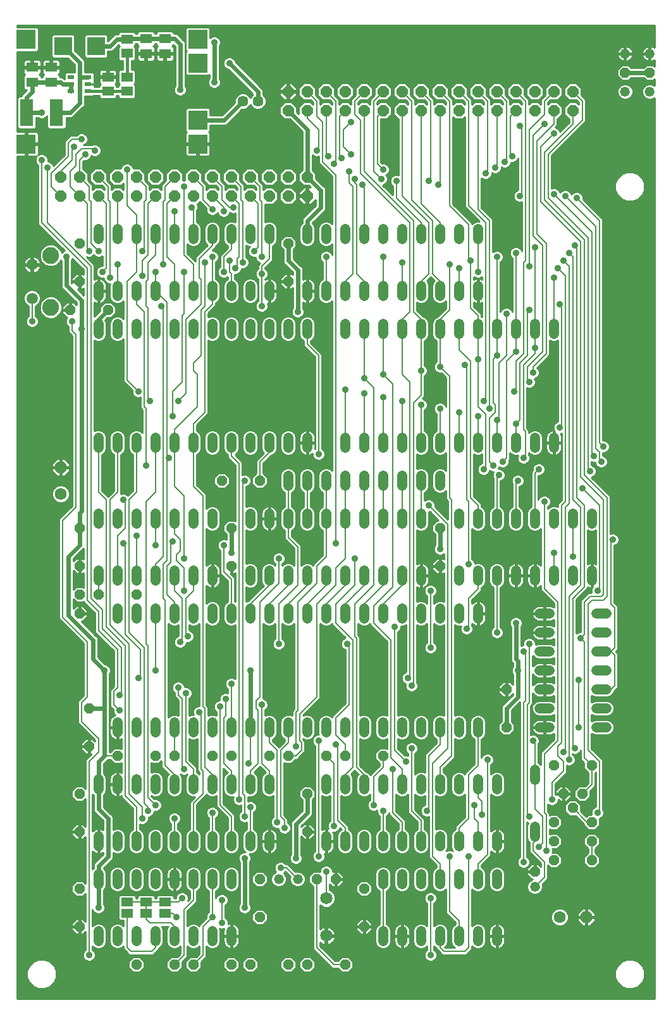
<source format=gbl>
G75*
%MOIN*%
%OFA0B0*%
%FSLAX25Y25*%
%IPPOS*%
%LPD*%
%AMOC8*
5,1,8,0,0,1.08239X$1,22.5*
%
%ADD10OC8,0.05200*%
%ADD11C,0.06496*%
%ADD12C,0.05200*%
%ADD13C,0.05200*%
%ADD14OC8,0.06000*%
%ADD15C,0.08858*%
%ADD16C,0.05937*%
%ADD17R,0.10000X0.10000*%
%ADD18R,0.03543X0.02362*%
%ADD19R,0.09449X0.09449*%
%ADD20R,0.06299X0.05118*%
%ADD21R,0.05906X0.05118*%
%ADD22R,0.07087X0.14173*%
%ADD23R,0.06300X0.04600*%
%ADD24OC8,0.06300*%
%ADD25C,0.06300*%
%ADD26C,0.05700*%
%ADD27C,0.01000*%
%ADD28C,0.03569*%
%ADD29C,0.02400*%
%ADD30C,0.00800*%
%ADD31C,0.01600*%
D10*
X0046752Y0041500D03*
X0046752Y0061500D03*
X0046752Y0091500D03*
X0046752Y0111500D03*
X0051752Y0136500D03*
X0066752Y0131500D03*
X0086752Y0131500D03*
X0096752Y0131500D03*
X0116752Y0131500D03*
X0126752Y0131500D03*
X0146752Y0131500D03*
X0156752Y0131500D03*
X0166752Y0111500D03*
X0176752Y0131500D03*
X0186752Y0131500D03*
X0206752Y0131500D03*
X0166752Y0091500D03*
X0171752Y0066500D03*
X0181752Y0066500D03*
X0196752Y0061500D03*
X0196752Y0041500D03*
X0186752Y0021500D03*
X0166752Y0021500D03*
X0156752Y0021500D03*
X0141752Y0046500D03*
X0141752Y0066500D03*
X0136752Y0021500D03*
X0126752Y0021500D03*
X0106752Y0021500D03*
X0096752Y0021500D03*
X0076752Y0021500D03*
X0051752Y0156500D03*
X0046752Y0206500D03*
X0046752Y0216500D03*
X0046752Y0231500D03*
X0056752Y0216500D03*
X0076752Y0216500D03*
X0046752Y0251500D03*
X0121752Y0276500D03*
X0126752Y0251500D03*
X0126752Y0231500D03*
X0141752Y0276500D03*
X0156752Y0381500D03*
X0156752Y0401500D03*
X0061752Y0366500D03*
X0046752Y0381500D03*
X0041752Y0366500D03*
X0046752Y0401500D03*
X0236752Y0251500D03*
X0236752Y0231500D03*
X0271752Y0166500D03*
X0271752Y0146500D03*
X0296752Y0126500D03*
X0301752Y0111500D03*
X0306752Y0104000D03*
X0311752Y0111500D03*
X0316752Y0096500D03*
X0316752Y0086500D03*
X0316752Y0076500D03*
X0296752Y0076500D03*
X0296752Y0086500D03*
X0296752Y0096500D03*
X0286752Y0070500D03*
X0316752Y0126500D03*
X0334256Y0491500D03*
X0347248Y0491500D03*
D11*
X0176752Y0056343D03*
X0176752Y0036657D03*
D12*
X0161752Y0066500D03*
X0151752Y0066500D03*
X0286752Y0062500D03*
X0334256Y0481500D03*
X0347248Y0481500D03*
X0347248Y0501500D03*
X0334256Y0501500D03*
D13*
X0256752Y0409100D02*
X0256752Y0403900D01*
X0246752Y0403900D02*
X0246752Y0409100D01*
X0236752Y0409100D02*
X0236752Y0403900D01*
X0226752Y0403900D02*
X0226752Y0409100D01*
X0216752Y0409100D02*
X0216752Y0403900D01*
X0206752Y0403900D02*
X0206752Y0409100D01*
X0196752Y0409100D02*
X0196752Y0403900D01*
X0186752Y0403900D02*
X0186752Y0409100D01*
X0176752Y0409100D02*
X0176752Y0403900D01*
X0166752Y0403900D02*
X0166752Y0409100D01*
X0166752Y0379100D02*
X0166752Y0373900D01*
X0176752Y0373900D02*
X0176752Y0379100D01*
X0186752Y0379100D02*
X0186752Y0373900D01*
X0196752Y0373900D02*
X0196752Y0379100D01*
X0206752Y0379100D02*
X0206752Y0373900D01*
X0216752Y0373900D02*
X0216752Y0379100D01*
X0226752Y0379100D02*
X0226752Y0373900D01*
X0236752Y0373900D02*
X0236752Y0379100D01*
X0246752Y0379100D02*
X0246752Y0373900D01*
X0256752Y0373900D02*
X0256752Y0379100D01*
X0256752Y0359100D02*
X0256752Y0353900D01*
X0266752Y0353900D02*
X0266752Y0359100D01*
X0276752Y0359100D02*
X0276752Y0353900D01*
X0286752Y0353900D02*
X0286752Y0359100D01*
X0296752Y0359100D02*
X0296752Y0353900D01*
X0296752Y0299100D02*
X0296752Y0293900D01*
X0286752Y0293900D02*
X0286752Y0299100D01*
X0276752Y0299100D02*
X0276752Y0293900D01*
X0266752Y0293900D02*
X0266752Y0299100D01*
X0256752Y0299100D02*
X0256752Y0293900D01*
X0246752Y0293900D02*
X0246752Y0299100D01*
X0236752Y0299100D02*
X0236752Y0293900D01*
X0236752Y0279100D02*
X0236752Y0273900D01*
X0226752Y0273900D02*
X0226752Y0279100D01*
X0226752Y0293900D02*
X0226752Y0299100D01*
X0216752Y0299100D02*
X0216752Y0293900D01*
X0206752Y0293900D02*
X0206752Y0299100D01*
X0196752Y0299100D02*
X0196752Y0293900D01*
X0196752Y0279100D02*
X0196752Y0273900D01*
X0186752Y0273900D02*
X0186752Y0279100D01*
X0186752Y0293900D02*
X0186752Y0299100D01*
X0176752Y0279100D02*
X0176752Y0273900D01*
X0166752Y0273900D02*
X0166752Y0279100D01*
X0166752Y0293900D02*
X0166752Y0299100D01*
X0156752Y0299100D02*
X0156752Y0293900D01*
X0156752Y0279100D02*
X0156752Y0273900D01*
X0156752Y0259100D02*
X0156752Y0253900D01*
X0146752Y0253900D02*
X0146752Y0259100D01*
X0136752Y0259100D02*
X0136752Y0253900D01*
X0116752Y0253900D02*
X0116752Y0259100D01*
X0106752Y0259100D02*
X0106752Y0253900D01*
X0096752Y0253900D02*
X0096752Y0259100D01*
X0086752Y0259100D02*
X0086752Y0253900D01*
X0076752Y0253900D02*
X0076752Y0259100D01*
X0066752Y0259100D02*
X0066752Y0253900D01*
X0056752Y0253900D02*
X0056752Y0259100D01*
X0056752Y0229100D02*
X0056752Y0223900D01*
X0066752Y0223900D02*
X0066752Y0229100D01*
X0076752Y0229100D02*
X0076752Y0223900D01*
X0086752Y0223900D02*
X0086752Y0229100D01*
X0096752Y0229100D02*
X0096752Y0223900D01*
X0106752Y0223900D02*
X0106752Y0229100D01*
X0116752Y0229100D02*
X0116752Y0223900D01*
X0116752Y0209100D02*
X0116752Y0203900D01*
X0106752Y0203900D02*
X0106752Y0209100D01*
X0096752Y0209100D02*
X0096752Y0203900D01*
X0086752Y0203900D02*
X0086752Y0209100D01*
X0076752Y0209100D02*
X0076752Y0203900D01*
X0066752Y0203900D02*
X0066752Y0209100D01*
X0066752Y0149100D02*
X0066752Y0143900D01*
X0076752Y0143900D02*
X0076752Y0149100D01*
X0086752Y0149100D02*
X0086752Y0143900D01*
X0096752Y0143900D02*
X0096752Y0149100D01*
X0106752Y0149100D02*
X0106752Y0143900D01*
X0116752Y0143900D02*
X0116752Y0149100D01*
X0126752Y0149100D02*
X0126752Y0143900D01*
X0136752Y0143900D02*
X0136752Y0149100D01*
X0146752Y0149100D02*
X0146752Y0143900D01*
X0156752Y0143900D02*
X0156752Y0149100D01*
X0166752Y0149100D02*
X0166752Y0143900D01*
X0176752Y0143900D02*
X0176752Y0149100D01*
X0186752Y0149100D02*
X0186752Y0143900D01*
X0196752Y0143900D02*
X0196752Y0149100D01*
X0206752Y0149100D02*
X0206752Y0143900D01*
X0216752Y0143900D02*
X0216752Y0149100D01*
X0226752Y0149100D02*
X0226752Y0143900D01*
X0236752Y0143900D02*
X0236752Y0149100D01*
X0246752Y0149100D02*
X0246752Y0143900D01*
X0256752Y0143900D02*
X0256752Y0149100D01*
X0256752Y0119100D02*
X0256752Y0113900D01*
X0266752Y0113900D02*
X0266752Y0119100D01*
X0246752Y0119100D02*
X0246752Y0113900D01*
X0236752Y0113900D02*
X0236752Y0119100D01*
X0226752Y0119100D02*
X0226752Y0113900D01*
X0216752Y0113900D02*
X0216752Y0119100D01*
X0206752Y0119100D02*
X0206752Y0113900D01*
X0196752Y0113900D02*
X0196752Y0119100D01*
X0186752Y0119100D02*
X0186752Y0113900D01*
X0176752Y0113900D02*
X0176752Y0119100D01*
X0176752Y0089100D02*
X0176752Y0083900D01*
X0186752Y0083900D02*
X0186752Y0089100D01*
X0196752Y0089100D02*
X0196752Y0083900D01*
X0206752Y0083900D02*
X0206752Y0089100D01*
X0216752Y0089100D02*
X0216752Y0083900D01*
X0216752Y0069100D02*
X0216752Y0063900D01*
X0206752Y0063900D02*
X0206752Y0069100D01*
X0226752Y0069100D02*
X0226752Y0063900D01*
X0236752Y0063900D02*
X0236752Y0069100D01*
X0236752Y0083900D02*
X0236752Y0089100D01*
X0226752Y0089100D02*
X0226752Y0083900D01*
X0246752Y0083900D02*
X0246752Y0089100D01*
X0256752Y0089100D02*
X0256752Y0083900D01*
X0266752Y0083900D02*
X0266752Y0089100D01*
X0266752Y0069100D02*
X0266752Y0063900D01*
X0256752Y0063900D02*
X0256752Y0069100D01*
X0246752Y0069100D02*
X0246752Y0063900D01*
X0246752Y0039100D02*
X0246752Y0033900D01*
X0236752Y0033900D02*
X0236752Y0039100D01*
X0226752Y0039100D02*
X0226752Y0033900D01*
X0216752Y0033900D02*
X0216752Y0039100D01*
X0206752Y0039100D02*
X0206752Y0033900D01*
X0256752Y0033900D02*
X0256752Y0039100D01*
X0266752Y0039100D02*
X0266752Y0033900D01*
X0286752Y0088900D02*
X0286752Y0094100D01*
X0286752Y0118900D02*
X0286752Y0124100D01*
X0289152Y0146500D02*
X0294352Y0146500D01*
X0294352Y0156500D02*
X0289152Y0156500D01*
X0289152Y0166500D02*
X0294352Y0166500D01*
X0294352Y0176500D02*
X0289152Y0176500D01*
X0289152Y0186500D02*
X0294352Y0186500D01*
X0294352Y0196500D02*
X0289152Y0196500D01*
X0289152Y0206500D02*
X0294352Y0206500D01*
X0296752Y0223900D02*
X0296752Y0229100D01*
X0306752Y0229100D02*
X0306752Y0223900D01*
X0316752Y0223900D02*
X0316752Y0229100D01*
X0319152Y0206500D02*
X0324352Y0206500D01*
X0324352Y0196500D02*
X0319152Y0196500D01*
X0319152Y0186500D02*
X0324352Y0186500D01*
X0324352Y0176500D02*
X0319152Y0176500D01*
X0319152Y0166500D02*
X0324352Y0166500D01*
X0324352Y0156500D02*
X0319152Y0156500D01*
X0319152Y0146500D02*
X0324352Y0146500D01*
X0286752Y0223900D02*
X0286752Y0229100D01*
X0276752Y0229100D02*
X0276752Y0223900D01*
X0266752Y0223900D02*
X0266752Y0229100D01*
X0256752Y0229100D02*
X0256752Y0223900D01*
X0246752Y0223900D02*
X0246752Y0229100D01*
X0246752Y0209100D02*
X0246752Y0203900D01*
X0236752Y0203900D02*
X0236752Y0209100D01*
X0226752Y0209100D02*
X0226752Y0203900D01*
X0216752Y0203900D02*
X0216752Y0209100D01*
X0206752Y0209100D02*
X0206752Y0203900D01*
X0196752Y0203900D02*
X0196752Y0209100D01*
X0186752Y0209100D02*
X0186752Y0203900D01*
X0176752Y0203900D02*
X0176752Y0209100D01*
X0166752Y0209100D02*
X0166752Y0203900D01*
X0156752Y0203900D02*
X0156752Y0209100D01*
X0146752Y0209100D02*
X0146752Y0203900D01*
X0136752Y0203900D02*
X0136752Y0209100D01*
X0126752Y0209100D02*
X0126752Y0203900D01*
X0136752Y0223900D02*
X0136752Y0229100D01*
X0146752Y0229100D02*
X0146752Y0223900D01*
X0156752Y0223900D02*
X0156752Y0229100D01*
X0166752Y0229100D02*
X0166752Y0223900D01*
X0176752Y0223900D02*
X0176752Y0229100D01*
X0186752Y0229100D02*
X0186752Y0223900D01*
X0196752Y0223900D02*
X0196752Y0229100D01*
X0206752Y0229100D02*
X0206752Y0223900D01*
X0216752Y0223900D02*
X0216752Y0229100D01*
X0226752Y0229100D02*
X0226752Y0223900D01*
X0226752Y0253900D02*
X0226752Y0259100D01*
X0216752Y0259100D02*
X0216752Y0253900D01*
X0206752Y0253900D02*
X0206752Y0259100D01*
X0196752Y0259100D02*
X0196752Y0253900D01*
X0186752Y0253900D02*
X0186752Y0259100D01*
X0176752Y0259100D02*
X0176752Y0253900D01*
X0166752Y0253900D02*
X0166752Y0259100D01*
X0146752Y0293900D02*
X0146752Y0299100D01*
X0136752Y0299100D02*
X0136752Y0293900D01*
X0126752Y0293900D02*
X0126752Y0299100D01*
X0116752Y0299100D02*
X0116752Y0293900D01*
X0106752Y0293900D02*
X0106752Y0299100D01*
X0096752Y0299100D02*
X0096752Y0293900D01*
X0086752Y0293900D02*
X0086752Y0299100D01*
X0076752Y0299100D02*
X0076752Y0293900D01*
X0066752Y0293900D02*
X0066752Y0299100D01*
X0056752Y0299100D02*
X0056752Y0293900D01*
X0056752Y0353900D02*
X0056752Y0359100D01*
X0066752Y0359100D02*
X0066752Y0353900D01*
X0076752Y0353900D02*
X0076752Y0359100D01*
X0086752Y0359100D02*
X0086752Y0353900D01*
X0096752Y0353900D02*
X0096752Y0359100D01*
X0106752Y0359100D02*
X0106752Y0353900D01*
X0116752Y0353900D02*
X0116752Y0359100D01*
X0126752Y0359100D02*
X0126752Y0353900D01*
X0136752Y0353900D02*
X0136752Y0359100D01*
X0146752Y0359100D02*
X0146752Y0353900D01*
X0156752Y0353900D02*
X0156752Y0359100D01*
X0166752Y0359100D02*
X0166752Y0353900D01*
X0186752Y0353900D02*
X0186752Y0359100D01*
X0196752Y0359100D02*
X0196752Y0353900D01*
X0206752Y0353900D02*
X0206752Y0359100D01*
X0216752Y0359100D02*
X0216752Y0353900D01*
X0226752Y0353900D02*
X0226752Y0359100D01*
X0236752Y0359100D02*
X0236752Y0353900D01*
X0246752Y0353900D02*
X0246752Y0359100D01*
X0216752Y0279100D02*
X0216752Y0273900D01*
X0206752Y0273900D02*
X0206752Y0279100D01*
X0246752Y0259100D02*
X0246752Y0253900D01*
X0256752Y0253900D02*
X0256752Y0259100D01*
X0266752Y0259100D02*
X0266752Y0253900D01*
X0276752Y0253900D02*
X0276752Y0259100D01*
X0286752Y0259100D02*
X0286752Y0253900D01*
X0296752Y0253900D02*
X0296752Y0259100D01*
X0306752Y0259100D02*
X0306752Y0253900D01*
X0316752Y0253900D02*
X0316752Y0259100D01*
X0256752Y0209100D02*
X0256752Y0203900D01*
X0146752Y0119100D02*
X0146752Y0113900D01*
X0136752Y0113900D02*
X0136752Y0119100D01*
X0126752Y0119100D02*
X0126752Y0113900D01*
X0116752Y0113900D02*
X0116752Y0119100D01*
X0106752Y0119100D02*
X0106752Y0113900D01*
X0096752Y0113900D02*
X0096752Y0119100D01*
X0086752Y0119100D02*
X0086752Y0113900D01*
X0076752Y0113900D02*
X0076752Y0119100D01*
X0066752Y0119100D02*
X0066752Y0113900D01*
X0056752Y0113900D02*
X0056752Y0119100D01*
X0056752Y0089100D02*
X0056752Y0083900D01*
X0056752Y0069100D02*
X0056752Y0063900D01*
X0066752Y0063900D02*
X0066752Y0069100D01*
X0066752Y0083900D02*
X0066752Y0089100D01*
X0076752Y0089100D02*
X0076752Y0083900D01*
X0086752Y0083900D02*
X0086752Y0089100D01*
X0096752Y0089100D02*
X0096752Y0083900D01*
X0096752Y0069100D02*
X0096752Y0063900D01*
X0086752Y0063900D02*
X0086752Y0069100D01*
X0076752Y0069100D02*
X0076752Y0063900D01*
X0076752Y0039100D02*
X0076752Y0033900D01*
X0086752Y0033900D02*
X0086752Y0039100D01*
X0096752Y0039100D02*
X0096752Y0033900D01*
X0106752Y0033900D02*
X0106752Y0039100D01*
X0116752Y0039100D02*
X0116752Y0033900D01*
X0126752Y0033900D02*
X0126752Y0039100D01*
X0126752Y0063900D02*
X0126752Y0069100D01*
X0126752Y0083900D02*
X0126752Y0089100D01*
X0136752Y0089100D02*
X0136752Y0083900D01*
X0146752Y0083900D02*
X0146752Y0089100D01*
X0116752Y0089100D02*
X0116752Y0083900D01*
X0116752Y0069100D02*
X0116752Y0063900D01*
X0106752Y0063900D02*
X0106752Y0069100D01*
X0106752Y0083900D02*
X0106752Y0089100D01*
X0066752Y0039100D02*
X0066752Y0033900D01*
X0056752Y0033900D02*
X0056752Y0039100D01*
X0056752Y0373900D02*
X0056752Y0379100D01*
X0066752Y0379100D02*
X0066752Y0373900D01*
X0076752Y0373900D02*
X0076752Y0379100D01*
X0086752Y0379100D02*
X0086752Y0373900D01*
X0096752Y0373900D02*
X0096752Y0379100D01*
X0106752Y0379100D02*
X0106752Y0373900D01*
X0116752Y0373900D02*
X0116752Y0379100D01*
X0126752Y0379100D02*
X0126752Y0373900D01*
X0136752Y0373900D02*
X0136752Y0379100D01*
X0146752Y0379100D02*
X0146752Y0373900D01*
X0146752Y0403900D02*
X0146752Y0409100D01*
X0136752Y0409100D02*
X0136752Y0403900D01*
X0126752Y0403900D02*
X0126752Y0409100D01*
X0116752Y0409100D02*
X0116752Y0403900D01*
X0106752Y0403900D02*
X0106752Y0409100D01*
X0096752Y0409100D02*
X0096752Y0403900D01*
X0086752Y0403900D02*
X0086752Y0409100D01*
X0076752Y0409100D02*
X0076752Y0403900D01*
X0066752Y0403900D02*
X0066752Y0409100D01*
X0056752Y0409100D02*
X0056752Y0403900D01*
D14*
X0056752Y0426500D03*
X0056752Y0436500D03*
X0046752Y0436500D03*
X0046752Y0426500D03*
X0036752Y0426500D03*
X0036752Y0436500D03*
X0066752Y0436500D03*
X0066752Y0426500D03*
X0076752Y0426500D03*
X0076752Y0436500D03*
X0086752Y0436500D03*
X0086752Y0426500D03*
X0096752Y0426500D03*
X0096752Y0436500D03*
X0106752Y0436500D03*
X0106752Y0426500D03*
X0116752Y0426500D03*
X0116752Y0436500D03*
X0126752Y0436500D03*
X0126752Y0426500D03*
X0136752Y0426500D03*
X0136752Y0436500D03*
X0146752Y0436500D03*
X0146752Y0426500D03*
X0156752Y0426500D03*
X0156752Y0436500D03*
X0166752Y0436500D03*
X0166752Y0426500D03*
X0166752Y0471500D03*
X0166752Y0481500D03*
X0176752Y0481500D03*
X0176752Y0471500D03*
X0186752Y0471500D03*
X0186752Y0481500D03*
X0196752Y0481500D03*
X0196752Y0471500D03*
X0206752Y0471500D03*
X0206752Y0481500D03*
X0216752Y0481500D03*
X0216752Y0471500D03*
X0226752Y0471500D03*
X0226752Y0481500D03*
X0236752Y0481500D03*
X0236752Y0471500D03*
X0246752Y0471500D03*
X0246752Y0481500D03*
X0256752Y0481500D03*
X0256752Y0471500D03*
X0266752Y0471500D03*
X0266752Y0481500D03*
X0276752Y0481500D03*
X0276752Y0471500D03*
X0286752Y0471500D03*
X0286752Y0481500D03*
X0296752Y0481500D03*
X0296752Y0471500D03*
X0306752Y0471500D03*
X0306752Y0481500D03*
X0156752Y0481500D03*
X0156752Y0471500D03*
D15*
X0031595Y0395280D03*
X0031595Y0367720D03*
D16*
X0021752Y0372642D03*
X0021752Y0390358D03*
D17*
X0018524Y0453941D03*
X0018524Y0509059D03*
X0109075Y0509059D03*
X0109075Y0496500D03*
X0109075Y0466500D03*
X0109075Y0453941D03*
D18*
X0051280Y0481760D03*
X0051280Y0485500D03*
X0051280Y0489240D03*
X0042225Y0489240D03*
X0042225Y0485500D03*
X0042225Y0481760D03*
D19*
X0038091Y0505500D03*
X0055414Y0505500D03*
D20*
X0031752Y0494437D03*
X0031752Y0486563D03*
X0021752Y0486563D03*
X0021752Y0494437D03*
X0081752Y0501563D03*
X0081752Y0509437D03*
X0091752Y0509437D03*
X0091752Y0501563D03*
D21*
X0071752Y0501760D03*
X0071752Y0509240D03*
X0071752Y0489240D03*
X0071752Y0481760D03*
X0061752Y0481760D03*
X0061752Y0489240D03*
D22*
X0034626Y0470500D03*
X0018878Y0470500D03*
D23*
X0071752Y0054500D03*
X0071752Y0048500D03*
X0081752Y0048500D03*
X0081752Y0054500D03*
X0091752Y0054500D03*
X0091752Y0048500D03*
D24*
X0036752Y0283500D03*
X0313752Y0046500D03*
D25*
X0299752Y0046500D03*
X0036752Y0269500D03*
D26*
X0132815Y0476500D03*
X0140689Y0476500D03*
D27*
X0013752Y0447441D02*
X0013752Y0003500D01*
X0349752Y0003500D01*
X0349752Y0478206D01*
X0349571Y0478024D01*
X0348064Y0477400D01*
X0346433Y0477400D01*
X0344926Y0478024D01*
X0343773Y0479178D01*
X0343148Y0480684D01*
X0343148Y0482316D01*
X0343773Y0483822D01*
X0344926Y0484976D01*
X0346433Y0485600D01*
X0348064Y0485600D01*
X0349571Y0484976D01*
X0349752Y0484794D01*
X0349752Y0488206D01*
X0348947Y0487400D01*
X0345550Y0487400D01*
X0344150Y0488800D01*
X0337355Y0488800D01*
X0335955Y0487400D01*
X0332558Y0487400D01*
X0330156Y0489802D01*
X0330156Y0493198D01*
X0332558Y0495600D01*
X0335955Y0495600D01*
X0337355Y0494200D01*
X0344150Y0494200D01*
X0345550Y0495600D01*
X0348947Y0495600D01*
X0349752Y0494794D01*
X0349752Y0498251D01*
X0349397Y0497993D01*
X0348822Y0497700D01*
X0348209Y0497501D01*
X0347571Y0497400D01*
X0347548Y0497400D01*
X0347548Y0501200D01*
X0346948Y0501200D01*
X0343148Y0501200D01*
X0343148Y0501177D01*
X0343249Y0500540D01*
X0343449Y0499926D01*
X0343742Y0499351D01*
X0344121Y0498829D01*
X0344578Y0498373D01*
X0345100Y0497993D01*
X0345675Y0497700D01*
X0346288Y0497501D01*
X0346926Y0497400D01*
X0346948Y0497400D01*
X0346948Y0501200D01*
X0346948Y0501800D01*
X0343148Y0501800D01*
X0343148Y0501823D01*
X0343249Y0502460D01*
X0343449Y0503074D01*
X0343742Y0503649D01*
X0344121Y0504171D01*
X0344578Y0504627D01*
X0345100Y0505007D01*
X0345675Y0505300D01*
X0346288Y0505499D01*
X0346926Y0505600D01*
X0346948Y0505600D01*
X0346948Y0501800D01*
X0347548Y0501800D01*
X0347548Y0505600D01*
X0347571Y0505600D01*
X0348209Y0505499D01*
X0348822Y0505300D01*
X0349397Y0505007D01*
X0349752Y0504749D01*
X0349752Y0516500D01*
X0013752Y0516500D01*
X0013752Y0515559D01*
X0024145Y0515559D01*
X0025024Y0514680D01*
X0025024Y0503438D01*
X0024145Y0502559D01*
X0013752Y0502559D01*
X0013752Y0460441D01*
X0018040Y0460441D01*
X0018040Y0454425D01*
X0019008Y0454425D01*
X0019008Y0460441D01*
X0023722Y0460441D01*
X0024103Y0460339D01*
X0024445Y0460141D01*
X0024724Y0459862D01*
X0024922Y0459520D01*
X0025024Y0459138D01*
X0025024Y0454425D01*
X0019008Y0454425D01*
X0019008Y0453457D01*
X0019008Y0447441D01*
X0023722Y0447441D01*
X0024103Y0447543D01*
X0024216Y0447609D01*
X0023968Y0447360D01*
X0023468Y0446153D01*
X0023468Y0444847D01*
X0023968Y0443640D01*
X0024852Y0442755D01*
X0024852Y0411713D01*
X0025965Y0410600D01*
X0038874Y0397691D01*
X0037892Y0397284D01*
X0037390Y0396782D01*
X0036621Y0398638D01*
X0034954Y0400306D01*
X0032774Y0401209D01*
X0030416Y0401209D01*
X0028236Y0400306D01*
X0026568Y0398638D01*
X0025666Y0396459D01*
X0025666Y0394100D01*
X0026568Y0391921D01*
X0028236Y0390253D01*
X0030416Y0389350D01*
X0032774Y0389350D01*
X0034954Y0390253D01*
X0036621Y0391921D01*
X0036944Y0392699D01*
X0036968Y0392640D01*
X0037052Y0392555D01*
X0037052Y0378963D01*
X0037463Y0377971D01*
X0045052Y0370382D01*
X0045052Y0368998D01*
X0043451Y0370600D01*
X0042052Y0370600D01*
X0042052Y0366800D01*
X0041452Y0366800D01*
X0041452Y0366200D01*
X0037652Y0366200D01*
X0037652Y0364802D01*
X0040031Y0362423D01*
X0039968Y0362360D01*
X0039468Y0361153D01*
X0039468Y0359847D01*
X0039968Y0358640D01*
X0040852Y0357755D01*
X0040852Y0354713D01*
X0042852Y0352713D01*
X0042852Y0263287D01*
X0036965Y0257400D01*
X0035852Y0256287D01*
X0035852Y0203713D01*
X0048852Y0190713D01*
X0048852Y0163287D01*
X0046965Y0161400D01*
X0045852Y0160287D01*
X0045852Y0148713D01*
X0054852Y0139713D01*
X0054852Y0139198D01*
X0053451Y0140600D01*
X0052052Y0140600D01*
X0052052Y0136800D01*
X0051452Y0136800D01*
X0051452Y0136200D01*
X0047652Y0136200D01*
X0047652Y0134802D01*
X0050054Y0132400D01*
X0051452Y0132400D01*
X0051452Y0136200D01*
X0052052Y0136200D01*
X0052052Y0132400D01*
X0052965Y0132400D01*
X0050965Y0130400D01*
X0049852Y0129287D01*
X0049852Y0114198D01*
X0048451Y0115600D01*
X0045054Y0115600D01*
X0042652Y0113198D01*
X0042652Y0109802D01*
X0045054Y0107400D01*
X0048451Y0107400D01*
X0049852Y0108802D01*
X0049852Y0094198D01*
X0048451Y0095600D01*
X0047052Y0095600D01*
X0047052Y0091800D01*
X0046452Y0091800D01*
X0046452Y0091200D01*
X0042652Y0091200D01*
X0042652Y0089802D01*
X0045054Y0087400D01*
X0046452Y0087400D01*
X0046452Y0091200D01*
X0047052Y0091200D01*
X0047052Y0087400D01*
X0048451Y0087400D01*
X0049852Y0088802D01*
X0049852Y0064198D01*
X0048451Y0065600D01*
X0045054Y0065600D01*
X0042652Y0063198D01*
X0042652Y0059802D01*
X0045054Y0057400D01*
X0048451Y0057400D01*
X0049852Y0058802D01*
X0049852Y0044198D01*
X0048451Y0045600D01*
X0047052Y0045600D01*
X0047052Y0041800D01*
X0046452Y0041800D01*
X0046452Y0041200D01*
X0042652Y0041200D01*
X0042652Y0039802D01*
X0045054Y0037400D01*
X0046452Y0037400D01*
X0046452Y0041200D01*
X0047052Y0041200D01*
X0047052Y0037400D01*
X0048451Y0037400D01*
X0049852Y0038802D01*
X0049852Y0029245D01*
X0048968Y0028360D01*
X0048468Y0027153D01*
X0048468Y0025847D01*
X0048968Y0024640D01*
X0049892Y0023716D01*
X0051099Y0023216D01*
X0052406Y0023216D01*
X0053613Y0023716D01*
X0054537Y0024640D01*
X0055037Y0025847D01*
X0055037Y0027153D01*
X0054537Y0028360D01*
X0053652Y0029245D01*
X0053652Y0031202D01*
X0054430Y0030424D01*
X0055937Y0029800D01*
X0057568Y0029800D01*
X0059075Y0030424D01*
X0060228Y0031578D01*
X0060852Y0033084D01*
X0060852Y0039916D01*
X0060228Y0041422D01*
X0059075Y0042576D01*
X0057568Y0043200D01*
X0055937Y0043200D01*
X0054430Y0042576D01*
X0053652Y0041798D01*
X0053652Y0050402D01*
X0053968Y0049640D01*
X0054892Y0048716D01*
X0056099Y0048216D01*
X0057406Y0048216D01*
X0058613Y0048716D01*
X0059537Y0049640D01*
X0060037Y0050847D01*
X0060037Y0052153D01*
X0059537Y0053360D01*
X0059452Y0053445D01*
X0059452Y0060802D01*
X0060228Y0061578D01*
X0060852Y0063084D01*
X0060852Y0069916D01*
X0060228Y0071422D01*
X0059452Y0072198D01*
X0059452Y0072382D01*
X0064041Y0076971D01*
X0064452Y0077963D01*
X0064452Y0080415D01*
X0065937Y0079800D01*
X0067568Y0079800D01*
X0069075Y0080424D01*
X0070228Y0081578D01*
X0070852Y0083084D01*
X0070852Y0089916D01*
X0070228Y0091422D01*
X0069075Y0092576D01*
X0067568Y0093200D01*
X0065937Y0093200D01*
X0064452Y0092585D01*
X0064452Y0099037D01*
X0064041Y0100029D01*
X0063282Y0100789D01*
X0059452Y0104618D01*
X0059452Y0110802D01*
X0060228Y0111578D01*
X0060852Y0113084D01*
X0060852Y0119916D01*
X0060228Y0121422D01*
X0059452Y0122198D01*
X0059452Y0127382D01*
X0061671Y0129600D01*
X0062854Y0129600D01*
X0065054Y0127400D01*
X0068451Y0127400D01*
X0068852Y0127802D01*
X0068852Y0122632D01*
X0068326Y0122900D01*
X0067713Y0123099D01*
X0067075Y0123200D01*
X0067052Y0123200D01*
X0067052Y0116800D01*
X0066452Y0116800D01*
X0066452Y0116200D01*
X0062652Y0116200D01*
X0062652Y0113577D01*
X0062753Y0112940D01*
X0062953Y0112326D01*
X0063246Y0111751D01*
X0063625Y0111229D01*
X0064081Y0110773D01*
X0064604Y0110393D01*
X0065179Y0110100D01*
X0065792Y0109901D01*
X0066430Y0109800D01*
X0066452Y0109800D01*
X0066452Y0116200D01*
X0067052Y0116200D01*
X0067052Y0109800D01*
X0067075Y0109800D01*
X0067713Y0109901D01*
X0068326Y0110100D01*
X0068852Y0110368D01*
X0068852Y0109713D01*
X0069965Y0108600D01*
X0074852Y0103713D01*
X0074852Y0092751D01*
X0074430Y0092576D01*
X0073277Y0091422D01*
X0072652Y0089916D01*
X0072652Y0083084D01*
X0073277Y0081578D01*
X0074430Y0080424D01*
X0075937Y0079800D01*
X0077568Y0079800D01*
X0079075Y0080424D01*
X0080228Y0081578D01*
X0080852Y0083084D01*
X0080852Y0089916D01*
X0080228Y0091422D01*
X0079075Y0092576D01*
X0078652Y0092751D01*
X0078652Y0095401D01*
X0079099Y0095216D01*
X0080406Y0095216D01*
X0081613Y0095716D01*
X0082537Y0096640D01*
X0083037Y0097847D01*
X0083037Y0099153D01*
X0083011Y0099216D01*
X0083406Y0099216D01*
X0084613Y0099716D01*
X0085537Y0100640D01*
X0086037Y0101847D01*
X0086037Y0102242D01*
X0086099Y0102216D01*
X0087406Y0102216D01*
X0088613Y0102716D01*
X0089537Y0103640D01*
X0090037Y0104847D01*
X0090037Y0106153D01*
X0089537Y0107360D01*
X0088613Y0108284D01*
X0087406Y0108784D01*
X0086155Y0108784D01*
X0084652Y0110287D01*
X0084652Y0110332D01*
X0085937Y0109800D01*
X0087568Y0109800D01*
X0089075Y0110424D01*
X0090228Y0111578D01*
X0090852Y0113084D01*
X0090852Y0119916D01*
X0090228Y0121422D01*
X0089075Y0122576D01*
X0087568Y0123200D01*
X0085937Y0123200D01*
X0084652Y0122668D01*
X0084652Y0127802D01*
X0085054Y0127400D01*
X0088451Y0127400D01*
X0089852Y0128802D01*
X0089852Y0125713D01*
X0090965Y0124600D01*
X0090965Y0124600D01*
X0093710Y0121856D01*
X0093277Y0121422D01*
X0092652Y0119916D01*
X0092652Y0113084D01*
X0093277Y0111578D01*
X0094430Y0110424D01*
X0095937Y0109800D01*
X0097568Y0109800D01*
X0099075Y0110424D01*
X0100228Y0111578D01*
X0100852Y0113084D01*
X0100852Y0119916D01*
X0100228Y0121422D01*
X0099965Y0121685D01*
X0101099Y0121216D01*
X0102406Y0121216D01*
X0103540Y0121685D01*
X0103277Y0121422D01*
X0102652Y0119916D01*
X0102652Y0113084D01*
X0103277Y0111578D01*
X0104430Y0110424D01*
X0105937Y0109800D01*
X0107365Y0109800D01*
X0104852Y0107287D01*
X0104852Y0092751D01*
X0104430Y0092576D01*
X0103277Y0091422D01*
X0102652Y0089916D01*
X0102652Y0083084D01*
X0103277Y0081578D01*
X0104430Y0080424D01*
X0105937Y0079800D01*
X0107568Y0079800D01*
X0109075Y0080424D01*
X0110228Y0081578D01*
X0110852Y0083084D01*
X0110852Y0089916D01*
X0110228Y0091422D01*
X0109075Y0092576D01*
X0108652Y0092751D01*
X0108652Y0105713D01*
X0113652Y0110713D01*
X0113652Y0111202D01*
X0114430Y0110424D01*
X0115937Y0109800D01*
X0117568Y0109800D01*
X0118852Y0110332D01*
X0118852Y0104713D01*
X0124852Y0098713D01*
X0124852Y0092751D01*
X0124430Y0092576D01*
X0123277Y0091422D01*
X0122652Y0089916D01*
X0122652Y0083084D01*
X0123277Y0081578D01*
X0124430Y0080424D01*
X0125937Y0079800D01*
X0127568Y0079800D01*
X0129075Y0080424D01*
X0130228Y0081578D01*
X0130852Y0083084D01*
X0130852Y0089916D01*
X0130228Y0091422D01*
X0129075Y0092576D01*
X0128652Y0092751D01*
X0128652Y0100287D01*
X0127539Y0101400D01*
X0122652Y0106287D01*
X0122652Y0124913D01*
X0124826Y0122740D01*
X0124430Y0122576D01*
X0123277Y0121422D01*
X0122652Y0119916D01*
X0122652Y0113084D01*
X0123277Y0111578D01*
X0124430Y0110424D01*
X0125937Y0109800D01*
X0127568Y0109800D01*
X0127771Y0109884D01*
X0127468Y0109153D01*
X0127468Y0107847D01*
X0127968Y0106640D01*
X0128892Y0105716D01*
X0130099Y0105216D01*
X0131406Y0105216D01*
X0131852Y0105401D01*
X0131852Y0102245D01*
X0130968Y0101360D01*
X0130468Y0100153D01*
X0130468Y0098847D01*
X0130968Y0097640D01*
X0131892Y0096716D01*
X0133099Y0096216D01*
X0134406Y0096216D01*
X0134852Y0096401D01*
X0134852Y0092751D01*
X0134430Y0092576D01*
X0133277Y0091422D01*
X0132652Y0089916D01*
X0132652Y0083084D01*
X0133277Y0081578D01*
X0134070Y0080784D01*
X0133099Y0080784D01*
X0131892Y0080284D01*
X0130968Y0079360D01*
X0130468Y0078153D01*
X0130468Y0076847D01*
X0130968Y0075640D01*
X0131052Y0075555D01*
X0131052Y0053445D01*
X0130968Y0053360D01*
X0130468Y0052153D01*
X0130468Y0050847D01*
X0130968Y0049640D01*
X0131892Y0048716D01*
X0133099Y0048216D01*
X0134406Y0048216D01*
X0135613Y0048716D01*
X0136537Y0049640D01*
X0137037Y0050847D01*
X0137037Y0052153D01*
X0136537Y0053360D01*
X0136452Y0053445D01*
X0136452Y0075555D01*
X0136537Y0075640D01*
X0137037Y0076847D01*
X0137037Y0078153D01*
X0136537Y0079360D01*
X0136097Y0079800D01*
X0137568Y0079800D01*
X0139075Y0080424D01*
X0140228Y0081578D01*
X0140852Y0083084D01*
X0140852Y0089916D01*
X0140228Y0091422D01*
X0139075Y0092576D01*
X0138652Y0092751D01*
X0138652Y0101755D01*
X0139537Y0102640D01*
X0140037Y0103847D01*
X0140037Y0105153D01*
X0139537Y0106360D01*
X0138613Y0107284D01*
X0137406Y0107784D01*
X0136099Y0107784D01*
X0135652Y0107599D01*
X0135652Y0109918D01*
X0135937Y0109800D01*
X0137568Y0109800D01*
X0139075Y0110424D01*
X0140228Y0111578D01*
X0140852Y0113084D01*
X0140852Y0119916D01*
X0140228Y0121422D01*
X0139075Y0122576D01*
X0138679Y0122740D01*
X0141539Y0125600D01*
X0141752Y0125813D01*
X0144826Y0122740D01*
X0144430Y0122576D01*
X0143277Y0121422D01*
X0142652Y0119916D01*
X0142652Y0113084D01*
X0143277Y0111578D01*
X0144430Y0110424D01*
X0145937Y0109800D01*
X0147568Y0109800D01*
X0148852Y0110332D01*
X0148852Y0099245D01*
X0147968Y0098360D01*
X0147468Y0097153D01*
X0147468Y0095847D01*
X0147968Y0094640D01*
X0148892Y0093716D01*
X0150099Y0093216D01*
X0151406Y0093216D01*
X0151468Y0093242D01*
X0151468Y0092847D01*
X0151968Y0091640D01*
X0152892Y0090716D01*
X0154099Y0090216D01*
X0155406Y0090216D01*
X0156613Y0090716D01*
X0157537Y0091640D01*
X0158037Y0092847D01*
X0158037Y0094153D01*
X0157537Y0095360D01*
X0158052Y0095360D01*
X0157537Y0095360D02*
X0156652Y0096245D01*
X0156652Y0098287D01*
X0154652Y0100287D01*
X0154652Y0127802D01*
X0155054Y0127400D01*
X0158451Y0127400D01*
X0160651Y0129600D01*
X0161539Y0129600D01*
X0162652Y0130713D01*
X0165652Y0133713D01*
X0165652Y0139287D01*
X0164652Y0140287D01*
X0164652Y0140332D01*
X0165937Y0139800D01*
X0167568Y0139800D01*
X0169075Y0140424D01*
X0169938Y0141287D01*
X0169468Y0140153D01*
X0169468Y0138847D01*
X0169968Y0137640D01*
X0170852Y0136755D01*
X0170852Y0081245D01*
X0169968Y0080360D01*
X0169468Y0079153D01*
X0169468Y0077847D01*
X0169968Y0076640D01*
X0170892Y0075716D01*
X0172099Y0075216D01*
X0173406Y0075216D01*
X0174613Y0075716D01*
X0175537Y0076640D01*
X0176037Y0077847D01*
X0176037Y0079153D01*
X0175717Y0079926D01*
X0175792Y0079901D01*
X0176430Y0079800D01*
X0176452Y0079800D01*
X0176452Y0086200D01*
X0177052Y0086200D01*
X0177052Y0079800D01*
X0177075Y0079800D01*
X0177713Y0079901D01*
X0178326Y0080100D01*
X0178901Y0080393D01*
X0179423Y0080773D01*
X0179880Y0081229D01*
X0180259Y0081751D01*
X0180552Y0082326D01*
X0180751Y0082940D01*
X0180852Y0083577D01*
X0180852Y0086200D01*
X0177053Y0086200D01*
X0177053Y0086800D01*
X0180852Y0086800D01*
X0180852Y0089423D01*
X0180751Y0090060D01*
X0180552Y0090674D01*
X0180276Y0091216D01*
X0181406Y0091216D01*
X0182613Y0091716D01*
X0183537Y0092640D01*
X0183944Y0093622D01*
X0184826Y0092740D01*
X0184430Y0092576D01*
X0183277Y0091422D01*
X0182652Y0089916D01*
X0182652Y0083084D01*
X0183277Y0081578D01*
X0184430Y0080424D01*
X0185937Y0079800D01*
X0187568Y0079800D01*
X0189075Y0080424D01*
X0190228Y0081578D01*
X0190852Y0083084D01*
X0190852Y0089916D01*
X0190228Y0091422D01*
X0189075Y0092576D01*
X0188652Y0092751D01*
X0188652Y0094287D01*
X0187539Y0095400D01*
X0184652Y0098287D01*
X0184652Y0110332D01*
X0185937Y0109800D01*
X0187568Y0109800D01*
X0189075Y0110424D01*
X0190228Y0111578D01*
X0190852Y0113084D01*
X0190852Y0119916D01*
X0190228Y0121422D01*
X0189795Y0121856D01*
X0191539Y0123600D01*
X0191752Y0123813D01*
X0191965Y0123600D01*
X0193710Y0121856D01*
X0193277Y0121422D01*
X0192652Y0119916D01*
X0192652Y0113084D01*
X0193277Y0111578D01*
X0194430Y0110424D01*
X0195937Y0109800D01*
X0197568Y0109800D01*
X0199075Y0110424D01*
X0199852Y0111202D01*
X0199852Y0108245D01*
X0198968Y0107360D01*
X0198468Y0106153D01*
X0198468Y0104847D01*
X0198968Y0103640D01*
X0199892Y0102716D01*
X0201099Y0102216D01*
X0202406Y0102216D01*
X0203468Y0102656D01*
X0203468Y0101847D01*
X0203968Y0100640D01*
X0204852Y0099755D01*
X0204852Y0092751D01*
X0204430Y0092576D01*
X0203277Y0091422D01*
X0202652Y0089916D01*
X0202652Y0083084D01*
X0203277Y0081578D01*
X0204430Y0080424D01*
X0205937Y0079800D01*
X0207568Y0079800D01*
X0209075Y0080424D01*
X0210228Y0081578D01*
X0210852Y0083084D01*
X0210852Y0089916D01*
X0210228Y0091422D01*
X0209075Y0092576D01*
X0208652Y0092751D01*
X0208652Y0099755D01*
X0209537Y0100640D01*
X0209852Y0101402D01*
X0209852Y0100713D01*
X0210965Y0099600D01*
X0214852Y0095713D01*
X0214852Y0092751D01*
X0214430Y0092576D01*
X0213277Y0091422D01*
X0212652Y0089916D01*
X0212652Y0083084D01*
X0213277Y0081578D01*
X0214430Y0080424D01*
X0215937Y0079800D01*
X0217568Y0079800D01*
X0219075Y0080424D01*
X0220228Y0081578D01*
X0220852Y0083084D01*
X0220852Y0089916D01*
X0220228Y0091422D01*
X0219075Y0092576D01*
X0218652Y0092751D01*
X0218652Y0097287D01*
X0217539Y0098400D01*
X0213652Y0102287D01*
X0213652Y0111202D01*
X0214430Y0110424D01*
X0215937Y0109800D01*
X0217568Y0109800D01*
X0219075Y0110424D01*
X0219852Y0111202D01*
X0219852Y0101713D01*
X0220965Y0100600D01*
X0224852Y0096713D01*
X0224852Y0092751D01*
X0224430Y0092576D01*
X0223277Y0091422D01*
X0222652Y0089916D01*
X0222652Y0083084D01*
X0223277Y0081578D01*
X0224430Y0080424D01*
X0225937Y0079800D01*
X0227568Y0079800D01*
X0229075Y0080424D01*
X0230228Y0081578D01*
X0230852Y0083084D01*
X0230852Y0089916D01*
X0230228Y0091422D01*
X0229075Y0092576D01*
X0228652Y0092751D01*
X0228652Y0098287D01*
X0223652Y0103287D01*
X0223652Y0111202D01*
X0224430Y0110424D01*
X0225937Y0109800D01*
X0227568Y0109800D01*
X0228852Y0110332D01*
X0228852Y0105682D01*
X0227892Y0105284D01*
X0226968Y0104360D01*
X0226468Y0103153D01*
X0226468Y0101847D01*
X0226968Y0100640D01*
X0227892Y0099716D01*
X0229099Y0099216D01*
X0230406Y0099216D01*
X0230852Y0099401D01*
X0230852Y0077713D01*
X0234852Y0073713D01*
X0234852Y0072751D01*
X0234430Y0072576D01*
X0233277Y0071422D01*
X0232652Y0069916D01*
X0232652Y0063084D01*
X0233277Y0061578D01*
X0234430Y0060424D01*
X0235937Y0059800D01*
X0237568Y0059800D01*
X0239075Y0060424D01*
X0239852Y0061202D01*
X0239852Y0048713D01*
X0240965Y0047600D01*
X0244852Y0043713D01*
X0244852Y0042751D01*
X0244430Y0042576D01*
X0243277Y0041422D01*
X0242652Y0039916D01*
X0242652Y0033084D01*
X0243277Y0031578D01*
X0244430Y0030424D01*
X0244488Y0030400D01*
X0239539Y0030400D01*
X0239295Y0030644D01*
X0240228Y0031578D01*
X0240852Y0033084D01*
X0240852Y0039916D01*
X0240228Y0041422D01*
X0239075Y0042576D01*
X0237568Y0043200D01*
X0235937Y0043200D01*
X0234430Y0042576D01*
X0233652Y0041798D01*
X0233652Y0053755D01*
X0234537Y0054640D01*
X0235037Y0055847D01*
X0235037Y0057153D01*
X0234537Y0058360D01*
X0233613Y0059284D01*
X0232406Y0059784D01*
X0231099Y0059784D01*
X0229892Y0059284D01*
X0228968Y0058360D01*
X0228468Y0057153D01*
X0228468Y0055847D01*
X0228968Y0054640D01*
X0229852Y0053755D01*
X0229852Y0041798D01*
X0229075Y0042576D01*
X0227568Y0043200D01*
X0225937Y0043200D01*
X0224430Y0042576D01*
X0223277Y0041422D01*
X0222652Y0039916D01*
X0222652Y0033084D01*
X0223277Y0031578D01*
X0224430Y0030424D01*
X0225937Y0029800D01*
X0227568Y0029800D01*
X0229075Y0030424D01*
X0229852Y0031202D01*
X0229852Y0029245D01*
X0228968Y0028360D01*
X0228468Y0027153D01*
X0228468Y0025847D01*
X0228968Y0024640D01*
X0229892Y0023716D01*
X0231099Y0023216D01*
X0232406Y0023216D01*
X0233613Y0023716D01*
X0234537Y0024640D01*
X0235037Y0025847D01*
X0235037Y0027153D01*
X0234537Y0028360D01*
X0233652Y0029245D01*
X0233652Y0031202D01*
X0234430Y0030424D01*
X0234852Y0030249D01*
X0234852Y0029713D01*
X0236852Y0027713D01*
X0237965Y0026600D01*
X0250539Y0026600D01*
X0252539Y0028600D01*
X0253652Y0029713D01*
X0253652Y0031202D01*
X0254430Y0030424D01*
X0255937Y0029800D01*
X0257568Y0029800D01*
X0259075Y0030424D01*
X0260228Y0031578D01*
X0260852Y0033084D01*
X0260852Y0039916D01*
X0260228Y0041422D01*
X0259075Y0042576D01*
X0257568Y0043200D01*
X0255937Y0043200D01*
X0254430Y0042576D01*
X0253652Y0041798D01*
X0253652Y0061202D01*
X0254430Y0060424D01*
X0255937Y0059800D01*
X0257568Y0059800D01*
X0259075Y0060424D01*
X0260228Y0061578D01*
X0260852Y0063084D01*
X0260852Y0069916D01*
X0260228Y0071422D01*
X0259075Y0072576D01*
X0258652Y0072751D01*
X0258652Y0073713D01*
X0263652Y0078713D01*
X0263652Y0081202D01*
X0264081Y0080773D01*
X0264604Y0080393D01*
X0265179Y0080100D01*
X0265792Y0079901D01*
X0266430Y0079800D01*
X0266452Y0079800D01*
X0266452Y0086200D01*
X0267052Y0086200D01*
X0267052Y0079800D01*
X0267075Y0079800D01*
X0267713Y0079901D01*
X0268326Y0080100D01*
X0268901Y0080393D01*
X0269423Y0080773D01*
X0269880Y0081229D01*
X0270259Y0081751D01*
X0270552Y0082326D01*
X0270751Y0082940D01*
X0270852Y0083577D01*
X0270852Y0086200D01*
X0267053Y0086200D01*
X0267053Y0086800D01*
X0270852Y0086800D01*
X0270852Y0089423D01*
X0270751Y0090060D01*
X0270552Y0090674D01*
X0270259Y0091249D01*
X0269880Y0091771D01*
X0269423Y0092227D01*
X0268901Y0092607D01*
X0268326Y0092900D01*
X0267713Y0093099D01*
X0267075Y0093200D01*
X0267052Y0093200D01*
X0267052Y0086800D01*
X0266452Y0086800D01*
X0266452Y0093200D01*
X0266430Y0093200D01*
X0265792Y0093099D01*
X0265179Y0092900D01*
X0264604Y0092607D01*
X0264081Y0092227D01*
X0263652Y0091798D01*
X0263652Y0111202D01*
X0264430Y0110424D01*
X0265937Y0109800D01*
X0267568Y0109800D01*
X0269075Y0110424D01*
X0270228Y0111578D01*
X0270852Y0113084D01*
X0270852Y0119916D01*
X0270228Y0121422D01*
X0269075Y0122576D01*
X0267568Y0123200D01*
X0265937Y0123200D01*
X0264430Y0122576D01*
X0263652Y0121798D01*
X0263652Y0126755D01*
X0264537Y0127640D01*
X0265037Y0128847D01*
X0265037Y0130153D01*
X0264537Y0131360D01*
X0263613Y0132284D01*
X0262406Y0132784D01*
X0261099Y0132784D01*
X0259892Y0132284D01*
X0258968Y0131360D01*
X0258652Y0130598D01*
X0258652Y0140249D01*
X0259075Y0140424D01*
X0260228Y0141578D01*
X0260852Y0143084D01*
X0260852Y0149916D01*
X0260228Y0151422D01*
X0259075Y0152576D01*
X0257568Y0153200D01*
X0255937Y0153200D01*
X0254430Y0152576D01*
X0253277Y0151422D01*
X0252652Y0149916D01*
X0252652Y0143084D01*
X0253277Y0141578D01*
X0254430Y0140424D01*
X0254852Y0140249D01*
X0254852Y0127287D01*
X0250965Y0123400D01*
X0249852Y0122287D01*
X0249852Y0121798D01*
X0249075Y0122576D01*
X0247568Y0123200D01*
X0245937Y0123200D01*
X0244430Y0122576D01*
X0243277Y0121422D01*
X0242652Y0119916D01*
X0242652Y0113084D01*
X0243277Y0111578D01*
X0244430Y0110424D01*
X0245937Y0109800D01*
X0247568Y0109800D01*
X0249075Y0110424D01*
X0249852Y0111202D01*
X0249852Y0099287D01*
X0245965Y0095400D01*
X0244852Y0094287D01*
X0244852Y0092751D01*
X0244430Y0092576D01*
X0243277Y0091422D01*
X0242652Y0089916D01*
X0242652Y0083084D01*
X0243277Y0081578D01*
X0243540Y0081315D01*
X0242406Y0081784D01*
X0241099Y0081784D01*
X0239965Y0081315D01*
X0240228Y0081578D01*
X0240852Y0083084D01*
X0240852Y0089916D01*
X0240228Y0091422D01*
X0239075Y0092576D01*
X0237568Y0093200D01*
X0235937Y0093200D01*
X0234652Y0092668D01*
X0234652Y0110332D01*
X0235937Y0109800D01*
X0237568Y0109800D01*
X0239075Y0110424D01*
X0240228Y0111578D01*
X0240852Y0113084D01*
X0240852Y0119916D01*
X0240228Y0121422D01*
X0239075Y0122576D01*
X0238652Y0122751D01*
X0238652Y0124713D01*
X0243539Y0129600D01*
X0243539Y0129600D01*
X0244652Y0130713D01*
X0244652Y0140332D01*
X0245937Y0139800D01*
X0247568Y0139800D01*
X0249075Y0140424D01*
X0250228Y0141578D01*
X0250852Y0143084D01*
X0250852Y0149916D01*
X0250228Y0151422D01*
X0249075Y0152576D01*
X0247568Y0153200D01*
X0245937Y0153200D01*
X0244652Y0152668D01*
X0244652Y0200332D01*
X0245937Y0199800D01*
X0247568Y0199800D01*
X0247771Y0199884D01*
X0247468Y0199153D01*
X0247468Y0197847D01*
X0247968Y0196640D01*
X0248892Y0195716D01*
X0250099Y0195216D01*
X0251406Y0195216D01*
X0252613Y0195716D01*
X0253537Y0196640D01*
X0254037Y0197847D01*
X0254037Y0199153D01*
X0253652Y0200081D01*
X0253652Y0201202D01*
X0254081Y0200773D01*
X0254604Y0200393D01*
X0255179Y0200100D01*
X0255792Y0199901D01*
X0256430Y0199800D01*
X0256452Y0199800D01*
X0256452Y0206200D01*
X0257052Y0206200D01*
X0257052Y0199800D01*
X0257075Y0199800D01*
X0257713Y0199901D01*
X0258326Y0200100D01*
X0258901Y0200393D01*
X0259423Y0200773D01*
X0259880Y0201229D01*
X0260259Y0201751D01*
X0260552Y0202326D01*
X0260751Y0202940D01*
X0260852Y0203577D01*
X0260852Y0206200D01*
X0257053Y0206200D01*
X0257053Y0206800D01*
X0260852Y0206800D01*
X0260852Y0209423D01*
X0260751Y0210060D01*
X0260552Y0210674D01*
X0260259Y0211249D01*
X0259880Y0211771D01*
X0259423Y0212227D01*
X0258901Y0212607D01*
X0258326Y0212900D01*
X0257713Y0213099D01*
X0257075Y0213200D01*
X0257052Y0213200D01*
X0257052Y0206800D01*
X0256452Y0206800D01*
X0256452Y0213200D01*
X0256430Y0213200D01*
X0255792Y0213099D01*
X0255179Y0212900D01*
X0254604Y0212607D01*
X0254081Y0212227D01*
X0253652Y0211798D01*
X0253652Y0213713D01*
X0257539Y0217600D01*
X0258652Y0218713D01*
X0258652Y0220249D01*
X0259075Y0220424D01*
X0260228Y0221578D01*
X0260852Y0223084D01*
X0260852Y0229916D01*
X0260228Y0231422D01*
X0259075Y0232576D01*
X0257568Y0233200D01*
X0255937Y0233200D01*
X0255037Y0232827D01*
X0255037Y0233153D01*
X0254537Y0234360D01*
X0253652Y0235245D01*
X0253652Y0251202D01*
X0254430Y0250424D01*
X0255937Y0249800D01*
X0257568Y0249800D01*
X0259075Y0250424D01*
X0260228Y0251578D01*
X0260852Y0253084D01*
X0260852Y0259916D01*
X0260228Y0261422D01*
X0259075Y0262576D01*
X0258652Y0262751D01*
X0258652Y0264287D01*
X0257539Y0265400D01*
X0254652Y0268287D01*
X0254652Y0290332D01*
X0255937Y0289800D01*
X0257568Y0289800D01*
X0258852Y0290332D01*
X0258852Y0285682D01*
X0257892Y0285284D01*
X0256968Y0284360D01*
X0256468Y0283153D01*
X0256468Y0281847D01*
X0256968Y0280640D01*
X0257892Y0279716D01*
X0259099Y0279216D01*
X0260406Y0279216D01*
X0261613Y0279716D01*
X0262537Y0280640D01*
X0262969Y0281684D01*
X0264099Y0281216D01*
X0264908Y0281216D01*
X0264468Y0280153D01*
X0264468Y0278847D01*
X0264852Y0277919D01*
X0264852Y0262751D01*
X0264430Y0262576D01*
X0263277Y0261422D01*
X0262652Y0259916D01*
X0262652Y0253084D01*
X0263277Y0251578D01*
X0264430Y0250424D01*
X0265937Y0249800D01*
X0267568Y0249800D01*
X0269075Y0250424D01*
X0270228Y0251578D01*
X0270852Y0253084D01*
X0270852Y0259916D01*
X0270228Y0261422D01*
X0269075Y0262576D01*
X0268652Y0262751D01*
X0268652Y0276318D01*
X0269613Y0276716D01*
X0270537Y0277640D01*
X0271037Y0278847D01*
X0271037Y0280153D01*
X0270537Y0281360D01*
X0269613Y0282284D01*
X0268406Y0282784D01*
X0267597Y0282784D01*
X0267969Y0283684D01*
X0269099Y0283216D01*
X0270406Y0283216D01*
X0271613Y0283716D01*
X0272537Y0284640D01*
X0273037Y0285847D01*
X0273037Y0287097D01*
X0273652Y0287713D01*
X0273652Y0291202D01*
X0274430Y0290424D01*
X0275937Y0289800D01*
X0277568Y0289800D01*
X0277771Y0289884D01*
X0277468Y0289153D01*
X0277468Y0287847D01*
X0277968Y0286640D01*
X0278892Y0285716D01*
X0280099Y0285216D01*
X0281406Y0285216D01*
X0282613Y0285716D01*
X0283537Y0286640D01*
X0284037Y0287847D01*
X0284037Y0289153D01*
X0283652Y0290081D01*
X0283652Y0291202D01*
X0284430Y0290424D01*
X0285937Y0289800D01*
X0287568Y0289800D01*
X0289075Y0290424D01*
X0290228Y0291578D01*
X0290852Y0293084D01*
X0290852Y0299916D01*
X0290228Y0301422D01*
X0289075Y0302576D01*
X0287568Y0303200D01*
X0285937Y0303200D01*
X0284430Y0302576D01*
X0283652Y0301798D01*
X0283652Y0303287D01*
X0282652Y0304287D01*
X0282652Y0325401D01*
X0283099Y0325216D01*
X0284406Y0325216D01*
X0285613Y0325716D01*
X0286537Y0326640D01*
X0287037Y0327847D01*
X0287037Y0329153D01*
X0286569Y0330283D01*
X0287613Y0330716D01*
X0288537Y0331640D01*
X0289037Y0332847D01*
X0289037Y0334153D01*
X0288537Y0335360D01*
X0287918Y0335979D01*
X0294652Y0342713D01*
X0294652Y0350332D01*
X0295937Y0349800D01*
X0297568Y0349800D01*
X0298852Y0350332D01*
X0298852Y0307682D01*
X0297892Y0307284D01*
X0296968Y0306360D01*
X0296468Y0305153D01*
X0296468Y0303847D01*
X0296968Y0302640D01*
X0297052Y0302555D01*
X0297052Y0296800D01*
X0296452Y0296800D01*
X0296452Y0296200D01*
X0292652Y0296200D01*
X0292652Y0293577D01*
X0292753Y0292940D01*
X0292953Y0292326D01*
X0293246Y0291751D01*
X0293625Y0291229D01*
X0294081Y0290773D01*
X0294604Y0290393D01*
X0295179Y0290100D01*
X0295792Y0289901D01*
X0296430Y0289800D01*
X0296452Y0289800D01*
X0296452Y0296200D01*
X0297052Y0296200D01*
X0297052Y0289800D01*
X0297075Y0289800D01*
X0297713Y0289901D01*
X0298326Y0290100D01*
X0298901Y0290393D01*
X0299423Y0290773D01*
X0299880Y0291229D01*
X0300259Y0291751D01*
X0300552Y0292326D01*
X0300751Y0292940D01*
X0300852Y0293577D01*
X0300852Y0296200D01*
X0297053Y0296200D01*
X0297053Y0296800D01*
X0300852Y0296800D01*
X0300852Y0299423D01*
X0300751Y0300060D01*
X0300552Y0300674D01*
X0300276Y0301216D01*
X0300406Y0301216D01*
X0300852Y0301401D01*
X0300852Y0266287D01*
X0299965Y0265400D01*
X0298852Y0264287D01*
X0298852Y0262668D01*
X0297568Y0263200D01*
X0295937Y0263200D01*
X0294430Y0262576D01*
X0293652Y0261798D01*
X0293652Y0262755D01*
X0294537Y0263640D01*
X0295037Y0264847D01*
X0295037Y0266153D01*
X0294537Y0267360D01*
X0293613Y0268284D01*
X0292406Y0268784D01*
X0291099Y0268784D01*
X0289892Y0268284D01*
X0288968Y0267360D01*
X0288652Y0266598D01*
X0288652Y0279216D01*
X0289406Y0279216D01*
X0290613Y0279716D01*
X0291537Y0280640D01*
X0292037Y0281847D01*
X0292037Y0283153D01*
X0291537Y0284360D01*
X0290613Y0285284D01*
X0289406Y0285784D01*
X0288099Y0285784D01*
X0286892Y0285284D01*
X0285968Y0284360D01*
X0285468Y0283153D01*
X0285468Y0281903D01*
X0284852Y0281287D01*
X0284852Y0262751D01*
X0284430Y0262576D01*
X0283277Y0261422D01*
X0282652Y0259916D01*
X0282652Y0253084D01*
X0283277Y0251578D01*
X0284430Y0250424D01*
X0285937Y0249800D01*
X0287568Y0249800D01*
X0289075Y0250424D01*
X0289852Y0251202D01*
X0289852Y0231798D01*
X0289423Y0232227D01*
X0288901Y0232607D01*
X0288326Y0232900D01*
X0287713Y0233099D01*
X0287075Y0233200D01*
X0287052Y0233200D01*
X0287052Y0226800D01*
X0286452Y0226800D01*
X0286452Y0226200D01*
X0282652Y0226200D01*
X0282652Y0223577D01*
X0282753Y0222940D01*
X0282953Y0222326D01*
X0283246Y0221751D01*
X0283625Y0221229D01*
X0284081Y0220773D01*
X0284604Y0220393D01*
X0285179Y0220100D01*
X0285792Y0219901D01*
X0286430Y0219800D01*
X0286452Y0219800D01*
X0286452Y0226200D01*
X0287052Y0226200D01*
X0287052Y0219800D01*
X0287075Y0219800D01*
X0287713Y0219901D01*
X0288326Y0220100D01*
X0288901Y0220393D01*
X0289423Y0220773D01*
X0289852Y0221202D01*
X0289852Y0218713D01*
X0296852Y0211713D01*
X0296852Y0209752D01*
X0296501Y0210007D01*
X0295926Y0210300D01*
X0295313Y0210499D01*
X0294675Y0210600D01*
X0292052Y0210600D01*
X0292052Y0206800D01*
X0291452Y0206800D01*
X0291452Y0206200D01*
X0285052Y0206200D01*
X0285052Y0206177D01*
X0285153Y0205540D01*
X0285353Y0204926D01*
X0285646Y0204351D01*
X0286025Y0203829D01*
X0286481Y0203373D01*
X0287004Y0202993D01*
X0287579Y0202700D01*
X0288192Y0202501D01*
X0288830Y0202400D01*
X0291452Y0202400D01*
X0291452Y0206200D01*
X0292052Y0206200D01*
X0292052Y0202400D01*
X0294675Y0202400D01*
X0295313Y0202501D01*
X0295926Y0202700D01*
X0296501Y0202993D01*
X0296852Y0203248D01*
X0296852Y0199752D01*
X0296501Y0200007D01*
X0295926Y0200300D01*
X0295313Y0200499D01*
X0294675Y0200600D01*
X0292052Y0200600D01*
X0292052Y0196800D01*
X0291452Y0196800D01*
X0291452Y0196200D01*
X0285052Y0196200D01*
X0285052Y0196177D01*
X0285153Y0195540D01*
X0285353Y0194926D01*
X0285646Y0194351D01*
X0286025Y0193829D01*
X0286481Y0193373D01*
X0287004Y0192993D01*
X0287579Y0192700D01*
X0288192Y0192501D01*
X0288830Y0192400D01*
X0291452Y0192400D01*
X0291452Y0196200D01*
X0292052Y0196200D01*
X0292052Y0192400D01*
X0294675Y0192400D01*
X0295313Y0192501D01*
X0295926Y0192700D01*
X0296501Y0192993D01*
X0296852Y0193248D01*
X0296852Y0189798D01*
X0296675Y0189976D01*
X0295168Y0190600D01*
X0288337Y0190600D01*
X0287037Y0190061D01*
X0287037Y0191153D01*
X0286537Y0192360D01*
X0285613Y0193284D01*
X0284406Y0193784D01*
X0283099Y0193784D01*
X0281892Y0193284D01*
X0280968Y0192360D01*
X0280468Y0191153D01*
X0280468Y0189847D01*
X0280494Y0189784D01*
X0280099Y0189784D01*
X0279452Y0189516D01*
X0279452Y0199555D01*
X0279537Y0199640D01*
X0280037Y0200847D01*
X0280037Y0202153D01*
X0279537Y0203360D01*
X0278613Y0204284D01*
X0277406Y0204784D01*
X0276099Y0204784D01*
X0274892Y0204284D01*
X0273968Y0203360D01*
X0273468Y0202153D01*
X0273468Y0200847D01*
X0273968Y0199640D01*
X0274052Y0199555D01*
X0274052Y0181963D01*
X0274463Y0180971D01*
X0275052Y0180382D01*
X0275052Y0178445D01*
X0274968Y0178360D01*
X0274468Y0177153D01*
X0274468Y0175847D01*
X0274968Y0174640D01*
X0275052Y0174555D01*
X0275052Y0168998D01*
X0273451Y0170600D01*
X0272052Y0170600D01*
X0272052Y0166800D01*
X0271452Y0166800D01*
X0271452Y0166200D01*
X0267652Y0166200D01*
X0267652Y0164802D01*
X0270054Y0162400D01*
X0271452Y0162400D01*
X0271452Y0166200D01*
X0272052Y0166200D01*
X0272052Y0162400D01*
X0273451Y0162400D01*
X0275052Y0164002D01*
X0275052Y0163618D01*
X0270223Y0158789D01*
X0269463Y0158029D01*
X0269052Y0157037D01*
X0269052Y0149598D01*
X0267652Y0148198D01*
X0267652Y0144802D01*
X0270054Y0142400D01*
X0273451Y0142400D01*
X0275852Y0144802D01*
X0275852Y0148198D01*
X0274452Y0149598D01*
X0274452Y0155382D01*
X0278852Y0159782D01*
X0278852Y0078245D01*
X0277968Y0077360D01*
X0277468Y0076153D01*
X0277468Y0074847D01*
X0277968Y0073640D01*
X0278892Y0072716D01*
X0280099Y0072216D01*
X0281406Y0072216D01*
X0282613Y0072716D01*
X0283537Y0073640D01*
X0284037Y0074847D01*
X0284037Y0076153D01*
X0283537Y0077360D01*
X0282652Y0078245D01*
X0282652Y0096401D01*
X0283099Y0096216D01*
X0283191Y0096216D01*
X0282652Y0094916D01*
X0282652Y0088084D01*
X0283277Y0086578D01*
X0283852Y0086002D01*
X0283852Y0080713D01*
X0289852Y0074713D01*
X0289852Y0073198D01*
X0288451Y0074600D01*
X0287052Y0074600D01*
X0287052Y0070800D01*
X0286452Y0070800D01*
X0286452Y0070200D01*
X0282652Y0070200D01*
X0282652Y0068802D01*
X0285054Y0066400D01*
X0285454Y0066400D01*
X0284430Y0065976D01*
X0283277Y0064822D01*
X0282652Y0063316D01*
X0282652Y0061684D01*
X0283277Y0060178D01*
X0284430Y0059024D01*
X0285937Y0058400D01*
X0287568Y0058400D01*
X0289075Y0059024D01*
X0290228Y0060178D01*
X0290852Y0061684D01*
X0290852Y0063316D01*
X0290677Y0063738D01*
X0293652Y0066713D01*
X0293652Y0073802D01*
X0295054Y0072400D01*
X0298451Y0072400D01*
X0300852Y0074802D01*
X0300852Y0078198D01*
X0298451Y0080600D01*
X0295934Y0080600D01*
X0296037Y0080847D01*
X0296037Y0082153D01*
X0295934Y0082400D01*
X0298451Y0082400D01*
X0300852Y0084802D01*
X0300852Y0088198D01*
X0298451Y0090600D01*
X0295054Y0090600D01*
X0294652Y0090198D01*
X0294652Y0092802D01*
X0295054Y0092400D01*
X0298451Y0092400D01*
X0300852Y0094802D01*
X0300852Y0098198D01*
X0298451Y0100600D01*
X0295054Y0100600D01*
X0294652Y0100198D01*
X0294652Y0101287D01*
X0293652Y0102287D01*
X0293652Y0105955D01*
X0293892Y0105716D01*
X0295099Y0105216D01*
X0296406Y0105216D01*
X0297613Y0105716D01*
X0298537Y0106640D01*
X0299037Y0107847D01*
X0299037Y0108417D01*
X0300054Y0107400D01*
X0301452Y0107400D01*
X0301452Y0111200D01*
X0297697Y0111200D01*
X0297652Y0111245D01*
X0297652Y0116713D01*
X0302539Y0121600D01*
X0303652Y0122713D01*
X0303652Y0126401D01*
X0304099Y0126216D01*
X0305406Y0126216D01*
X0306613Y0126716D01*
X0307537Y0127640D01*
X0308037Y0128847D01*
X0308037Y0130153D01*
X0307537Y0131360D01*
X0306652Y0132245D01*
X0306652Y0132401D01*
X0307099Y0132216D01*
X0308406Y0132216D01*
X0309613Y0132716D01*
X0310537Y0133640D01*
X0310852Y0134402D01*
X0310852Y0129713D01*
X0311965Y0128600D01*
X0311965Y0128600D01*
X0312652Y0127913D01*
X0312652Y0124802D01*
X0314852Y0122602D01*
X0314852Y0117287D01*
X0313165Y0115600D01*
X0310054Y0115600D01*
X0307652Y0113198D01*
X0307652Y0109802D01*
X0310054Y0107400D01*
X0313451Y0107400D01*
X0315852Y0109802D01*
X0315852Y0112913D01*
X0318652Y0115713D01*
X0318652Y0122602D01*
X0318852Y0122802D01*
X0318852Y0104682D01*
X0317892Y0104284D01*
X0316968Y0103360D01*
X0316468Y0102153D01*
X0316468Y0100847D01*
X0316570Y0100600D01*
X0315054Y0100600D01*
X0313947Y0099493D01*
X0310852Y0102587D01*
X0310852Y0105698D01*
X0308451Y0108100D01*
X0305054Y0108100D01*
X0302652Y0105698D01*
X0302652Y0102302D01*
X0305054Y0099900D01*
X0308165Y0099900D01*
X0312652Y0095413D01*
X0312652Y0094802D01*
X0315054Y0092400D01*
X0318451Y0092400D01*
X0320852Y0094802D01*
X0320852Y0098198D01*
X0320709Y0098341D01*
X0321613Y0098716D01*
X0322537Y0099640D01*
X0323037Y0100847D01*
X0323037Y0102153D01*
X0322652Y0103081D01*
X0322652Y0129287D01*
X0321539Y0130400D01*
X0316652Y0135287D01*
X0316652Y0143202D01*
X0316830Y0143024D01*
X0318337Y0142400D01*
X0325168Y0142400D01*
X0326675Y0143024D01*
X0327828Y0144178D01*
X0328452Y0145684D01*
X0328452Y0147316D01*
X0327828Y0148822D01*
X0326675Y0149976D01*
X0325168Y0150600D01*
X0318337Y0150600D01*
X0316830Y0149976D01*
X0316652Y0149798D01*
X0316652Y0153202D01*
X0316830Y0153024D01*
X0318337Y0152400D01*
X0325168Y0152400D01*
X0326675Y0153024D01*
X0327828Y0154178D01*
X0328452Y0155684D01*
X0328452Y0157316D01*
X0327828Y0158822D01*
X0326675Y0159976D01*
X0325168Y0160600D01*
X0318337Y0160600D01*
X0316830Y0159976D01*
X0316652Y0159798D01*
X0316652Y0163202D01*
X0316830Y0163024D01*
X0318337Y0162400D01*
X0325168Y0162400D01*
X0326675Y0163024D01*
X0327828Y0164178D01*
X0328331Y0165392D01*
X0329539Y0166600D01*
X0330652Y0167713D01*
X0330652Y0185287D01*
X0329439Y0186500D01*
X0330652Y0187713D01*
X0330652Y0210287D01*
X0329539Y0211400D01*
X0328652Y0212287D01*
X0328652Y0242318D01*
X0329613Y0242716D01*
X0330537Y0243640D01*
X0331037Y0244847D01*
X0331037Y0246153D01*
X0330537Y0247360D01*
X0329613Y0248284D01*
X0328406Y0248784D01*
X0327099Y0248784D01*
X0326652Y0248599D01*
X0326652Y0268287D01*
X0325539Y0269400D01*
X0316631Y0278309D01*
X0317613Y0278716D01*
X0318537Y0279640D01*
X0319037Y0280847D01*
X0319037Y0282153D01*
X0318537Y0283360D01*
X0317613Y0284284D01*
X0316652Y0284682D01*
X0316652Y0286401D01*
X0317099Y0286216D01*
X0318406Y0286216D01*
X0318468Y0286242D01*
X0318468Y0285847D01*
X0318968Y0284640D01*
X0319892Y0283716D01*
X0321099Y0283216D01*
X0322406Y0283216D01*
X0323613Y0283716D01*
X0324537Y0284640D01*
X0325037Y0285847D01*
X0325037Y0287153D01*
X0324537Y0288360D01*
X0323613Y0289284D01*
X0322652Y0289682D01*
X0322652Y0291216D01*
X0323406Y0291216D01*
X0324613Y0291716D01*
X0325537Y0292640D01*
X0326037Y0293847D01*
X0326037Y0295153D01*
X0325537Y0296360D01*
X0324613Y0297284D01*
X0323406Y0297784D01*
X0322652Y0297784D01*
X0322652Y0414287D01*
X0321539Y0415400D01*
X0312037Y0424903D01*
X0312037Y0426153D01*
X0311537Y0427360D01*
X0310613Y0428284D01*
X0309406Y0428784D01*
X0308099Y0428784D01*
X0306892Y0428284D01*
X0305968Y0427360D01*
X0305960Y0427339D01*
X0305537Y0428360D01*
X0304613Y0429284D01*
X0303406Y0429784D01*
X0302099Y0429784D01*
X0300892Y0429284D01*
X0299968Y0428360D01*
X0299960Y0428339D01*
X0299537Y0429360D01*
X0298613Y0430284D01*
X0297406Y0430784D01*
X0296099Y0430784D01*
X0295652Y0430599D01*
X0295652Y0447713D01*
X0313652Y0465713D01*
X0313652Y0477287D01*
X0312539Y0478400D01*
X0311252Y0479687D01*
X0311252Y0483364D01*
X0308616Y0486000D01*
X0304888Y0486000D01*
X0302252Y0483364D01*
X0302252Y0479636D01*
X0304888Y0477000D01*
X0308565Y0477000D01*
X0309852Y0475713D01*
X0309852Y0474764D01*
X0308616Y0476000D01*
X0304888Y0476000D01*
X0302252Y0473364D01*
X0302252Y0469636D01*
X0304852Y0467036D01*
X0304852Y0465287D01*
X0299944Y0460378D01*
X0299537Y0461360D01*
X0298613Y0462284D01*
X0297631Y0462691D01*
X0298652Y0463713D01*
X0298652Y0467036D01*
X0301252Y0469636D01*
X0301252Y0473364D01*
X0298616Y0476000D01*
X0294888Y0476000D01*
X0293652Y0474764D01*
X0293652Y0475713D01*
X0294939Y0477000D01*
X0298616Y0477000D01*
X0301252Y0479636D01*
X0301252Y0483364D01*
X0298616Y0486000D01*
X0294888Y0486000D01*
X0292252Y0483364D01*
X0292252Y0479687D01*
X0290965Y0478400D01*
X0289852Y0477287D01*
X0289852Y0474764D01*
X0288616Y0476000D01*
X0284888Y0476000D01*
X0283652Y0474764D01*
X0283652Y0477287D01*
X0282539Y0478400D01*
X0281252Y0479687D01*
X0281252Y0483364D01*
X0278616Y0486000D01*
X0274888Y0486000D01*
X0272252Y0483364D01*
X0272252Y0479636D01*
X0274888Y0477000D01*
X0278565Y0477000D01*
X0279852Y0475713D01*
X0279852Y0474764D01*
X0278616Y0476000D01*
X0274888Y0476000D01*
X0273652Y0474764D01*
X0273652Y0477287D01*
X0272539Y0478400D01*
X0271252Y0479687D01*
X0271252Y0483364D01*
X0268616Y0486000D01*
X0264888Y0486000D01*
X0262252Y0483364D01*
X0262252Y0479636D01*
X0264888Y0477000D01*
X0268565Y0477000D01*
X0269852Y0475713D01*
X0269852Y0474764D01*
X0268616Y0476000D01*
X0264888Y0476000D01*
X0263652Y0474764D01*
X0263652Y0477287D01*
X0262539Y0478400D01*
X0261252Y0479687D01*
X0261252Y0483364D01*
X0258616Y0486000D01*
X0254888Y0486000D01*
X0252252Y0483364D01*
X0252252Y0479636D01*
X0254888Y0477000D01*
X0258565Y0477000D01*
X0259852Y0475713D01*
X0259852Y0474764D01*
X0258616Y0476000D01*
X0254888Y0476000D01*
X0253652Y0474764D01*
X0253652Y0477287D01*
X0252539Y0478400D01*
X0251252Y0479687D01*
X0251252Y0483364D01*
X0248616Y0486000D01*
X0244888Y0486000D01*
X0242252Y0483364D01*
X0242252Y0479636D01*
X0244888Y0477000D01*
X0248565Y0477000D01*
X0249852Y0475713D01*
X0249852Y0474764D01*
X0248616Y0476000D01*
X0244888Y0476000D01*
X0243652Y0474764D01*
X0243652Y0477287D01*
X0242539Y0478400D01*
X0241252Y0479687D01*
X0241252Y0483364D01*
X0238616Y0486000D01*
X0234888Y0486000D01*
X0232252Y0483364D01*
X0232252Y0479636D01*
X0234888Y0477000D01*
X0238565Y0477000D01*
X0239852Y0475713D01*
X0239852Y0474764D01*
X0238616Y0476000D01*
X0234888Y0476000D01*
X0233652Y0474764D01*
X0233652Y0477287D01*
X0232539Y0478400D01*
X0231252Y0479687D01*
X0231252Y0483364D01*
X0228616Y0486000D01*
X0224888Y0486000D01*
X0222252Y0483364D01*
X0222252Y0479636D01*
X0224888Y0477000D01*
X0228565Y0477000D01*
X0229852Y0475713D01*
X0229852Y0474764D01*
X0228616Y0476000D01*
X0224888Y0476000D01*
X0223652Y0474764D01*
X0223652Y0477287D01*
X0222539Y0478400D01*
X0221252Y0479687D01*
X0221252Y0483364D01*
X0218616Y0486000D01*
X0214888Y0486000D01*
X0212252Y0483364D01*
X0212252Y0479636D01*
X0214888Y0477000D01*
X0218565Y0477000D01*
X0219852Y0475713D01*
X0219852Y0474764D01*
X0218616Y0476000D01*
X0214888Y0476000D01*
X0212252Y0473364D01*
X0212252Y0469636D01*
X0214852Y0467036D01*
X0214852Y0437599D01*
X0214406Y0437784D01*
X0213099Y0437784D01*
X0211892Y0437284D01*
X0210968Y0436360D01*
X0210468Y0435153D01*
X0210468Y0433847D01*
X0210968Y0432640D01*
X0211852Y0431755D01*
X0211852Y0427087D01*
X0206631Y0432309D01*
X0207613Y0432716D01*
X0208537Y0433640D01*
X0209037Y0434847D01*
X0209037Y0436153D01*
X0208537Y0437360D01*
X0208308Y0437589D01*
X0208613Y0437716D01*
X0209537Y0438640D01*
X0210037Y0439847D01*
X0210037Y0441153D01*
X0209537Y0442360D01*
X0208613Y0443284D01*
X0207406Y0443784D01*
X0206155Y0443784D01*
X0205652Y0444287D01*
X0205652Y0467000D01*
X0208616Y0467000D01*
X0211252Y0469636D01*
X0211252Y0473364D01*
X0208616Y0476000D01*
X0204888Y0476000D01*
X0203652Y0474764D01*
X0203652Y0475713D01*
X0204939Y0477000D01*
X0208616Y0477000D01*
X0211252Y0479636D01*
X0211252Y0483364D01*
X0208616Y0486000D01*
X0204888Y0486000D01*
X0202252Y0483364D01*
X0202252Y0479687D01*
X0200965Y0478400D01*
X0199852Y0477287D01*
X0199852Y0474764D01*
X0198616Y0476000D01*
X0194888Y0476000D01*
X0193652Y0474764D01*
X0193652Y0475713D01*
X0194939Y0477000D01*
X0198616Y0477000D01*
X0201252Y0479636D01*
X0201252Y0483364D01*
X0198616Y0486000D01*
X0194888Y0486000D01*
X0192252Y0483364D01*
X0192252Y0479687D01*
X0190965Y0478400D01*
X0189852Y0477287D01*
X0189852Y0474764D01*
X0188616Y0476000D01*
X0184888Y0476000D01*
X0183652Y0474764D01*
X0183652Y0477287D01*
X0182539Y0478400D01*
X0181252Y0479687D01*
X0181252Y0483364D01*
X0178616Y0486000D01*
X0174888Y0486000D01*
X0172252Y0483364D01*
X0172252Y0479636D01*
X0174888Y0477000D01*
X0178565Y0477000D01*
X0179852Y0475713D01*
X0179852Y0474764D01*
X0178616Y0476000D01*
X0174888Y0476000D01*
X0173652Y0474764D01*
X0173652Y0477287D01*
X0172539Y0478400D01*
X0171252Y0479687D01*
X0171252Y0483364D01*
X0168616Y0486000D01*
X0164888Y0486000D01*
X0162252Y0483364D01*
X0162252Y0479636D01*
X0164888Y0477000D01*
X0168565Y0477000D01*
X0169852Y0475713D01*
X0169852Y0474764D01*
X0168616Y0476000D01*
X0164888Y0476000D01*
X0162252Y0473364D01*
X0162252Y0469818D01*
X0161252Y0470818D01*
X0161252Y0473364D01*
X0158616Y0476000D01*
X0154888Y0476000D01*
X0152252Y0473364D01*
X0152252Y0469636D01*
X0154888Y0467000D01*
X0157434Y0467000D01*
X0164052Y0460382D01*
X0164052Y0440164D01*
X0162252Y0438364D01*
X0162252Y0434636D01*
X0164888Y0432000D01*
X0167434Y0432000D01*
X0168434Y0431000D01*
X0167252Y0431000D01*
X0167252Y0427000D01*
X0166252Y0427000D01*
X0166252Y0426000D01*
X0162252Y0426000D01*
X0162252Y0424636D01*
X0164888Y0422000D01*
X0166252Y0422000D01*
X0166252Y0426000D01*
X0167252Y0426000D01*
X0167252Y0422000D01*
X0168616Y0422000D01*
X0171052Y0424436D01*
X0171052Y0421618D01*
X0165223Y0415789D01*
X0164463Y0415029D01*
X0164052Y0414037D01*
X0164052Y0412198D01*
X0163277Y0411422D01*
X0162652Y0409916D01*
X0162652Y0403084D01*
X0163277Y0401578D01*
X0164430Y0400424D01*
X0165937Y0399800D01*
X0167568Y0399800D01*
X0169075Y0400424D01*
X0170228Y0401578D01*
X0170852Y0403084D01*
X0170852Y0409916D01*
X0170228Y0411422D01*
X0169452Y0412198D01*
X0169452Y0412382D01*
X0176041Y0418971D01*
X0176452Y0419963D01*
X0176452Y0430037D01*
X0176041Y0431029D01*
X0175282Y0431789D01*
X0171252Y0435818D01*
X0171252Y0438364D01*
X0169452Y0440164D01*
X0169452Y0448155D01*
X0169892Y0447716D01*
X0171099Y0447216D01*
X0172406Y0447216D01*
X0172852Y0447401D01*
X0172852Y0443713D01*
X0179852Y0436713D01*
X0179852Y0411798D01*
X0179075Y0412576D01*
X0177568Y0413200D01*
X0175937Y0413200D01*
X0174430Y0412576D01*
X0173277Y0411422D01*
X0172652Y0409916D01*
X0172652Y0403084D01*
X0173277Y0401578D01*
X0174430Y0400424D01*
X0175937Y0399800D01*
X0177568Y0399800D01*
X0179075Y0400424D01*
X0179852Y0401202D01*
X0179852Y0395598D01*
X0179537Y0396360D01*
X0178613Y0397284D01*
X0177406Y0397784D01*
X0176099Y0397784D01*
X0174892Y0397284D01*
X0173968Y0396360D01*
X0173468Y0395153D01*
X0173468Y0393847D01*
X0173968Y0392640D01*
X0174852Y0391755D01*
X0174852Y0382751D01*
X0174430Y0382576D01*
X0173277Y0381422D01*
X0172652Y0379916D01*
X0172652Y0373084D01*
X0173277Y0371578D01*
X0174430Y0370424D01*
X0175937Y0369800D01*
X0177568Y0369800D01*
X0179075Y0370424D01*
X0179852Y0371202D01*
X0179852Y0281798D01*
X0179075Y0282576D01*
X0177568Y0283200D01*
X0175937Y0283200D01*
X0174430Y0282576D01*
X0173277Y0281422D01*
X0172652Y0279916D01*
X0172652Y0273084D01*
X0173277Y0271578D01*
X0174430Y0270424D01*
X0174852Y0270249D01*
X0174852Y0262751D01*
X0174430Y0262576D01*
X0173277Y0261422D01*
X0172652Y0259916D01*
X0172652Y0253084D01*
X0173277Y0251578D01*
X0174430Y0250424D01*
X0174852Y0250249D01*
X0174852Y0237287D01*
X0170965Y0233400D01*
X0169852Y0232287D01*
X0169852Y0231798D01*
X0169075Y0232576D01*
X0167568Y0233200D01*
X0165937Y0233200D01*
X0164430Y0232576D01*
X0163652Y0231798D01*
X0163652Y0242287D01*
X0162539Y0243400D01*
X0158652Y0247287D01*
X0158652Y0250249D01*
X0159075Y0250424D01*
X0160228Y0251578D01*
X0160852Y0253084D01*
X0160852Y0259916D01*
X0160228Y0261422D01*
X0159075Y0262576D01*
X0158652Y0262751D01*
X0158652Y0270249D01*
X0159075Y0270424D01*
X0160228Y0271578D01*
X0160852Y0273084D01*
X0160852Y0279916D01*
X0160228Y0281422D01*
X0159075Y0282576D01*
X0157568Y0283200D01*
X0155937Y0283200D01*
X0154430Y0282576D01*
X0153277Y0281422D01*
X0152652Y0279916D01*
X0152652Y0273084D01*
X0153277Y0271578D01*
X0154430Y0270424D01*
X0154852Y0270249D01*
X0154852Y0262751D01*
X0154430Y0262576D01*
X0153277Y0261422D01*
X0152652Y0259916D01*
X0152652Y0253084D01*
X0153277Y0251578D01*
X0154430Y0250424D01*
X0154852Y0250249D01*
X0154852Y0245713D01*
X0159852Y0240713D01*
X0159852Y0231798D01*
X0159075Y0232576D01*
X0157568Y0233200D01*
X0155937Y0233200D01*
X0154430Y0232576D01*
X0153652Y0231798D01*
X0153652Y0232755D01*
X0154537Y0233640D01*
X0155037Y0234847D01*
X0155037Y0236153D01*
X0154537Y0237360D01*
X0153613Y0238284D01*
X0152406Y0238784D01*
X0151099Y0238784D01*
X0149892Y0238284D01*
X0148968Y0237360D01*
X0148468Y0236153D01*
X0148468Y0234847D01*
X0148968Y0233640D01*
X0149852Y0232755D01*
X0149852Y0231798D01*
X0149075Y0232576D01*
X0147568Y0233200D01*
X0145937Y0233200D01*
X0144430Y0232576D01*
X0143277Y0231422D01*
X0142652Y0229916D01*
X0142652Y0223084D01*
X0143277Y0221578D01*
X0143710Y0221144D01*
X0135644Y0213079D01*
X0134652Y0212668D01*
X0134652Y0220332D01*
X0135937Y0219800D01*
X0137568Y0219800D01*
X0139075Y0220424D01*
X0140228Y0221578D01*
X0140852Y0223084D01*
X0140852Y0229916D01*
X0140228Y0231422D01*
X0139075Y0232576D01*
X0137568Y0233200D01*
X0135937Y0233200D01*
X0134652Y0232668D01*
X0134652Y0250332D01*
X0135937Y0249800D01*
X0137568Y0249800D01*
X0139075Y0250424D01*
X0140228Y0251578D01*
X0140852Y0253084D01*
X0140852Y0259916D01*
X0140228Y0261422D01*
X0139075Y0262576D01*
X0137568Y0263200D01*
X0135937Y0263200D01*
X0134652Y0262668D01*
X0134652Y0273318D01*
X0135613Y0273716D01*
X0136537Y0274640D01*
X0137037Y0275847D01*
X0137037Y0277153D01*
X0136537Y0278360D01*
X0135613Y0279284D01*
X0134406Y0279784D01*
X0133099Y0279784D01*
X0132652Y0279599D01*
X0132652Y0286287D01*
X0128679Y0290260D01*
X0129075Y0290424D01*
X0130228Y0291578D01*
X0130852Y0293084D01*
X0130852Y0299916D01*
X0130228Y0301422D01*
X0129075Y0302576D01*
X0127568Y0303200D01*
X0125937Y0303200D01*
X0124430Y0302576D01*
X0123277Y0301422D01*
X0122652Y0299916D01*
X0122652Y0293084D01*
X0123277Y0291578D01*
X0124430Y0290424D01*
X0124852Y0290249D01*
X0124852Y0288713D01*
X0125965Y0287600D01*
X0128852Y0284713D01*
X0128852Y0255198D01*
X0128451Y0255600D01*
X0125054Y0255600D01*
X0122652Y0253198D01*
X0122652Y0249802D01*
X0124052Y0248402D01*
X0124052Y0245516D01*
X0123406Y0245784D01*
X0122099Y0245784D01*
X0120892Y0245284D01*
X0119968Y0244360D01*
X0119468Y0243153D01*
X0119468Y0241847D01*
X0119968Y0240640D01*
X0120852Y0239755D01*
X0120852Y0227713D01*
X0121965Y0226600D01*
X0124852Y0223713D01*
X0124852Y0212751D01*
X0124430Y0212576D01*
X0123277Y0211422D01*
X0122652Y0209916D01*
X0122652Y0203084D01*
X0123277Y0201578D01*
X0124430Y0200424D01*
X0125937Y0199800D01*
X0127568Y0199800D01*
X0128852Y0200332D01*
X0128852Y0172045D01*
X0128613Y0172284D01*
X0127406Y0172784D01*
X0126099Y0172784D01*
X0124892Y0172284D01*
X0123968Y0171360D01*
X0123468Y0170153D01*
X0123468Y0168847D01*
X0123968Y0167640D01*
X0124852Y0166755D01*
X0124852Y0164599D01*
X0124406Y0164784D01*
X0123099Y0164784D01*
X0121892Y0164284D01*
X0120968Y0163360D01*
X0120468Y0162153D01*
X0120468Y0160847D01*
X0120494Y0160784D01*
X0120099Y0160784D01*
X0118892Y0160284D01*
X0117968Y0159360D01*
X0117468Y0158153D01*
X0117468Y0156847D01*
X0117968Y0155640D01*
X0118852Y0154755D01*
X0118852Y0152668D01*
X0117568Y0153200D01*
X0115937Y0153200D01*
X0114652Y0152668D01*
X0114652Y0157287D01*
X0113652Y0158287D01*
X0113652Y0201202D01*
X0114430Y0200424D01*
X0115937Y0199800D01*
X0117568Y0199800D01*
X0119075Y0200424D01*
X0120228Y0201578D01*
X0120852Y0203084D01*
X0120852Y0209916D01*
X0120228Y0211422D01*
X0119075Y0212576D01*
X0117568Y0213200D01*
X0115937Y0213200D01*
X0114430Y0212576D01*
X0113652Y0211798D01*
X0113652Y0221202D01*
X0114081Y0220773D01*
X0114604Y0220393D01*
X0115179Y0220100D01*
X0115792Y0219901D01*
X0116430Y0219800D01*
X0116452Y0219800D01*
X0116452Y0226200D01*
X0117052Y0226200D01*
X0117052Y0219800D01*
X0117075Y0219800D01*
X0117713Y0219901D01*
X0118326Y0220100D01*
X0118901Y0220393D01*
X0119423Y0220773D01*
X0119880Y0221229D01*
X0120259Y0221751D01*
X0120552Y0222326D01*
X0120751Y0222940D01*
X0120852Y0223577D01*
X0120852Y0226200D01*
X0117053Y0226200D01*
X0117053Y0226800D01*
X0120852Y0226800D01*
X0120852Y0229423D01*
X0120751Y0230060D01*
X0120552Y0230674D01*
X0120259Y0231249D01*
X0119880Y0231771D01*
X0119423Y0232227D01*
X0118901Y0232607D01*
X0118326Y0232900D01*
X0117713Y0233099D01*
X0117075Y0233200D01*
X0117052Y0233200D01*
X0117052Y0226800D01*
X0116452Y0226800D01*
X0116452Y0233200D01*
X0116430Y0233200D01*
X0115792Y0233099D01*
X0115179Y0232900D01*
X0114604Y0232607D01*
X0114081Y0232227D01*
X0113652Y0231798D01*
X0113652Y0251202D01*
X0114430Y0250424D01*
X0115937Y0249800D01*
X0117568Y0249800D01*
X0119075Y0250424D01*
X0120228Y0251578D01*
X0120852Y0253084D01*
X0120852Y0259916D01*
X0120228Y0261422D01*
X0119075Y0262576D01*
X0117568Y0263200D01*
X0115937Y0263200D01*
X0114430Y0262576D01*
X0113652Y0261798D01*
X0113652Y0269287D01*
X0112539Y0270400D01*
X0108652Y0274287D01*
X0108652Y0290249D01*
X0109075Y0290424D01*
X0110228Y0291578D01*
X0110852Y0293084D01*
X0110852Y0299916D01*
X0110228Y0301422D01*
X0109075Y0302576D01*
X0108652Y0302751D01*
X0108652Y0305713D01*
X0114652Y0311713D01*
X0114652Y0350332D01*
X0115937Y0349800D01*
X0117568Y0349800D01*
X0119075Y0350424D01*
X0120228Y0351578D01*
X0120852Y0353084D01*
X0120852Y0359916D01*
X0120228Y0361422D01*
X0119075Y0362576D01*
X0117568Y0363200D01*
X0115937Y0363200D01*
X0114652Y0362668D01*
X0114652Y0364713D01*
X0118652Y0368713D01*
X0118652Y0370249D01*
X0119075Y0370424D01*
X0120228Y0371578D01*
X0120852Y0373084D01*
X0120852Y0379916D01*
X0120228Y0381422D01*
X0119075Y0382576D01*
X0118652Y0382751D01*
X0118652Y0391755D01*
X0119537Y0392640D01*
X0120037Y0393847D01*
X0120037Y0395153D01*
X0119537Y0396360D01*
X0118613Y0397284D01*
X0117406Y0397784D01*
X0116724Y0397784D01*
X0118652Y0399713D01*
X0118652Y0400249D01*
X0119075Y0400424D01*
X0120228Y0401578D01*
X0120852Y0403084D01*
X0120852Y0409916D01*
X0120228Y0411422D01*
X0119075Y0412576D01*
X0117568Y0413200D01*
X0115937Y0413200D01*
X0114430Y0412576D01*
X0113277Y0411422D01*
X0112652Y0409916D01*
X0112652Y0403084D01*
X0113277Y0401578D01*
X0114210Y0400644D01*
X0108965Y0395400D01*
X0107852Y0394287D01*
X0107852Y0392087D01*
X0107539Y0392400D01*
X0103652Y0396287D01*
X0103652Y0401202D01*
X0104430Y0400424D01*
X0105937Y0399800D01*
X0107568Y0399800D01*
X0109075Y0400424D01*
X0110228Y0401578D01*
X0110852Y0403084D01*
X0110852Y0409916D01*
X0110228Y0411422D01*
X0109075Y0412576D01*
X0108652Y0412751D01*
X0108652Y0418919D01*
X0109037Y0419847D01*
X0109037Y0421153D01*
X0108666Y0422049D01*
X0110091Y0423475D01*
X0113468Y0420097D01*
X0113468Y0418847D01*
X0113968Y0417640D01*
X0114892Y0416716D01*
X0116099Y0416216D01*
X0117406Y0416216D01*
X0118613Y0416716D01*
X0119537Y0417640D01*
X0119545Y0417661D01*
X0119968Y0416640D01*
X0120892Y0415716D01*
X0122099Y0415216D01*
X0123406Y0415216D01*
X0124613Y0415716D01*
X0125537Y0416640D01*
X0125969Y0417684D01*
X0127099Y0417216D01*
X0128406Y0417216D01*
X0128852Y0417401D01*
X0128852Y0412668D01*
X0127568Y0413200D01*
X0125937Y0413200D01*
X0124430Y0412576D01*
X0123277Y0411422D01*
X0122652Y0409916D01*
X0122652Y0403084D01*
X0123277Y0401578D01*
X0124430Y0400424D01*
X0124852Y0400249D01*
X0124852Y0399287D01*
X0120852Y0395287D01*
X0120852Y0389245D01*
X0119968Y0388360D01*
X0119468Y0387153D01*
X0119468Y0385847D01*
X0119968Y0384640D01*
X0120892Y0383716D01*
X0122099Y0383216D01*
X0123406Y0383216D01*
X0124613Y0383716D01*
X0124852Y0383955D01*
X0124852Y0382751D01*
X0124430Y0382576D01*
X0123277Y0381422D01*
X0122652Y0379916D01*
X0122652Y0373084D01*
X0123277Y0371578D01*
X0124430Y0370424D01*
X0125937Y0369800D01*
X0127568Y0369800D01*
X0129075Y0370424D01*
X0130228Y0371578D01*
X0130852Y0373084D01*
X0130852Y0379916D01*
X0130228Y0381422D01*
X0129075Y0382576D01*
X0128652Y0382751D01*
X0128652Y0385216D01*
X0129406Y0385216D01*
X0130613Y0385716D01*
X0131537Y0386640D01*
X0132037Y0387847D01*
X0132037Y0388242D01*
X0132099Y0388216D01*
X0133406Y0388216D01*
X0134613Y0388716D01*
X0135537Y0389640D01*
X0136037Y0390847D01*
X0136037Y0392153D01*
X0135537Y0393360D01*
X0134652Y0394245D01*
X0134652Y0400332D01*
X0135937Y0399800D01*
X0136408Y0399800D01*
X0135968Y0399360D01*
X0135468Y0398153D01*
X0135468Y0396847D01*
X0135968Y0395640D01*
X0136892Y0394716D01*
X0138099Y0394216D01*
X0139406Y0394216D01*
X0139468Y0394242D01*
X0139468Y0393847D01*
X0139968Y0392640D01*
X0140892Y0391716D01*
X0141874Y0391309D01*
X0140852Y0390287D01*
X0140852Y0388245D01*
X0139968Y0387360D01*
X0139468Y0386153D01*
X0139468Y0384847D01*
X0139968Y0383640D01*
X0140852Y0382755D01*
X0140852Y0371245D01*
X0139968Y0370360D01*
X0139468Y0369153D01*
X0139468Y0367847D01*
X0139968Y0366640D01*
X0140892Y0365716D01*
X0142099Y0365216D01*
X0143406Y0365216D01*
X0144613Y0365716D01*
X0145537Y0366640D01*
X0146037Y0367847D01*
X0146037Y0369153D01*
X0145717Y0369926D01*
X0145792Y0369901D01*
X0146430Y0369800D01*
X0146452Y0369800D01*
X0146452Y0376200D01*
X0147052Y0376200D01*
X0147052Y0369800D01*
X0147075Y0369800D01*
X0147713Y0369901D01*
X0148326Y0370100D01*
X0148901Y0370393D01*
X0149423Y0370773D01*
X0149880Y0371229D01*
X0150259Y0371751D01*
X0150552Y0372326D01*
X0150751Y0372940D01*
X0150852Y0373577D01*
X0150852Y0376200D01*
X0147053Y0376200D01*
X0147053Y0376800D01*
X0150852Y0376800D01*
X0150852Y0379423D01*
X0150751Y0380060D01*
X0150552Y0380674D01*
X0150259Y0381249D01*
X0149880Y0381771D01*
X0149423Y0382227D01*
X0148901Y0382607D01*
X0148326Y0382900D01*
X0147713Y0383099D01*
X0147075Y0383200D01*
X0147052Y0383200D01*
X0147052Y0376800D01*
X0146452Y0376800D01*
X0146452Y0383200D01*
X0146430Y0383200D01*
X0145792Y0383099D01*
X0145179Y0382900D01*
X0144652Y0382632D01*
X0144652Y0382755D01*
X0145537Y0383640D01*
X0146037Y0384847D01*
X0146037Y0386153D01*
X0145537Y0387360D01*
X0144652Y0388245D01*
X0144652Y0388713D01*
X0147539Y0391600D01*
X0148652Y0392713D01*
X0148652Y0400249D01*
X0149075Y0400424D01*
X0150228Y0401578D01*
X0150852Y0403084D01*
X0150852Y0409916D01*
X0150228Y0411422D01*
X0149075Y0412576D01*
X0147568Y0413200D01*
X0145937Y0413200D01*
X0144652Y0412668D01*
X0144652Y0422236D01*
X0144888Y0422000D01*
X0148616Y0422000D01*
X0151252Y0424636D01*
X0151252Y0428364D01*
X0148616Y0431000D01*
X0144888Y0431000D01*
X0143652Y0429764D01*
X0143652Y0432287D01*
X0142539Y0433400D01*
X0141252Y0434687D01*
X0141252Y0438364D01*
X0138616Y0441000D01*
X0134888Y0441000D01*
X0132252Y0438364D01*
X0132252Y0434636D01*
X0134888Y0432000D01*
X0138565Y0432000D01*
X0139852Y0430713D01*
X0139852Y0429764D01*
X0138616Y0431000D01*
X0134888Y0431000D01*
X0133652Y0429764D01*
X0133652Y0432287D01*
X0132539Y0433400D01*
X0131252Y0434687D01*
X0131252Y0438364D01*
X0128616Y0441000D01*
X0124888Y0441000D01*
X0122252Y0438364D01*
X0122252Y0434636D01*
X0124888Y0432000D01*
X0128565Y0432000D01*
X0129852Y0430713D01*
X0129852Y0429764D01*
X0128616Y0431000D01*
X0124888Y0431000D01*
X0123652Y0429764D01*
X0123652Y0432287D01*
X0122539Y0433400D01*
X0121252Y0434687D01*
X0121252Y0438364D01*
X0118616Y0441000D01*
X0114888Y0441000D01*
X0112252Y0438364D01*
X0112252Y0434636D01*
X0114888Y0432000D01*
X0118565Y0432000D01*
X0119852Y0430713D01*
X0119852Y0429764D01*
X0118616Y0431000D01*
X0114888Y0431000D01*
X0113652Y0429764D01*
X0113652Y0432287D01*
X0112539Y0433400D01*
X0111252Y0434687D01*
X0111252Y0438364D01*
X0108616Y0441000D01*
X0104888Y0441000D01*
X0102252Y0438364D01*
X0102252Y0434784D01*
X0101252Y0434784D01*
X0101252Y0438364D01*
X0098616Y0441000D01*
X0094888Y0441000D01*
X0092252Y0438364D01*
X0092252Y0434687D01*
X0090965Y0433400D01*
X0089852Y0432287D01*
X0089852Y0429764D01*
X0088616Y0431000D01*
X0084888Y0431000D01*
X0083652Y0429764D01*
X0083652Y0432287D01*
X0082539Y0433400D01*
X0081252Y0434687D01*
X0081252Y0438364D01*
X0078616Y0441000D01*
X0075037Y0441000D01*
X0075037Y0441153D01*
X0074537Y0442360D01*
X0073613Y0443284D01*
X0072406Y0443784D01*
X0071099Y0443784D01*
X0069892Y0443284D01*
X0068968Y0442360D01*
X0068468Y0441153D01*
X0068468Y0441000D01*
X0064888Y0441000D01*
X0062252Y0438364D01*
X0062252Y0434636D01*
X0064888Y0432000D01*
X0068616Y0432000D01*
X0069852Y0433236D01*
X0069852Y0429764D01*
X0068616Y0431000D01*
X0064888Y0431000D01*
X0063652Y0429764D01*
X0063652Y0432287D01*
X0062539Y0433400D01*
X0061252Y0434687D01*
X0061252Y0438364D01*
X0058616Y0441000D01*
X0054888Y0441000D01*
X0052252Y0438364D01*
X0052252Y0434636D01*
X0054888Y0432000D01*
X0058565Y0432000D01*
X0059852Y0430713D01*
X0059852Y0429764D01*
X0058616Y0431000D01*
X0054888Y0431000D01*
X0053652Y0429764D01*
X0053652Y0432287D01*
X0052539Y0433400D01*
X0051252Y0434687D01*
X0051252Y0438364D01*
X0048652Y0440964D01*
X0048652Y0444713D01*
X0049155Y0445216D01*
X0050406Y0445216D01*
X0051613Y0445716D01*
X0052537Y0446640D01*
X0052969Y0447684D01*
X0054099Y0447216D01*
X0055406Y0447216D01*
X0056613Y0447716D01*
X0057537Y0448640D01*
X0058037Y0449847D01*
X0058037Y0451153D01*
X0057537Y0452360D01*
X0056613Y0453284D01*
X0055406Y0453784D01*
X0054099Y0453784D01*
X0053171Y0453400D01*
X0048850Y0453400D01*
X0049613Y0453716D01*
X0050537Y0454640D01*
X0051037Y0455847D01*
X0051037Y0457153D01*
X0050537Y0458360D01*
X0049613Y0459284D01*
X0048406Y0459784D01*
X0047099Y0459784D01*
X0045892Y0459284D01*
X0045008Y0458400D01*
X0041965Y0458400D01*
X0039965Y0456400D01*
X0038852Y0455287D01*
X0038852Y0448287D01*
X0032944Y0442378D01*
X0032537Y0443360D01*
X0031613Y0444284D01*
X0030406Y0444784D01*
X0030011Y0444784D01*
X0030037Y0444847D01*
X0030037Y0446153D01*
X0029537Y0447360D01*
X0028613Y0448284D01*
X0027406Y0448784D01*
X0026099Y0448784D01*
X0024892Y0448284D01*
X0024856Y0448249D01*
X0024922Y0448362D01*
X0025024Y0448743D01*
X0025024Y0453457D01*
X0019008Y0453457D01*
X0018040Y0453457D01*
X0018040Y0447441D01*
X0013752Y0447441D01*
X0013752Y0446836D02*
X0023751Y0446836D01*
X0023468Y0445838D02*
X0013752Y0445838D01*
X0013752Y0444839D02*
X0023471Y0444839D01*
X0023885Y0443841D02*
X0013752Y0443841D01*
X0013752Y0442842D02*
X0024766Y0442842D01*
X0024852Y0441843D02*
X0013752Y0441843D01*
X0013752Y0440845D02*
X0024852Y0440845D01*
X0024852Y0439846D02*
X0013752Y0439846D01*
X0013752Y0438848D02*
X0024852Y0438848D01*
X0024852Y0437849D02*
X0013752Y0437849D01*
X0013752Y0436851D02*
X0024852Y0436851D01*
X0024852Y0435852D02*
X0013752Y0435852D01*
X0013752Y0434854D02*
X0024852Y0434854D01*
X0024852Y0433855D02*
X0013752Y0433855D01*
X0013752Y0432857D02*
X0024852Y0432857D01*
X0024852Y0431858D02*
X0013752Y0431858D01*
X0013752Y0430860D02*
X0024852Y0430860D01*
X0024852Y0429861D02*
X0013752Y0429861D01*
X0013752Y0428863D02*
X0024852Y0428863D01*
X0024852Y0427864D02*
X0013752Y0427864D01*
X0013752Y0426866D02*
X0024852Y0426866D01*
X0024852Y0425867D02*
X0013752Y0425867D01*
X0013752Y0424869D02*
X0024852Y0424869D01*
X0024852Y0423870D02*
X0013752Y0423870D01*
X0013752Y0422872D02*
X0024852Y0422872D01*
X0024852Y0421873D02*
X0013752Y0421873D01*
X0013752Y0420875D02*
X0024852Y0420875D01*
X0024852Y0419876D02*
X0013752Y0419876D01*
X0013752Y0418878D02*
X0024852Y0418878D01*
X0024852Y0417879D02*
X0013752Y0417879D01*
X0013752Y0416881D02*
X0024852Y0416881D01*
X0024852Y0415882D02*
X0013752Y0415882D01*
X0013752Y0414884D02*
X0024852Y0414884D01*
X0024852Y0413885D02*
X0013752Y0413885D01*
X0013752Y0412887D02*
X0024852Y0412887D01*
X0024852Y0411888D02*
X0013752Y0411888D01*
X0013752Y0410890D02*
X0025676Y0410890D01*
X0026674Y0409891D02*
X0013752Y0409891D01*
X0013752Y0408893D02*
X0027673Y0408893D01*
X0028671Y0407894D02*
X0013752Y0407894D01*
X0013752Y0406896D02*
X0029670Y0406896D01*
X0030668Y0405897D02*
X0013752Y0405897D01*
X0013752Y0404899D02*
X0031667Y0404899D01*
X0032665Y0403900D02*
X0013752Y0403900D01*
X0013752Y0402902D02*
X0033664Y0402902D01*
X0034662Y0401903D02*
X0013752Y0401903D01*
X0013752Y0400905D02*
X0029681Y0400905D01*
X0027836Y0399906D02*
X0013752Y0399906D01*
X0013752Y0398908D02*
X0026838Y0398908D01*
X0026266Y0397909D02*
X0013752Y0397909D01*
X0013752Y0396910D02*
X0025853Y0396910D01*
X0025666Y0395912D02*
X0013752Y0395912D01*
X0013752Y0394913D02*
X0025666Y0394913D01*
X0025743Y0393915D02*
X0024459Y0393915D01*
X0024663Y0393767D02*
X0024094Y0394180D01*
X0023468Y0394499D01*
X0022799Y0394717D01*
X0022237Y0394806D01*
X0022237Y0390843D01*
X0021268Y0390843D01*
X0021268Y0394806D01*
X0020706Y0394717D01*
X0020037Y0394499D01*
X0019410Y0394180D01*
X0018841Y0393767D01*
X0018344Y0393269D01*
X0017931Y0392700D01*
X0017611Y0392074D01*
X0017394Y0391405D01*
X0017305Y0390843D01*
X0021268Y0390843D01*
X0021268Y0389874D01*
X0017305Y0389874D01*
X0017394Y0389312D01*
X0017611Y0388643D01*
X0017931Y0388016D01*
X0018344Y0387447D01*
X0018841Y0386950D01*
X0019410Y0386536D01*
X0020037Y0386217D01*
X0020706Y0386000D01*
X0021268Y0385911D01*
X0021268Y0389874D01*
X0022237Y0389874D01*
X0022237Y0390843D01*
X0026200Y0390843D01*
X0026111Y0391405D01*
X0025894Y0392074D01*
X0025574Y0392700D01*
X0025161Y0393269D01*
X0024663Y0393767D01*
X0025417Y0392916D02*
X0026156Y0392916D01*
X0025944Y0391918D02*
X0026571Y0391918D01*
X0026188Y0390919D02*
X0027570Y0390919D01*
X0026200Y0389874D02*
X0022237Y0389874D01*
X0022237Y0385911D01*
X0022799Y0386000D01*
X0023468Y0386217D01*
X0024094Y0386536D01*
X0024663Y0386950D01*
X0025161Y0387447D01*
X0025574Y0388016D01*
X0025894Y0388643D01*
X0026111Y0389312D01*
X0026200Y0389874D01*
X0025984Y0388922D02*
X0037052Y0388922D01*
X0037052Y0387924D02*
X0025507Y0387924D01*
X0024630Y0386925D02*
X0037052Y0386925D01*
X0037052Y0385927D02*
X0022338Y0385927D01*
X0022237Y0385927D02*
X0021268Y0385927D01*
X0021166Y0385927D02*
X0013752Y0385927D01*
X0013752Y0386925D02*
X0018875Y0386925D01*
X0017998Y0387924D02*
X0013752Y0387924D01*
X0013752Y0388922D02*
X0017521Y0388922D01*
X0017317Y0390919D02*
X0013752Y0390919D01*
X0013752Y0389921D02*
X0021268Y0389921D01*
X0022237Y0389921D02*
X0029038Y0389921D01*
X0034152Y0389921D02*
X0037052Y0389921D01*
X0037052Y0390919D02*
X0035620Y0390919D01*
X0036618Y0391918D02*
X0037052Y0391918D01*
X0037337Y0396910D02*
X0037518Y0396910D01*
X0036923Y0397909D02*
X0038656Y0397909D01*
X0037658Y0398908D02*
X0036352Y0398908D01*
X0036659Y0399906D02*
X0035354Y0399906D01*
X0035661Y0400905D02*
X0033509Y0400905D01*
X0042944Y0393622D02*
X0048852Y0387713D01*
X0048852Y0385198D01*
X0048451Y0385600D01*
X0047052Y0385600D01*
X0047052Y0381800D01*
X0046452Y0381800D01*
X0046452Y0381200D01*
X0042652Y0381200D01*
X0042652Y0380418D01*
X0042452Y0380618D01*
X0042452Y0392555D01*
X0042537Y0392640D01*
X0042944Y0393622D01*
X0042651Y0392916D02*
X0043649Y0392916D01*
X0044648Y0391918D02*
X0042452Y0391918D01*
X0042452Y0390919D02*
X0045646Y0390919D01*
X0046645Y0389921D02*
X0042452Y0389921D01*
X0042452Y0388922D02*
X0047643Y0388922D01*
X0048642Y0387924D02*
X0042452Y0387924D01*
X0042452Y0386925D02*
X0048852Y0386925D01*
X0048852Y0385927D02*
X0042452Y0385927D01*
X0042452Y0384928D02*
X0044383Y0384928D01*
X0045054Y0385600D02*
X0042652Y0383198D01*
X0042652Y0381800D01*
X0046452Y0381800D01*
X0046452Y0385600D01*
X0045054Y0385600D01*
X0046452Y0384928D02*
X0047052Y0384928D01*
X0047052Y0383930D02*
X0046452Y0383930D01*
X0046452Y0382931D02*
X0047052Y0382931D01*
X0047052Y0381933D02*
X0046452Y0381933D01*
X0046452Y0381200D02*
X0047052Y0381200D01*
X0047052Y0377400D01*
X0048451Y0377400D01*
X0048852Y0377802D01*
X0048852Y0374218D01*
X0045671Y0377400D01*
X0046452Y0377400D01*
X0046452Y0381200D01*
X0046452Y0380934D02*
X0047052Y0380934D01*
X0047052Y0379936D02*
X0046452Y0379936D01*
X0046452Y0378937D02*
X0047052Y0378937D01*
X0047052Y0377939D02*
X0046452Y0377939D01*
X0046131Y0376940D02*
X0048852Y0376940D01*
X0048852Y0375942D02*
X0047129Y0375942D01*
X0048128Y0374943D02*
X0048852Y0374943D01*
X0044485Y0370949D02*
X0036675Y0370949D01*
X0036621Y0371079D02*
X0034954Y0372747D01*
X0032774Y0373650D01*
X0030416Y0373650D01*
X0028236Y0372747D01*
X0026568Y0371079D01*
X0025666Y0368900D01*
X0025666Y0366541D01*
X0026568Y0364362D01*
X0028236Y0362694D01*
X0030416Y0361791D01*
X0032774Y0361791D01*
X0034954Y0362694D01*
X0036621Y0364362D01*
X0037524Y0366541D01*
X0037524Y0368900D01*
X0036621Y0371079D01*
X0037089Y0369951D02*
X0039405Y0369951D01*
X0040054Y0370600D02*
X0037652Y0368198D01*
X0037652Y0366800D01*
X0041452Y0366800D01*
X0041452Y0370600D01*
X0040054Y0370600D01*
X0041452Y0369951D02*
X0042052Y0369951D01*
X0042052Y0368952D02*
X0041452Y0368952D01*
X0041452Y0367954D02*
X0042052Y0367954D01*
X0042052Y0366955D02*
X0041452Y0366955D01*
X0038406Y0368952D02*
X0037502Y0368952D01*
X0037524Y0367954D02*
X0037652Y0367954D01*
X0037652Y0366955D02*
X0037524Y0366955D01*
X0037652Y0365957D02*
X0037282Y0365957D01*
X0037652Y0364958D02*
X0036868Y0364958D01*
X0036219Y0363960D02*
X0038495Y0363960D01*
X0039493Y0362961D02*
X0035221Y0362961D01*
X0033188Y0361963D02*
X0039803Y0361963D01*
X0039468Y0360964D02*
X0025037Y0360964D01*
X0025037Y0361153D02*
X0024537Y0362360D01*
X0023652Y0363245D01*
X0023652Y0368592D01*
X0024284Y0368854D01*
X0025541Y0370111D01*
X0026221Y0371753D01*
X0026221Y0373531D01*
X0025541Y0375173D01*
X0024284Y0376430D01*
X0022641Y0377110D01*
X0020864Y0377110D01*
X0019221Y0376430D01*
X0017964Y0375173D01*
X0017284Y0373531D01*
X0017284Y0371753D01*
X0017964Y0370111D01*
X0019221Y0368854D01*
X0019852Y0368592D01*
X0019852Y0363245D01*
X0018968Y0362360D01*
X0018468Y0361153D01*
X0018468Y0359847D01*
X0018968Y0358640D01*
X0019892Y0357716D01*
X0021099Y0357216D01*
X0022406Y0357216D01*
X0023613Y0357716D01*
X0024537Y0358640D01*
X0025037Y0359847D01*
X0025037Y0361153D01*
X0024701Y0361963D02*
X0030002Y0361963D01*
X0027969Y0362961D02*
X0023936Y0362961D01*
X0023652Y0363960D02*
X0026971Y0363960D01*
X0026322Y0364958D02*
X0023652Y0364958D01*
X0023652Y0365957D02*
X0025908Y0365957D01*
X0025666Y0366955D02*
X0023652Y0366955D01*
X0023652Y0367954D02*
X0025666Y0367954D01*
X0025687Y0368952D02*
X0024382Y0368952D01*
X0025381Y0369951D02*
X0026101Y0369951D01*
X0025888Y0370949D02*
X0026515Y0370949D01*
X0026221Y0371948D02*
X0027437Y0371948D01*
X0026221Y0372946D02*
X0028717Y0372946D01*
X0026049Y0373945D02*
X0041489Y0373945D01*
X0040491Y0374943D02*
X0025636Y0374943D01*
X0024772Y0375942D02*
X0039492Y0375942D01*
X0038494Y0376940D02*
X0023052Y0376940D01*
X0020453Y0376940D02*
X0013752Y0376940D01*
X0013752Y0375942D02*
X0018733Y0375942D01*
X0017869Y0374943D02*
X0013752Y0374943D01*
X0013752Y0373945D02*
X0017455Y0373945D01*
X0017284Y0372946D02*
X0013752Y0372946D01*
X0013752Y0371948D02*
X0017284Y0371948D01*
X0017617Y0370949D02*
X0013752Y0370949D01*
X0013752Y0369951D02*
X0018124Y0369951D01*
X0019123Y0368952D02*
X0013752Y0368952D01*
X0013752Y0367954D02*
X0019852Y0367954D01*
X0019852Y0366955D02*
X0013752Y0366955D01*
X0013752Y0365957D02*
X0019852Y0365957D01*
X0019852Y0364958D02*
X0013752Y0364958D01*
X0013752Y0363960D02*
X0019852Y0363960D01*
X0019569Y0362961D02*
X0013752Y0362961D01*
X0013752Y0361963D02*
X0018803Y0361963D01*
X0018468Y0360964D02*
X0013752Y0360964D01*
X0013752Y0359966D02*
X0018468Y0359966D01*
X0018833Y0358967D02*
X0013752Y0358967D01*
X0013752Y0357969D02*
X0019639Y0357969D01*
X0023866Y0357969D02*
X0040639Y0357969D01*
X0040852Y0356970D02*
X0013752Y0356970D01*
X0013752Y0355972D02*
X0040852Y0355972D01*
X0040852Y0354973D02*
X0013752Y0354973D01*
X0013752Y0353974D02*
X0041591Y0353974D01*
X0042589Y0352976D02*
X0013752Y0352976D01*
X0013752Y0351977D02*
X0042852Y0351977D01*
X0042852Y0350979D02*
X0013752Y0350979D01*
X0013752Y0349980D02*
X0042852Y0349980D01*
X0042852Y0348982D02*
X0013752Y0348982D01*
X0013752Y0347983D02*
X0042852Y0347983D01*
X0042852Y0346985D02*
X0013752Y0346985D01*
X0013752Y0345986D02*
X0042852Y0345986D01*
X0042852Y0344988D02*
X0013752Y0344988D01*
X0013752Y0343989D02*
X0042852Y0343989D01*
X0042852Y0342991D02*
X0013752Y0342991D01*
X0013752Y0341992D02*
X0042852Y0341992D01*
X0042852Y0340994D02*
X0013752Y0340994D01*
X0013752Y0339995D02*
X0042852Y0339995D01*
X0042852Y0338997D02*
X0013752Y0338997D01*
X0013752Y0337998D02*
X0042852Y0337998D01*
X0042852Y0337000D02*
X0013752Y0337000D01*
X0013752Y0336001D02*
X0042852Y0336001D01*
X0042852Y0335003D02*
X0013752Y0335003D01*
X0013752Y0334004D02*
X0042852Y0334004D01*
X0042852Y0333006D02*
X0013752Y0333006D01*
X0013752Y0332007D02*
X0042852Y0332007D01*
X0042852Y0331009D02*
X0013752Y0331009D01*
X0013752Y0330010D02*
X0042852Y0330010D01*
X0042852Y0329012D02*
X0013752Y0329012D01*
X0013752Y0328013D02*
X0042852Y0328013D01*
X0042852Y0327015D02*
X0013752Y0327015D01*
X0013752Y0326016D02*
X0042852Y0326016D01*
X0042852Y0325018D02*
X0013752Y0325018D01*
X0013752Y0324019D02*
X0042852Y0324019D01*
X0042852Y0323021D02*
X0013752Y0323021D01*
X0013752Y0322022D02*
X0042852Y0322022D01*
X0042852Y0321024D02*
X0013752Y0321024D01*
X0013752Y0320025D02*
X0042852Y0320025D01*
X0042852Y0319027D02*
X0013752Y0319027D01*
X0013752Y0318028D02*
X0042852Y0318028D01*
X0042852Y0317030D02*
X0013752Y0317030D01*
X0013752Y0316031D02*
X0042852Y0316031D01*
X0042852Y0315033D02*
X0013752Y0315033D01*
X0013752Y0314034D02*
X0042852Y0314034D01*
X0042852Y0313036D02*
X0013752Y0313036D01*
X0013752Y0312037D02*
X0042852Y0312037D01*
X0042852Y0311039D02*
X0013752Y0311039D01*
X0013752Y0310040D02*
X0042852Y0310040D01*
X0042852Y0309041D02*
X0013752Y0309041D01*
X0013752Y0308043D02*
X0042852Y0308043D01*
X0042852Y0307044D02*
X0013752Y0307044D01*
X0013752Y0306046D02*
X0042852Y0306046D01*
X0042852Y0305047D02*
X0013752Y0305047D01*
X0013752Y0304049D02*
X0042852Y0304049D01*
X0042852Y0303050D02*
X0013752Y0303050D01*
X0013752Y0302052D02*
X0042852Y0302052D01*
X0042852Y0301053D02*
X0013752Y0301053D01*
X0013752Y0300055D02*
X0042852Y0300055D01*
X0042852Y0299056D02*
X0013752Y0299056D01*
X0013752Y0298058D02*
X0042852Y0298058D01*
X0042852Y0297059D02*
X0013752Y0297059D01*
X0013752Y0296061D02*
X0042852Y0296061D01*
X0042852Y0295062D02*
X0013752Y0295062D01*
X0013752Y0294064D02*
X0042852Y0294064D01*
X0042852Y0293065D02*
X0013752Y0293065D01*
X0013752Y0292067D02*
X0042852Y0292067D01*
X0042852Y0291068D02*
X0013752Y0291068D01*
X0013752Y0290070D02*
X0042852Y0290070D01*
X0042852Y0289071D02*
X0013752Y0289071D01*
X0013752Y0288073D02*
X0034749Y0288073D01*
X0034826Y0288150D02*
X0032102Y0285426D01*
X0032102Y0283800D01*
X0036452Y0283800D01*
X0036452Y0283200D01*
X0032102Y0283200D01*
X0032102Y0281574D01*
X0034826Y0278850D01*
X0036452Y0278850D01*
X0036452Y0283200D01*
X0037052Y0283200D01*
X0037052Y0278850D01*
X0038679Y0278850D01*
X0041402Y0281574D01*
X0041402Y0283200D01*
X0037053Y0283200D01*
X0037053Y0283800D01*
X0041402Y0283800D01*
X0041402Y0285426D01*
X0038679Y0288150D01*
X0037052Y0288150D01*
X0037052Y0283800D01*
X0036452Y0283800D01*
X0036452Y0288150D01*
X0034826Y0288150D01*
X0033751Y0287074D02*
X0013752Y0287074D01*
X0013752Y0286076D02*
X0032752Y0286076D01*
X0032102Y0285077D02*
X0013752Y0285077D01*
X0013752Y0284079D02*
X0032102Y0284079D01*
X0032102Y0283080D02*
X0013752Y0283080D01*
X0013752Y0282082D02*
X0032102Y0282082D01*
X0032593Y0281083D02*
X0013752Y0281083D01*
X0013752Y0280085D02*
X0033592Y0280085D01*
X0034590Y0279086D02*
X0013752Y0279086D01*
X0013752Y0278088D02*
X0042852Y0278088D01*
X0042852Y0279086D02*
X0038915Y0279086D01*
X0039913Y0280085D02*
X0042852Y0280085D01*
X0042852Y0281083D02*
X0040912Y0281083D01*
X0041402Y0282082D02*
X0042852Y0282082D01*
X0042852Y0283080D02*
X0041402Y0283080D01*
X0041402Y0284079D02*
X0042852Y0284079D01*
X0042852Y0285077D02*
X0041402Y0285077D01*
X0040753Y0286076D02*
X0042852Y0286076D01*
X0042852Y0287074D02*
X0039754Y0287074D01*
X0038756Y0288073D02*
X0042852Y0288073D01*
X0037052Y0288073D02*
X0036452Y0288073D01*
X0036452Y0287074D02*
X0037052Y0287074D01*
X0037052Y0286076D02*
X0036452Y0286076D01*
X0036452Y0285077D02*
X0037052Y0285077D01*
X0037052Y0284079D02*
X0036452Y0284079D01*
X0036452Y0283080D02*
X0037052Y0283080D01*
X0037052Y0282082D02*
X0036452Y0282082D01*
X0036452Y0281083D02*
X0037052Y0281083D01*
X0037052Y0280085D02*
X0036452Y0280085D01*
X0036452Y0279086D02*
X0037052Y0279086D01*
X0037677Y0274150D02*
X0035827Y0274150D01*
X0034118Y0273442D01*
X0032810Y0272134D01*
X0032102Y0270425D01*
X0032102Y0268575D01*
X0032810Y0266866D01*
X0034118Y0265558D01*
X0035827Y0264850D01*
X0037677Y0264850D01*
X0039386Y0265558D01*
X0040695Y0266866D01*
X0041402Y0268575D01*
X0041402Y0270425D01*
X0040695Y0272134D01*
X0039386Y0273442D01*
X0037677Y0274150D01*
X0037814Y0274094D02*
X0042852Y0274094D01*
X0042852Y0275092D02*
X0013752Y0275092D01*
X0013752Y0274094D02*
X0035691Y0274094D01*
X0033771Y0273095D02*
X0013752Y0273095D01*
X0013752Y0272097D02*
X0032795Y0272097D01*
X0032381Y0271098D02*
X0013752Y0271098D01*
X0013752Y0270100D02*
X0032102Y0270100D01*
X0032102Y0269101D02*
X0013752Y0269101D01*
X0013752Y0268103D02*
X0032298Y0268103D01*
X0032712Y0267104D02*
X0013752Y0267104D01*
X0013752Y0266105D02*
X0033571Y0266105D01*
X0035207Y0265107D02*
X0013752Y0265107D01*
X0013752Y0264108D02*
X0042852Y0264108D01*
X0042852Y0265107D02*
X0038298Y0265107D01*
X0039934Y0266105D02*
X0042852Y0266105D01*
X0042852Y0267104D02*
X0040793Y0267104D01*
X0041207Y0268103D02*
X0042852Y0268103D01*
X0042852Y0269101D02*
X0041402Y0269101D01*
X0041402Y0270100D02*
X0042852Y0270100D01*
X0042852Y0271098D02*
X0041124Y0271098D01*
X0040710Y0272097D02*
X0042852Y0272097D01*
X0042852Y0273095D02*
X0039733Y0273095D01*
X0042852Y0276091D02*
X0013752Y0276091D01*
X0013752Y0277089D02*
X0042852Y0277089D01*
X0042675Y0263110D02*
X0013752Y0263110D01*
X0013752Y0262111D02*
X0041677Y0262111D01*
X0040678Y0261113D02*
X0013752Y0261113D01*
X0013752Y0260114D02*
X0039680Y0260114D01*
X0038681Y0259116D02*
X0013752Y0259116D01*
X0013752Y0258117D02*
X0037683Y0258117D01*
X0036684Y0257119D02*
X0013752Y0257119D01*
X0013752Y0256120D02*
X0035852Y0256120D01*
X0035852Y0255122D02*
X0013752Y0255122D01*
X0013752Y0254123D02*
X0035852Y0254123D01*
X0035852Y0253125D02*
X0013752Y0253125D01*
X0013752Y0252126D02*
X0035852Y0252126D01*
X0035852Y0251128D02*
X0013752Y0251128D01*
X0013752Y0250129D02*
X0035852Y0250129D01*
X0035852Y0249131D02*
X0013752Y0249131D01*
X0013752Y0248132D02*
X0035852Y0248132D01*
X0035852Y0247134D02*
X0013752Y0247134D01*
X0013752Y0246135D02*
X0035852Y0246135D01*
X0035852Y0245137D02*
X0013752Y0245137D01*
X0013752Y0244138D02*
X0035852Y0244138D01*
X0035852Y0243140D02*
X0013752Y0243140D01*
X0013752Y0242141D02*
X0035852Y0242141D01*
X0035852Y0241143D02*
X0013752Y0241143D01*
X0013752Y0240144D02*
X0035852Y0240144D01*
X0035852Y0239146D02*
X0013752Y0239146D01*
X0013752Y0238147D02*
X0035852Y0238147D01*
X0035852Y0237149D02*
X0013752Y0237149D01*
X0013752Y0236150D02*
X0035852Y0236150D01*
X0035852Y0235152D02*
X0013752Y0235152D01*
X0013752Y0234153D02*
X0035852Y0234153D01*
X0035852Y0233155D02*
X0013752Y0233155D01*
X0013752Y0232156D02*
X0035852Y0232156D01*
X0035852Y0231158D02*
X0013752Y0231158D01*
X0013752Y0230159D02*
X0035852Y0230159D01*
X0035852Y0229161D02*
X0013752Y0229161D01*
X0013752Y0228162D02*
X0035852Y0228162D01*
X0035852Y0227164D02*
X0013752Y0227164D01*
X0013752Y0226165D02*
X0035852Y0226165D01*
X0035852Y0225167D02*
X0013752Y0225167D01*
X0013752Y0224168D02*
X0035852Y0224168D01*
X0035852Y0223170D02*
X0013752Y0223170D01*
X0013752Y0222171D02*
X0035852Y0222171D01*
X0035852Y0221172D02*
X0013752Y0221172D01*
X0013752Y0220174D02*
X0035852Y0220174D01*
X0035852Y0219175D02*
X0013752Y0219175D01*
X0013752Y0218177D02*
X0035852Y0218177D01*
X0035852Y0217178D02*
X0013752Y0217178D01*
X0013752Y0216180D02*
X0035852Y0216180D01*
X0035852Y0215181D02*
X0013752Y0215181D01*
X0013752Y0214183D02*
X0035852Y0214183D01*
X0035852Y0213184D02*
X0013752Y0213184D01*
X0013752Y0212186D02*
X0035852Y0212186D01*
X0035852Y0211187D02*
X0013752Y0211187D01*
X0013752Y0210189D02*
X0035852Y0210189D01*
X0035852Y0209190D02*
X0013752Y0209190D01*
X0013752Y0208192D02*
X0035852Y0208192D01*
X0035852Y0207193D02*
X0013752Y0207193D01*
X0013752Y0206195D02*
X0035852Y0206195D01*
X0035852Y0205196D02*
X0013752Y0205196D01*
X0013752Y0204198D02*
X0035852Y0204198D01*
X0036366Y0203199D02*
X0013752Y0203199D01*
X0013752Y0202201D02*
X0037365Y0202201D01*
X0038363Y0201202D02*
X0013752Y0201202D01*
X0013752Y0200204D02*
X0039362Y0200204D01*
X0040360Y0199205D02*
X0013752Y0199205D01*
X0013752Y0198207D02*
X0041359Y0198207D01*
X0042357Y0197208D02*
X0013752Y0197208D01*
X0013752Y0196210D02*
X0043356Y0196210D01*
X0044354Y0195211D02*
X0013752Y0195211D01*
X0013752Y0194213D02*
X0045353Y0194213D01*
X0046351Y0193214D02*
X0013752Y0193214D01*
X0013752Y0192216D02*
X0047350Y0192216D01*
X0048348Y0191217D02*
X0013752Y0191217D01*
X0013752Y0190219D02*
X0048852Y0190219D01*
X0048852Y0189220D02*
X0013752Y0189220D01*
X0013752Y0188222D02*
X0048852Y0188222D01*
X0048852Y0187223D02*
X0013752Y0187223D01*
X0013752Y0186225D02*
X0048852Y0186225D01*
X0048852Y0185226D02*
X0013752Y0185226D01*
X0013752Y0184228D02*
X0048852Y0184228D01*
X0048852Y0183229D02*
X0013752Y0183229D01*
X0013752Y0182231D02*
X0048852Y0182231D01*
X0048852Y0181232D02*
X0013752Y0181232D01*
X0013752Y0180234D02*
X0048852Y0180234D01*
X0048852Y0179235D02*
X0013752Y0179235D01*
X0013752Y0178237D02*
X0048852Y0178237D01*
X0048852Y0177238D02*
X0013752Y0177238D01*
X0013752Y0176239D02*
X0048852Y0176239D01*
X0048852Y0175241D02*
X0013752Y0175241D01*
X0013752Y0174242D02*
X0048852Y0174242D01*
X0048852Y0173244D02*
X0013752Y0173244D01*
X0013752Y0172245D02*
X0048852Y0172245D01*
X0048852Y0171247D02*
X0013752Y0171247D01*
X0013752Y0170248D02*
X0048852Y0170248D01*
X0048852Y0169250D02*
X0013752Y0169250D01*
X0013752Y0168251D02*
X0048852Y0168251D01*
X0048852Y0167253D02*
X0013752Y0167253D01*
X0013752Y0166254D02*
X0048852Y0166254D01*
X0048852Y0165256D02*
X0013752Y0165256D01*
X0013752Y0164257D02*
X0048852Y0164257D01*
X0048824Y0163259D02*
X0013752Y0163259D01*
X0013752Y0162260D02*
X0047826Y0162260D01*
X0046827Y0161262D02*
X0013752Y0161262D01*
X0013752Y0160263D02*
X0045852Y0160263D01*
X0045852Y0159265D02*
X0013752Y0159265D01*
X0013752Y0158266D02*
X0045852Y0158266D01*
X0045852Y0157268D02*
X0013752Y0157268D01*
X0013752Y0156269D02*
X0045852Y0156269D01*
X0045852Y0155271D02*
X0013752Y0155271D01*
X0013752Y0154272D02*
X0045852Y0154272D01*
X0045852Y0153274D02*
X0013752Y0153274D01*
X0013752Y0152275D02*
X0045852Y0152275D01*
X0045852Y0151277D02*
X0013752Y0151277D01*
X0013752Y0150278D02*
X0045852Y0150278D01*
X0045852Y0149280D02*
X0013752Y0149280D01*
X0013752Y0148281D02*
X0046284Y0148281D01*
X0047283Y0147283D02*
X0013752Y0147283D01*
X0013752Y0146284D02*
X0048281Y0146284D01*
X0049280Y0145286D02*
X0013752Y0145286D01*
X0013752Y0144287D02*
X0050278Y0144287D01*
X0051277Y0143289D02*
X0013752Y0143289D01*
X0013752Y0142290D02*
X0052275Y0142290D01*
X0053274Y0141292D02*
X0013752Y0141292D01*
X0013752Y0140293D02*
X0049747Y0140293D01*
X0050054Y0140600D02*
X0047652Y0138198D01*
X0047652Y0136800D01*
X0051452Y0136800D01*
X0051452Y0140600D01*
X0050054Y0140600D01*
X0051452Y0140293D02*
X0052052Y0140293D01*
X0052052Y0139295D02*
X0051452Y0139295D01*
X0051452Y0138296D02*
X0052052Y0138296D01*
X0052052Y0137298D02*
X0051452Y0137298D01*
X0051452Y0136299D02*
X0013752Y0136299D01*
X0013752Y0135301D02*
X0047652Y0135301D01*
X0048152Y0134302D02*
X0013752Y0134302D01*
X0013752Y0133303D02*
X0049151Y0133303D01*
X0051452Y0133303D02*
X0052052Y0133303D01*
X0052052Y0134302D02*
X0051452Y0134302D01*
X0051452Y0135301D02*
X0052052Y0135301D01*
X0052870Y0132305D02*
X0013752Y0132305D01*
X0013752Y0131306D02*
X0051872Y0131306D01*
X0050873Y0130308D02*
X0013752Y0130308D01*
X0013752Y0129309D02*
X0049875Y0129309D01*
X0049852Y0128311D02*
X0013752Y0128311D01*
X0013752Y0127312D02*
X0049852Y0127312D01*
X0049852Y0126314D02*
X0013752Y0126314D01*
X0013752Y0125315D02*
X0049852Y0125315D01*
X0049852Y0124317D02*
X0013752Y0124317D01*
X0013752Y0123318D02*
X0049852Y0123318D01*
X0049852Y0122320D02*
X0013752Y0122320D01*
X0013752Y0121321D02*
X0049852Y0121321D01*
X0049852Y0120323D02*
X0013752Y0120323D01*
X0013752Y0119324D02*
X0049852Y0119324D01*
X0049852Y0118326D02*
X0013752Y0118326D01*
X0013752Y0117327D02*
X0049852Y0117327D01*
X0049852Y0116329D02*
X0013752Y0116329D01*
X0013752Y0115330D02*
X0044784Y0115330D01*
X0043786Y0114332D02*
X0013752Y0114332D01*
X0013752Y0113333D02*
X0042787Y0113333D01*
X0042652Y0112335D02*
X0013752Y0112335D01*
X0013752Y0111336D02*
X0042652Y0111336D01*
X0042652Y0110338D02*
X0013752Y0110338D01*
X0013752Y0109339D02*
X0043115Y0109339D01*
X0044113Y0108341D02*
X0013752Y0108341D01*
X0013752Y0107342D02*
X0049852Y0107342D01*
X0049852Y0106344D02*
X0013752Y0106344D01*
X0013752Y0105345D02*
X0049852Y0105345D01*
X0049852Y0104347D02*
X0013752Y0104347D01*
X0013752Y0103348D02*
X0049852Y0103348D01*
X0049852Y0102350D02*
X0013752Y0102350D01*
X0013752Y0101351D02*
X0049852Y0101351D01*
X0049852Y0100353D02*
X0013752Y0100353D01*
X0013752Y0099354D02*
X0049852Y0099354D01*
X0049852Y0098356D02*
X0013752Y0098356D01*
X0013752Y0097357D02*
X0049852Y0097357D01*
X0049852Y0096359D02*
X0013752Y0096359D01*
X0013752Y0095360D02*
X0044814Y0095360D01*
X0045054Y0095600D02*
X0042652Y0093198D01*
X0042652Y0091800D01*
X0046452Y0091800D01*
X0046452Y0095600D01*
X0045054Y0095600D01*
X0046452Y0095360D02*
X0047052Y0095360D01*
X0047052Y0094362D02*
X0046452Y0094362D01*
X0046452Y0093363D02*
X0047052Y0093363D01*
X0047052Y0092365D02*
X0046452Y0092365D01*
X0046452Y0091366D02*
X0013752Y0091366D01*
X0013752Y0090368D02*
X0042652Y0090368D01*
X0043085Y0089369D02*
X0013752Y0089369D01*
X0013752Y0088370D02*
X0044084Y0088370D01*
X0046452Y0088370D02*
X0047052Y0088370D01*
X0047052Y0089369D02*
X0046452Y0089369D01*
X0046452Y0090368D02*
X0047052Y0090368D01*
X0049421Y0088370D02*
X0049852Y0088370D01*
X0049852Y0087372D02*
X0013752Y0087372D01*
X0013752Y0086373D02*
X0049852Y0086373D01*
X0049852Y0085375D02*
X0013752Y0085375D01*
X0013752Y0084376D02*
X0049852Y0084376D01*
X0049852Y0083378D02*
X0013752Y0083378D01*
X0013752Y0082379D02*
X0049852Y0082379D01*
X0049852Y0081381D02*
X0013752Y0081381D01*
X0013752Y0080382D02*
X0049852Y0080382D01*
X0049852Y0079384D02*
X0013752Y0079384D01*
X0013752Y0078385D02*
X0049852Y0078385D01*
X0049852Y0077387D02*
X0013752Y0077387D01*
X0013752Y0076388D02*
X0049852Y0076388D01*
X0049852Y0075390D02*
X0013752Y0075390D01*
X0013752Y0074391D02*
X0049852Y0074391D01*
X0049852Y0073393D02*
X0013752Y0073393D01*
X0013752Y0072394D02*
X0049852Y0072394D01*
X0049852Y0071396D02*
X0013752Y0071396D01*
X0013752Y0070397D02*
X0049852Y0070397D01*
X0049852Y0069399D02*
X0013752Y0069399D01*
X0013752Y0068400D02*
X0049852Y0068400D01*
X0049852Y0067402D02*
X0013752Y0067402D01*
X0013752Y0066403D02*
X0049852Y0066403D01*
X0049852Y0065405D02*
X0048646Y0065405D01*
X0049644Y0064406D02*
X0049852Y0064406D01*
X0044859Y0065405D02*
X0013752Y0065405D01*
X0013752Y0064406D02*
X0043860Y0064406D01*
X0042862Y0063408D02*
X0013752Y0063408D01*
X0013752Y0062409D02*
X0042652Y0062409D01*
X0042652Y0061411D02*
X0013752Y0061411D01*
X0013752Y0060412D02*
X0042652Y0060412D01*
X0043041Y0059414D02*
X0013752Y0059414D01*
X0013752Y0058415D02*
X0044039Y0058415D01*
X0045038Y0057417D02*
X0013752Y0057417D01*
X0013752Y0056418D02*
X0049852Y0056418D01*
X0049852Y0055420D02*
X0013752Y0055420D01*
X0013752Y0054421D02*
X0049852Y0054421D01*
X0049852Y0053423D02*
X0013752Y0053423D01*
X0013752Y0052424D02*
X0049852Y0052424D01*
X0049852Y0051426D02*
X0013752Y0051426D01*
X0013752Y0050427D02*
X0049852Y0050427D01*
X0049852Y0049429D02*
X0013752Y0049429D01*
X0013752Y0048430D02*
X0049852Y0048430D01*
X0049852Y0047432D02*
X0013752Y0047432D01*
X0013752Y0046433D02*
X0049852Y0046433D01*
X0049852Y0045434D02*
X0048616Y0045434D01*
X0049615Y0044436D02*
X0049852Y0044436D01*
X0047052Y0044436D02*
X0046452Y0044436D01*
X0046452Y0045434D02*
X0047052Y0045434D01*
X0046452Y0045600D02*
X0046452Y0041800D01*
X0042652Y0041800D01*
X0042652Y0043198D01*
X0045054Y0045600D01*
X0046452Y0045600D01*
X0044889Y0045434D02*
X0013752Y0045434D01*
X0013752Y0044436D02*
X0043890Y0044436D01*
X0042892Y0043437D02*
X0013752Y0043437D01*
X0013752Y0042439D02*
X0042652Y0042439D01*
X0042652Y0040442D02*
X0013752Y0040442D01*
X0013752Y0041440D02*
X0046452Y0041440D01*
X0046452Y0040442D02*
X0047052Y0040442D01*
X0047052Y0039443D02*
X0046452Y0039443D01*
X0046452Y0038445D02*
X0047052Y0038445D01*
X0047052Y0037446D02*
X0046452Y0037446D01*
X0045008Y0037446D02*
X0013752Y0037446D01*
X0013752Y0036448D02*
X0049852Y0036448D01*
X0049852Y0037446D02*
X0048497Y0037446D01*
X0049496Y0038445D02*
X0049852Y0038445D01*
X0049852Y0035449D02*
X0013752Y0035449D01*
X0013752Y0034451D02*
X0049852Y0034451D01*
X0049852Y0033452D02*
X0013752Y0033452D01*
X0013752Y0032454D02*
X0049852Y0032454D01*
X0049852Y0031455D02*
X0013752Y0031455D01*
X0013752Y0030457D02*
X0049852Y0030457D01*
X0049852Y0029458D02*
X0013752Y0029458D01*
X0013752Y0028460D02*
X0049068Y0028460D01*
X0048596Y0027461D02*
X0013752Y0027461D01*
X0013752Y0026463D02*
X0048468Y0026463D01*
X0048627Y0025464D02*
X0013752Y0025464D01*
X0013752Y0024466D02*
X0049142Y0024466D01*
X0050492Y0023467D02*
X0030312Y0023467D01*
X0031170Y0023112D02*
X0028304Y0024299D01*
X0025201Y0024299D01*
X0022335Y0023112D01*
X0020141Y0020918D01*
X0018953Y0018051D01*
X0018953Y0014949D01*
X0020141Y0012082D01*
X0022335Y0009888D01*
X0025201Y0008701D01*
X0028304Y0008701D01*
X0031170Y0009888D01*
X0033364Y0012082D01*
X0034552Y0014949D01*
X0034552Y0018051D01*
X0033364Y0020918D01*
X0031170Y0023112D01*
X0031813Y0022469D02*
X0072652Y0022469D01*
X0072652Y0023198D02*
X0072652Y0019802D01*
X0075054Y0017400D01*
X0078451Y0017400D01*
X0080852Y0019802D01*
X0080852Y0023198D01*
X0078451Y0025600D01*
X0075054Y0025600D01*
X0072652Y0023198D01*
X0072921Y0023467D02*
X0053013Y0023467D01*
X0054363Y0024466D02*
X0073920Y0024466D01*
X0074918Y0025464D02*
X0054878Y0025464D01*
X0055037Y0026463D02*
X0099028Y0026463D01*
X0099852Y0027287D02*
X0098165Y0025600D01*
X0095054Y0025600D01*
X0092652Y0023198D01*
X0092652Y0019802D01*
X0095054Y0017400D01*
X0098451Y0017400D01*
X0100852Y0019802D01*
X0100852Y0022913D01*
X0102539Y0024600D01*
X0103652Y0025713D01*
X0103652Y0031202D01*
X0104430Y0030424D01*
X0105937Y0029800D01*
X0107568Y0029800D01*
X0109075Y0030424D01*
X0109852Y0031202D01*
X0109852Y0027287D01*
X0108165Y0025600D01*
X0105054Y0025600D01*
X0102652Y0023198D01*
X0102652Y0019802D01*
X0105054Y0017400D01*
X0108451Y0017400D01*
X0110852Y0019802D01*
X0110852Y0022913D01*
X0112539Y0024600D01*
X0113652Y0025713D01*
X0113652Y0031202D01*
X0114430Y0030424D01*
X0115937Y0029800D01*
X0117568Y0029800D01*
X0119075Y0030424D01*
X0120228Y0031578D01*
X0120852Y0033084D01*
X0120852Y0039916D01*
X0120651Y0040401D01*
X0121099Y0040216D01*
X0122406Y0040216D01*
X0122866Y0040406D01*
X0122753Y0040060D01*
X0122652Y0039423D01*
X0122652Y0036800D01*
X0126452Y0036800D01*
X0126452Y0036200D01*
X0122652Y0036200D01*
X0122652Y0033577D01*
X0122753Y0032940D01*
X0122953Y0032326D01*
X0123246Y0031751D01*
X0123625Y0031229D01*
X0124081Y0030773D01*
X0124604Y0030393D01*
X0125179Y0030100D01*
X0125792Y0029901D01*
X0126430Y0029800D01*
X0126452Y0029800D01*
X0126452Y0036200D01*
X0127052Y0036200D01*
X0127052Y0029800D01*
X0127075Y0029800D01*
X0127713Y0029901D01*
X0128326Y0030100D01*
X0128901Y0030393D01*
X0129423Y0030773D01*
X0129880Y0031229D01*
X0130259Y0031751D01*
X0130552Y0032326D01*
X0130751Y0032940D01*
X0130852Y0033577D01*
X0130852Y0036200D01*
X0127053Y0036200D01*
X0127053Y0036800D01*
X0130852Y0036800D01*
X0130852Y0039423D01*
X0130751Y0040060D01*
X0130552Y0040674D01*
X0130259Y0041249D01*
X0129880Y0041771D01*
X0129423Y0042227D01*
X0128901Y0042607D01*
X0128326Y0042900D01*
X0127713Y0043099D01*
X0127075Y0043200D01*
X0127052Y0043200D01*
X0127052Y0036800D01*
X0126452Y0036800D01*
X0126452Y0043200D01*
X0126430Y0043200D01*
X0125792Y0043099D01*
X0125179Y0042900D01*
X0125026Y0042822D01*
X0125037Y0042847D01*
X0125037Y0044153D01*
X0124537Y0045360D01*
X0123652Y0046245D01*
X0123652Y0052755D01*
X0124537Y0053640D01*
X0125037Y0054847D01*
X0125037Y0056153D01*
X0124537Y0057360D01*
X0123613Y0058284D01*
X0122406Y0058784D01*
X0121099Y0058784D01*
X0119892Y0058284D01*
X0118968Y0057360D01*
X0118652Y0056598D01*
X0118652Y0060249D01*
X0119075Y0060424D01*
X0120228Y0061578D01*
X0120852Y0063084D01*
X0120852Y0069916D01*
X0120228Y0071422D01*
X0119075Y0072576D01*
X0117568Y0073200D01*
X0115937Y0073200D01*
X0114430Y0072576D01*
X0113277Y0071422D01*
X0112652Y0069916D01*
X0112652Y0063084D01*
X0113277Y0061578D01*
X0114430Y0060424D01*
X0114852Y0060249D01*
X0114852Y0049245D01*
X0113968Y0048360D01*
X0113468Y0047153D01*
X0113468Y0045903D01*
X0110965Y0043400D01*
X0109852Y0042287D01*
X0109852Y0041798D01*
X0109075Y0042576D01*
X0107568Y0043200D01*
X0105937Y0043200D01*
X0104430Y0042576D01*
X0103652Y0041798D01*
X0103652Y0049713D01*
X0107539Y0053600D01*
X0108652Y0054713D01*
X0108652Y0060249D01*
X0109075Y0060424D01*
X0110228Y0061578D01*
X0110852Y0063084D01*
X0110852Y0069916D01*
X0110228Y0071422D01*
X0109075Y0072576D01*
X0107568Y0073200D01*
X0105937Y0073200D01*
X0104430Y0072576D01*
X0103277Y0071422D01*
X0102652Y0069916D01*
X0102652Y0063084D01*
X0103277Y0061578D01*
X0104430Y0060424D01*
X0104852Y0060249D01*
X0104852Y0056287D01*
X0103771Y0055206D01*
X0104037Y0055847D01*
X0104037Y0057153D01*
X0103537Y0058360D01*
X0102613Y0059284D01*
X0101406Y0059784D01*
X0100099Y0059784D01*
X0098892Y0059284D01*
X0097968Y0058360D01*
X0097468Y0057153D01*
X0097468Y0056400D01*
X0096402Y0056400D01*
X0096402Y0057421D01*
X0095524Y0058300D01*
X0087981Y0058300D01*
X0087102Y0057421D01*
X0087102Y0056400D01*
X0086402Y0056400D01*
X0086402Y0057421D01*
X0085524Y0058300D01*
X0077981Y0058300D01*
X0077102Y0057421D01*
X0077102Y0056400D01*
X0076402Y0056400D01*
X0076402Y0057421D01*
X0075524Y0058300D01*
X0067981Y0058300D01*
X0067102Y0057421D01*
X0067102Y0051579D01*
X0067181Y0051500D01*
X0067102Y0051421D01*
X0067102Y0045579D01*
X0067981Y0044700D01*
X0069852Y0044700D01*
X0069852Y0041798D01*
X0069075Y0042576D01*
X0067568Y0043200D01*
X0065937Y0043200D01*
X0064430Y0042576D01*
X0063277Y0041422D01*
X0062652Y0039916D01*
X0062652Y0033084D01*
X0063277Y0031578D01*
X0064430Y0030424D01*
X0065937Y0029800D01*
X0067568Y0029800D01*
X0069075Y0030424D01*
X0069852Y0031202D01*
X0069852Y0029713D01*
X0071852Y0027713D01*
X0072965Y0026600D01*
X0085539Y0026600D01*
X0087539Y0028600D01*
X0088652Y0029713D01*
X0088652Y0030249D01*
X0089075Y0030424D01*
X0090228Y0031578D01*
X0090852Y0033084D01*
X0090852Y0039916D01*
X0090228Y0041422D01*
X0090051Y0041600D01*
X0093454Y0041600D01*
X0093277Y0041422D01*
X0092652Y0039916D01*
X0092652Y0033084D01*
X0093277Y0031578D01*
X0094430Y0030424D01*
X0095937Y0029800D01*
X0097568Y0029800D01*
X0099075Y0030424D01*
X0099852Y0031202D01*
X0099852Y0027287D01*
X0099852Y0027461D02*
X0086401Y0027461D01*
X0087399Y0028460D02*
X0099852Y0028460D01*
X0099852Y0029458D02*
X0088398Y0029458D01*
X0089108Y0030457D02*
X0094397Y0030457D01*
X0093399Y0031455D02*
X0090106Y0031455D01*
X0090591Y0032454D02*
X0092914Y0032454D01*
X0092652Y0033452D02*
X0090852Y0033452D01*
X0090852Y0034451D02*
X0092652Y0034451D01*
X0092652Y0035449D02*
X0090852Y0035449D01*
X0090852Y0036448D02*
X0092652Y0036448D01*
X0092652Y0037446D02*
X0090852Y0037446D01*
X0090852Y0038445D02*
X0092652Y0038445D01*
X0092652Y0039443D02*
X0090852Y0039443D01*
X0090634Y0040442D02*
X0092870Y0040442D01*
X0093295Y0041440D02*
X0090210Y0041440D01*
X0099108Y0030457D02*
X0099852Y0030457D01*
X0103652Y0030457D02*
X0104397Y0030457D01*
X0103652Y0029458D02*
X0109852Y0029458D01*
X0109852Y0028460D02*
X0103652Y0028460D01*
X0103652Y0027461D02*
X0109852Y0027461D01*
X0109028Y0026463D02*
X0103652Y0026463D01*
X0103404Y0025464D02*
X0104918Y0025464D01*
X0103920Y0024466D02*
X0102405Y0024466D01*
X0102921Y0023467D02*
X0101407Y0023467D01*
X0100852Y0022469D02*
X0102652Y0022469D01*
X0102652Y0021470D02*
X0100852Y0021470D01*
X0100852Y0020472D02*
X0102652Y0020472D01*
X0102981Y0019473D02*
X0100524Y0019473D01*
X0099525Y0018475D02*
X0103979Y0018475D01*
X0104978Y0017476D02*
X0098527Y0017476D01*
X0094978Y0017476D02*
X0078527Y0017476D01*
X0079525Y0018475D02*
X0093979Y0018475D01*
X0092981Y0019473D02*
X0080524Y0019473D01*
X0080852Y0020472D02*
X0092652Y0020472D01*
X0092652Y0021470D02*
X0080852Y0021470D01*
X0080852Y0022469D02*
X0092652Y0022469D01*
X0092921Y0023467D02*
X0080583Y0023467D01*
X0079585Y0024466D02*
X0093920Y0024466D01*
X0094918Y0025464D02*
X0078586Y0025464D01*
X0072652Y0021470D02*
X0032812Y0021470D01*
X0033549Y0020472D02*
X0072652Y0020472D01*
X0072981Y0019473D02*
X0033963Y0019473D01*
X0034376Y0018475D02*
X0073979Y0018475D01*
X0074978Y0017476D02*
X0034552Y0017476D01*
X0034552Y0016478D02*
X0328953Y0016478D01*
X0328953Y0017476D02*
X0188527Y0017476D01*
X0188451Y0017400D02*
X0190852Y0019802D01*
X0190852Y0023198D01*
X0188451Y0025600D01*
X0185054Y0025600D01*
X0182854Y0023400D01*
X0181539Y0023400D01*
X0173652Y0031287D01*
X0173652Y0033043D01*
X0173659Y0033036D01*
X0174264Y0032597D01*
X0174930Y0032257D01*
X0175641Y0032026D01*
X0176252Y0031929D01*
X0176252Y0036157D01*
X0177252Y0036157D01*
X0177252Y0031929D01*
X0177864Y0032026D01*
X0178575Y0032257D01*
X0179241Y0032597D01*
X0179846Y0033036D01*
X0180374Y0033564D01*
X0180813Y0034169D01*
X0181153Y0034835D01*
X0181384Y0035546D01*
X0181480Y0036157D01*
X0177252Y0036157D01*
X0177252Y0037157D01*
X0181480Y0037157D01*
X0181384Y0037769D01*
X0181153Y0038480D01*
X0180813Y0039146D01*
X0180374Y0039751D01*
X0179846Y0040279D01*
X0179241Y0040718D01*
X0178575Y0041058D01*
X0177864Y0041289D01*
X0177252Y0041385D01*
X0177252Y0037158D01*
X0176252Y0037158D01*
X0176252Y0041385D01*
X0175641Y0041289D01*
X0174930Y0041058D01*
X0174264Y0040718D01*
X0173659Y0040279D01*
X0173652Y0040272D01*
X0173652Y0052728D01*
X0174063Y0052317D01*
X0175808Y0051594D01*
X0177697Y0051594D01*
X0179442Y0052317D01*
X0180778Y0053653D01*
X0181500Y0055398D01*
X0181500Y0057287D01*
X0180778Y0059032D01*
X0179442Y0060368D01*
X0178652Y0060695D01*
X0178652Y0063802D01*
X0180054Y0062400D01*
X0181452Y0062400D01*
X0181452Y0066200D01*
X0182052Y0066200D01*
X0182052Y0062400D01*
X0183451Y0062400D01*
X0185852Y0064802D01*
X0185852Y0066200D01*
X0182053Y0066200D01*
X0182053Y0066800D01*
X0185852Y0066800D01*
X0185852Y0068198D01*
X0183451Y0070600D01*
X0182052Y0070600D01*
X0182052Y0066800D01*
X0181452Y0066800D01*
X0181452Y0070600D01*
X0180054Y0070600D01*
X0180037Y0070582D01*
X0180037Y0071153D01*
X0179537Y0072360D01*
X0178613Y0073284D01*
X0177406Y0073784D01*
X0176099Y0073784D01*
X0174892Y0073284D01*
X0173968Y0072360D01*
X0173468Y0071153D01*
X0173468Y0070582D01*
X0173451Y0070600D01*
X0170054Y0070600D01*
X0167652Y0068198D01*
X0167652Y0064802D01*
X0169852Y0062602D01*
X0169852Y0029713D01*
X0170965Y0028600D01*
X0179965Y0019600D01*
X0182854Y0019600D01*
X0185054Y0017400D01*
X0188451Y0017400D01*
X0189525Y0018475D02*
X0329129Y0018475D01*
X0328953Y0018051D02*
X0330141Y0020918D01*
X0332335Y0023112D01*
X0335201Y0024299D01*
X0338304Y0024299D01*
X0341170Y0023112D01*
X0343364Y0020918D01*
X0344552Y0018051D01*
X0344552Y0014949D01*
X0343364Y0012082D01*
X0341170Y0009888D01*
X0338304Y0008701D01*
X0335201Y0008701D01*
X0332335Y0009888D01*
X0330141Y0012082D01*
X0328953Y0014949D01*
X0328953Y0018051D01*
X0329542Y0019473D02*
X0190524Y0019473D01*
X0190852Y0020472D02*
X0329956Y0020472D01*
X0330693Y0021470D02*
X0190852Y0021470D01*
X0190852Y0022469D02*
X0331691Y0022469D01*
X0333193Y0023467D02*
X0233013Y0023467D01*
X0234363Y0024466D02*
X0349752Y0024466D01*
X0349752Y0025464D02*
X0234878Y0025464D01*
X0235037Y0026463D02*
X0349752Y0026463D01*
X0349752Y0027461D02*
X0251401Y0027461D01*
X0252399Y0028460D02*
X0349752Y0028460D01*
X0349752Y0029458D02*
X0253398Y0029458D01*
X0253652Y0030457D02*
X0254397Y0030457D01*
X0259108Y0030457D02*
X0264516Y0030457D01*
X0264604Y0030393D02*
X0265179Y0030100D01*
X0265792Y0029901D01*
X0266430Y0029800D01*
X0266452Y0029800D01*
X0266452Y0036200D01*
X0262652Y0036200D01*
X0262652Y0033577D01*
X0262753Y0032940D01*
X0262953Y0032326D01*
X0263246Y0031751D01*
X0263625Y0031229D01*
X0264081Y0030773D01*
X0264604Y0030393D01*
X0263461Y0031455D02*
X0260106Y0031455D01*
X0260591Y0032454D02*
X0262911Y0032454D01*
X0262672Y0033452D02*
X0260852Y0033452D01*
X0260852Y0034451D02*
X0262652Y0034451D01*
X0262652Y0035449D02*
X0260852Y0035449D01*
X0260852Y0036448D02*
X0266452Y0036448D01*
X0266452Y0036200D02*
X0266452Y0036800D01*
X0262652Y0036800D01*
X0262652Y0039423D01*
X0262753Y0040060D01*
X0262953Y0040674D01*
X0263246Y0041249D01*
X0263625Y0041771D01*
X0264081Y0042227D01*
X0264604Y0042607D01*
X0265179Y0042900D01*
X0265792Y0043099D01*
X0266430Y0043200D01*
X0266452Y0043200D01*
X0266452Y0036800D01*
X0267052Y0036800D01*
X0267052Y0043200D01*
X0267075Y0043200D01*
X0267713Y0043099D01*
X0268326Y0042900D01*
X0268901Y0042607D01*
X0269423Y0042227D01*
X0269880Y0041771D01*
X0270259Y0041249D01*
X0270552Y0040674D01*
X0270751Y0040060D01*
X0270852Y0039423D01*
X0270852Y0036800D01*
X0267053Y0036800D01*
X0267053Y0036200D01*
X0270852Y0036200D01*
X0270852Y0033577D01*
X0270751Y0032940D01*
X0270552Y0032326D01*
X0270259Y0031751D01*
X0269880Y0031229D01*
X0269423Y0030773D01*
X0268901Y0030393D01*
X0268326Y0030100D01*
X0267713Y0029901D01*
X0267075Y0029800D01*
X0267052Y0029800D01*
X0267052Y0036200D01*
X0266452Y0036200D01*
X0267053Y0036448D02*
X0349752Y0036448D01*
X0349752Y0037446D02*
X0270852Y0037446D01*
X0270852Y0038445D02*
X0349752Y0038445D01*
X0349752Y0039443D02*
X0270849Y0039443D01*
X0270627Y0040442D02*
X0349752Y0040442D01*
X0349752Y0041440D02*
X0270120Y0041440D01*
X0269132Y0042439D02*
X0297406Y0042439D01*
X0297118Y0042558D02*
X0298827Y0041850D01*
X0300677Y0041850D01*
X0302386Y0042558D01*
X0303695Y0043866D01*
X0304402Y0045575D01*
X0304402Y0047425D01*
X0303695Y0049134D01*
X0302386Y0050442D01*
X0300677Y0051150D01*
X0298827Y0051150D01*
X0297118Y0050442D01*
X0295810Y0049134D01*
X0295102Y0047425D01*
X0295102Y0045575D01*
X0295810Y0043866D01*
X0297118Y0042558D01*
X0296239Y0043437D02*
X0253652Y0043437D01*
X0253652Y0042439D02*
X0254293Y0042439D01*
X0253652Y0044436D02*
X0295574Y0044436D01*
X0295161Y0045434D02*
X0253652Y0045434D01*
X0253652Y0046433D02*
X0295102Y0046433D01*
X0295105Y0047432D02*
X0253652Y0047432D01*
X0253652Y0048430D02*
X0295519Y0048430D01*
X0296105Y0049429D02*
X0253652Y0049429D01*
X0253652Y0050427D02*
X0297103Y0050427D01*
X0302401Y0050427D02*
X0311103Y0050427D01*
X0311826Y0051150D02*
X0309102Y0048426D01*
X0309102Y0046800D01*
X0313452Y0046800D01*
X0313452Y0046200D01*
X0309102Y0046200D01*
X0309102Y0044574D01*
X0311826Y0041850D01*
X0313452Y0041850D01*
X0313452Y0046200D01*
X0314052Y0046200D01*
X0314052Y0041850D01*
X0315679Y0041850D01*
X0318402Y0044574D01*
X0318402Y0046200D01*
X0314053Y0046200D01*
X0314053Y0046800D01*
X0318402Y0046800D01*
X0318402Y0048426D01*
X0315679Y0051150D01*
X0314052Y0051150D01*
X0314052Y0046800D01*
X0313452Y0046800D01*
X0313452Y0051150D01*
X0311826Y0051150D01*
X0313452Y0050427D02*
X0314052Y0050427D01*
X0314052Y0049429D02*
X0313452Y0049429D01*
X0313452Y0048430D02*
X0314052Y0048430D01*
X0314052Y0047432D02*
X0313452Y0047432D01*
X0313452Y0046433D02*
X0304402Y0046433D01*
X0304400Y0047432D02*
X0309102Y0047432D01*
X0309106Y0048430D02*
X0303986Y0048430D01*
X0303400Y0049429D02*
X0310105Y0049429D01*
X0309102Y0045434D02*
X0304344Y0045434D01*
X0303931Y0044436D02*
X0309240Y0044436D01*
X0310239Y0043437D02*
X0303266Y0043437D01*
X0302099Y0042439D02*
X0311237Y0042439D01*
X0313452Y0042439D02*
X0314052Y0042439D01*
X0314052Y0043437D02*
X0313452Y0043437D01*
X0313452Y0044436D02*
X0314052Y0044436D01*
X0314052Y0045434D02*
X0313452Y0045434D01*
X0314053Y0046433D02*
X0349752Y0046433D01*
X0349752Y0045434D02*
X0318402Y0045434D01*
X0318265Y0044436D02*
X0349752Y0044436D01*
X0349752Y0043437D02*
X0317266Y0043437D01*
X0316267Y0042439D02*
X0349752Y0042439D01*
X0349752Y0047432D02*
X0318402Y0047432D01*
X0318398Y0048430D02*
X0349752Y0048430D01*
X0349752Y0049429D02*
X0317400Y0049429D01*
X0316401Y0050427D02*
X0349752Y0050427D01*
X0349752Y0051426D02*
X0253652Y0051426D01*
X0253652Y0052424D02*
X0349752Y0052424D01*
X0349752Y0053423D02*
X0253652Y0053423D01*
X0253652Y0054421D02*
X0349752Y0054421D01*
X0349752Y0055420D02*
X0253652Y0055420D01*
X0253652Y0056418D02*
X0349752Y0056418D01*
X0349752Y0057417D02*
X0253652Y0057417D01*
X0253652Y0058415D02*
X0285900Y0058415D01*
X0287605Y0058415D02*
X0349752Y0058415D01*
X0349752Y0059414D02*
X0289464Y0059414D01*
X0290325Y0060412D02*
X0349752Y0060412D01*
X0349752Y0061411D02*
X0290739Y0061411D01*
X0290852Y0062409D02*
X0349752Y0062409D01*
X0349752Y0063408D02*
X0290814Y0063408D01*
X0291346Y0064406D02*
X0349752Y0064406D01*
X0349752Y0065405D02*
X0292344Y0065405D01*
X0293343Y0066403D02*
X0349752Y0066403D01*
X0349752Y0067402D02*
X0293652Y0067402D01*
X0293652Y0068400D02*
X0349752Y0068400D01*
X0349752Y0069399D02*
X0293652Y0069399D01*
X0293652Y0070397D02*
X0349752Y0070397D01*
X0349752Y0071396D02*
X0293652Y0071396D01*
X0293652Y0072394D02*
X0349752Y0072394D01*
X0349752Y0073393D02*
X0319444Y0073393D01*
X0318451Y0072400D02*
X0320852Y0074802D01*
X0320852Y0078198D01*
X0318652Y0080398D01*
X0318652Y0082602D01*
X0320852Y0084802D01*
X0320852Y0088198D01*
X0318451Y0090600D01*
X0315054Y0090600D01*
X0312652Y0088198D01*
X0312652Y0084802D01*
X0314852Y0082602D01*
X0314852Y0080398D01*
X0312652Y0078198D01*
X0312652Y0074802D01*
X0315054Y0072400D01*
X0318451Y0072400D01*
X0320442Y0074391D02*
X0349752Y0074391D01*
X0349752Y0075390D02*
X0320852Y0075390D01*
X0320852Y0076388D02*
X0349752Y0076388D01*
X0349752Y0077387D02*
X0320852Y0077387D01*
X0320665Y0078385D02*
X0349752Y0078385D01*
X0349752Y0079384D02*
X0319667Y0079384D01*
X0318668Y0080382D02*
X0349752Y0080382D01*
X0349752Y0081381D02*
X0318652Y0081381D01*
X0318652Y0082379D02*
X0349752Y0082379D01*
X0349752Y0083378D02*
X0319429Y0083378D01*
X0320427Y0084376D02*
X0349752Y0084376D01*
X0349752Y0085375D02*
X0320852Y0085375D01*
X0320852Y0086373D02*
X0349752Y0086373D01*
X0349752Y0087372D02*
X0320852Y0087372D01*
X0320680Y0088370D02*
X0349752Y0088370D01*
X0349752Y0089369D02*
X0319682Y0089369D01*
X0318683Y0090368D02*
X0349752Y0090368D01*
X0349752Y0091366D02*
X0294652Y0091366D01*
X0294652Y0090368D02*
X0294822Y0090368D01*
X0294652Y0092365D02*
X0349752Y0092365D01*
X0349752Y0093363D02*
X0319414Y0093363D01*
X0320412Y0094362D02*
X0349752Y0094362D01*
X0349752Y0095360D02*
X0320852Y0095360D01*
X0320852Y0096359D02*
X0349752Y0096359D01*
X0349752Y0097357D02*
X0320852Y0097357D01*
X0320743Y0098356D02*
X0349752Y0098356D01*
X0349752Y0099354D02*
X0322251Y0099354D01*
X0322832Y0100353D02*
X0349752Y0100353D01*
X0349752Y0101351D02*
X0323037Y0101351D01*
X0322955Y0102350D02*
X0349752Y0102350D01*
X0349752Y0103348D02*
X0322652Y0103348D01*
X0322652Y0104347D02*
X0349752Y0104347D01*
X0349752Y0105345D02*
X0322652Y0105345D01*
X0322652Y0106344D02*
X0349752Y0106344D01*
X0349752Y0107342D02*
X0322652Y0107342D01*
X0322652Y0108341D02*
X0349752Y0108341D01*
X0349752Y0109339D02*
X0322652Y0109339D01*
X0322652Y0110338D02*
X0349752Y0110338D01*
X0349752Y0111336D02*
X0322652Y0111336D01*
X0322652Y0112335D02*
X0349752Y0112335D01*
X0349752Y0113333D02*
X0322652Y0113333D01*
X0322652Y0114332D02*
X0349752Y0114332D01*
X0349752Y0115330D02*
X0322652Y0115330D01*
X0322652Y0116329D02*
X0349752Y0116329D01*
X0349752Y0117327D02*
X0322652Y0117327D01*
X0322652Y0118326D02*
X0349752Y0118326D01*
X0349752Y0119324D02*
X0322652Y0119324D01*
X0322652Y0120323D02*
X0349752Y0120323D01*
X0349752Y0121321D02*
X0322652Y0121321D01*
X0322652Y0122320D02*
X0349752Y0122320D01*
X0349752Y0123318D02*
X0322652Y0123318D01*
X0322652Y0124317D02*
X0349752Y0124317D01*
X0349752Y0125315D02*
X0322652Y0125315D01*
X0322652Y0126314D02*
X0349752Y0126314D01*
X0349752Y0127312D02*
X0322652Y0127312D01*
X0322652Y0128311D02*
X0349752Y0128311D01*
X0349752Y0129309D02*
X0322630Y0129309D01*
X0321631Y0130308D02*
X0349752Y0130308D01*
X0349752Y0131306D02*
X0320633Y0131306D01*
X0319634Y0132305D02*
X0349752Y0132305D01*
X0349752Y0133303D02*
X0318636Y0133303D01*
X0317637Y0134302D02*
X0349752Y0134302D01*
X0349752Y0135301D02*
X0316652Y0135301D01*
X0316652Y0136299D02*
X0349752Y0136299D01*
X0349752Y0137298D02*
X0316652Y0137298D01*
X0316652Y0138296D02*
X0349752Y0138296D01*
X0349752Y0139295D02*
X0316652Y0139295D01*
X0316652Y0140293D02*
X0349752Y0140293D01*
X0349752Y0141292D02*
X0316652Y0141292D01*
X0316652Y0142290D02*
X0349752Y0142290D01*
X0349752Y0143289D02*
X0326939Y0143289D01*
X0327874Y0144287D02*
X0349752Y0144287D01*
X0349752Y0145286D02*
X0328287Y0145286D01*
X0328452Y0146284D02*
X0349752Y0146284D01*
X0349752Y0147283D02*
X0328452Y0147283D01*
X0328052Y0148281D02*
X0349752Y0148281D01*
X0349752Y0149280D02*
X0327371Y0149280D01*
X0325945Y0150278D02*
X0349752Y0150278D01*
X0349752Y0151277D02*
X0316652Y0151277D01*
X0316652Y0152275D02*
X0349752Y0152275D01*
X0349752Y0153274D02*
X0326924Y0153274D01*
X0327867Y0154272D02*
X0349752Y0154272D01*
X0349752Y0155271D02*
X0328281Y0155271D01*
X0328452Y0156269D02*
X0349752Y0156269D01*
X0349752Y0157268D02*
X0328452Y0157268D01*
X0328059Y0158266D02*
X0349752Y0158266D01*
X0349752Y0159265D02*
X0327386Y0159265D01*
X0325981Y0160263D02*
X0349752Y0160263D01*
X0349752Y0161262D02*
X0316652Y0161262D01*
X0316652Y0162260D02*
X0349752Y0162260D01*
X0349752Y0163259D02*
X0326910Y0163259D01*
X0327861Y0164257D02*
X0349752Y0164257D01*
X0349752Y0165256D02*
X0328275Y0165256D01*
X0329194Y0166254D02*
X0349752Y0166254D01*
X0349752Y0167253D02*
X0330192Y0167253D01*
X0330652Y0168251D02*
X0349752Y0168251D01*
X0349752Y0169250D02*
X0330652Y0169250D01*
X0330652Y0170248D02*
X0349752Y0170248D01*
X0349752Y0171247D02*
X0330652Y0171247D01*
X0330652Y0172245D02*
X0349752Y0172245D01*
X0349752Y0173244D02*
X0330652Y0173244D01*
X0330652Y0174242D02*
X0349752Y0174242D01*
X0349752Y0175241D02*
X0330652Y0175241D01*
X0330652Y0176239D02*
X0349752Y0176239D01*
X0349752Y0177238D02*
X0330652Y0177238D01*
X0330652Y0178237D02*
X0349752Y0178237D01*
X0349752Y0179235D02*
X0330652Y0179235D01*
X0330652Y0180234D02*
X0349752Y0180234D01*
X0349752Y0181232D02*
X0330652Y0181232D01*
X0330652Y0182231D02*
X0349752Y0182231D01*
X0349752Y0183229D02*
X0330652Y0183229D01*
X0330652Y0184228D02*
X0349752Y0184228D01*
X0349752Y0185226D02*
X0330652Y0185226D01*
X0329715Y0186225D02*
X0349752Y0186225D01*
X0349752Y0187223D02*
X0330163Y0187223D01*
X0330652Y0188222D02*
X0349752Y0188222D01*
X0349752Y0189220D02*
X0330652Y0189220D01*
X0330652Y0190219D02*
X0349752Y0190219D01*
X0349752Y0191217D02*
X0330652Y0191217D01*
X0330652Y0192216D02*
X0349752Y0192216D01*
X0349752Y0193214D02*
X0330652Y0193214D01*
X0330652Y0194213D02*
X0349752Y0194213D01*
X0349752Y0195211D02*
X0330652Y0195211D01*
X0330652Y0196210D02*
X0349752Y0196210D01*
X0349752Y0197208D02*
X0330652Y0197208D01*
X0330652Y0198207D02*
X0349752Y0198207D01*
X0349752Y0199205D02*
X0330652Y0199205D01*
X0330652Y0200204D02*
X0349752Y0200204D01*
X0349752Y0201202D02*
X0330652Y0201202D01*
X0330652Y0202201D02*
X0349752Y0202201D01*
X0349752Y0203199D02*
X0330652Y0203199D01*
X0330652Y0204198D02*
X0349752Y0204198D01*
X0349752Y0205196D02*
X0330652Y0205196D01*
X0330652Y0206195D02*
X0349752Y0206195D01*
X0349752Y0207193D02*
X0330652Y0207193D01*
X0330652Y0208192D02*
X0349752Y0208192D01*
X0349752Y0209190D02*
X0330652Y0209190D01*
X0330652Y0210189D02*
X0349752Y0210189D01*
X0349752Y0211187D02*
X0329752Y0211187D01*
X0328754Y0212186D02*
X0349752Y0212186D01*
X0349752Y0213184D02*
X0328652Y0213184D01*
X0328652Y0214183D02*
X0349752Y0214183D01*
X0349752Y0215181D02*
X0328652Y0215181D01*
X0328652Y0216180D02*
X0349752Y0216180D01*
X0349752Y0217178D02*
X0328652Y0217178D01*
X0328652Y0218177D02*
X0349752Y0218177D01*
X0349752Y0219175D02*
X0328652Y0219175D01*
X0328652Y0220174D02*
X0349752Y0220174D01*
X0349752Y0221172D02*
X0328652Y0221172D01*
X0328652Y0222171D02*
X0349752Y0222171D01*
X0349752Y0223170D02*
X0328652Y0223170D01*
X0328652Y0224168D02*
X0349752Y0224168D01*
X0349752Y0225167D02*
X0328652Y0225167D01*
X0328652Y0226165D02*
X0349752Y0226165D01*
X0349752Y0227164D02*
X0328652Y0227164D01*
X0328652Y0228162D02*
X0349752Y0228162D01*
X0349752Y0229161D02*
X0328652Y0229161D01*
X0328652Y0230159D02*
X0349752Y0230159D01*
X0349752Y0231158D02*
X0328652Y0231158D01*
X0328652Y0232156D02*
X0349752Y0232156D01*
X0349752Y0233155D02*
X0328652Y0233155D01*
X0328652Y0234153D02*
X0349752Y0234153D01*
X0349752Y0235152D02*
X0328652Y0235152D01*
X0328652Y0236150D02*
X0349752Y0236150D01*
X0349752Y0237149D02*
X0328652Y0237149D01*
X0328652Y0238147D02*
X0349752Y0238147D01*
X0349752Y0239146D02*
X0328652Y0239146D01*
X0328652Y0240144D02*
X0349752Y0240144D01*
X0349752Y0241143D02*
X0328652Y0241143D01*
X0328652Y0242141D02*
X0349752Y0242141D01*
X0349752Y0243140D02*
X0330037Y0243140D01*
X0330743Y0244138D02*
X0349752Y0244138D01*
X0349752Y0245137D02*
X0331037Y0245137D01*
X0331037Y0246135D02*
X0349752Y0246135D01*
X0349752Y0247134D02*
X0330631Y0247134D01*
X0329765Y0248132D02*
X0349752Y0248132D01*
X0349752Y0249131D02*
X0326652Y0249131D01*
X0326652Y0250129D02*
X0349752Y0250129D01*
X0349752Y0251128D02*
X0326652Y0251128D01*
X0326652Y0252126D02*
X0349752Y0252126D01*
X0349752Y0253125D02*
X0326652Y0253125D01*
X0326652Y0254123D02*
X0349752Y0254123D01*
X0349752Y0255122D02*
X0326652Y0255122D01*
X0326652Y0256120D02*
X0349752Y0256120D01*
X0349752Y0257119D02*
X0326652Y0257119D01*
X0326652Y0258117D02*
X0349752Y0258117D01*
X0349752Y0259116D02*
X0326652Y0259116D01*
X0326652Y0260114D02*
X0349752Y0260114D01*
X0349752Y0261113D02*
X0326652Y0261113D01*
X0326652Y0262111D02*
X0349752Y0262111D01*
X0349752Y0263110D02*
X0326652Y0263110D01*
X0326652Y0264108D02*
X0349752Y0264108D01*
X0349752Y0265107D02*
X0326652Y0265107D01*
X0326652Y0266105D02*
X0349752Y0266105D01*
X0349752Y0267104D02*
X0326652Y0267104D01*
X0326652Y0268103D02*
X0349752Y0268103D01*
X0349752Y0269101D02*
X0325838Y0269101D01*
X0325539Y0269400D02*
X0325539Y0269400D01*
X0324840Y0270100D02*
X0349752Y0270100D01*
X0349752Y0271098D02*
X0323841Y0271098D01*
X0322843Y0272097D02*
X0349752Y0272097D01*
X0349752Y0273095D02*
X0321844Y0273095D01*
X0320846Y0274094D02*
X0349752Y0274094D01*
X0349752Y0275092D02*
X0319847Y0275092D01*
X0318849Y0276091D02*
X0349752Y0276091D01*
X0349752Y0277089D02*
X0317850Y0277089D01*
X0316852Y0278088D02*
X0349752Y0278088D01*
X0349752Y0279086D02*
X0317983Y0279086D01*
X0318721Y0280085D02*
X0349752Y0280085D01*
X0349752Y0281083D02*
X0319037Y0281083D01*
X0319037Y0282082D02*
X0349752Y0282082D01*
X0349752Y0283080D02*
X0318653Y0283080D01*
X0317818Y0284079D02*
X0319529Y0284079D01*
X0318787Y0285077D02*
X0316652Y0285077D01*
X0316652Y0286076D02*
X0318468Y0286076D01*
X0322652Y0290070D02*
X0349752Y0290070D01*
X0349752Y0291068D02*
X0322652Y0291068D01*
X0323826Y0289071D02*
X0349752Y0289071D01*
X0349752Y0288073D02*
X0324656Y0288073D01*
X0325037Y0287074D02*
X0349752Y0287074D01*
X0349752Y0286076D02*
X0325037Y0286076D01*
X0324718Y0285077D02*
X0349752Y0285077D01*
X0349752Y0284079D02*
X0323976Y0284079D01*
X0324964Y0292067D02*
X0349752Y0292067D01*
X0349752Y0293065D02*
X0325713Y0293065D01*
X0326037Y0294064D02*
X0349752Y0294064D01*
X0349752Y0295062D02*
X0326037Y0295062D01*
X0325661Y0296061D02*
X0349752Y0296061D01*
X0349752Y0297059D02*
X0324838Y0297059D01*
X0322652Y0298058D02*
X0349752Y0298058D01*
X0349752Y0299056D02*
X0322652Y0299056D01*
X0322652Y0300055D02*
X0349752Y0300055D01*
X0349752Y0301053D02*
X0322652Y0301053D01*
X0322652Y0302052D02*
X0349752Y0302052D01*
X0349752Y0303050D02*
X0322652Y0303050D01*
X0322652Y0304049D02*
X0349752Y0304049D01*
X0349752Y0305047D02*
X0322652Y0305047D01*
X0322652Y0306046D02*
X0349752Y0306046D01*
X0349752Y0307044D02*
X0322652Y0307044D01*
X0322652Y0308043D02*
X0349752Y0308043D01*
X0349752Y0309041D02*
X0322652Y0309041D01*
X0322652Y0310040D02*
X0349752Y0310040D01*
X0349752Y0311039D02*
X0322652Y0311039D01*
X0322652Y0312037D02*
X0349752Y0312037D01*
X0349752Y0313036D02*
X0322652Y0313036D01*
X0322652Y0314034D02*
X0349752Y0314034D01*
X0349752Y0315033D02*
X0322652Y0315033D01*
X0322652Y0316031D02*
X0349752Y0316031D01*
X0349752Y0317030D02*
X0322652Y0317030D01*
X0322652Y0318028D02*
X0349752Y0318028D01*
X0349752Y0319027D02*
X0322652Y0319027D01*
X0322652Y0320025D02*
X0349752Y0320025D01*
X0349752Y0321024D02*
X0322652Y0321024D01*
X0322652Y0322022D02*
X0349752Y0322022D01*
X0349752Y0323021D02*
X0322652Y0323021D01*
X0322652Y0324019D02*
X0349752Y0324019D01*
X0349752Y0325018D02*
X0322652Y0325018D01*
X0322652Y0326016D02*
X0349752Y0326016D01*
X0349752Y0327015D02*
X0322652Y0327015D01*
X0322652Y0328013D02*
X0349752Y0328013D01*
X0349752Y0329012D02*
X0322652Y0329012D01*
X0322652Y0330010D02*
X0349752Y0330010D01*
X0349752Y0331009D02*
X0322652Y0331009D01*
X0322652Y0332007D02*
X0349752Y0332007D01*
X0349752Y0333006D02*
X0322652Y0333006D01*
X0322652Y0334004D02*
X0349752Y0334004D01*
X0349752Y0335003D02*
X0322652Y0335003D01*
X0322652Y0336001D02*
X0349752Y0336001D01*
X0349752Y0337000D02*
X0322652Y0337000D01*
X0322652Y0337998D02*
X0349752Y0337998D01*
X0349752Y0338997D02*
X0322652Y0338997D01*
X0322652Y0339995D02*
X0349752Y0339995D01*
X0349752Y0340994D02*
X0322652Y0340994D01*
X0322652Y0341992D02*
X0349752Y0341992D01*
X0349752Y0342991D02*
X0322652Y0342991D01*
X0322652Y0343989D02*
X0349752Y0343989D01*
X0349752Y0344988D02*
X0322652Y0344988D01*
X0322652Y0345986D02*
X0349752Y0345986D01*
X0349752Y0346985D02*
X0322652Y0346985D01*
X0322652Y0347983D02*
X0349752Y0347983D01*
X0349752Y0348982D02*
X0322652Y0348982D01*
X0322652Y0349980D02*
X0349752Y0349980D01*
X0349752Y0350979D02*
X0322652Y0350979D01*
X0322652Y0351977D02*
X0349752Y0351977D01*
X0349752Y0352976D02*
X0322652Y0352976D01*
X0322652Y0353974D02*
X0349752Y0353974D01*
X0349752Y0354973D02*
X0322652Y0354973D01*
X0322652Y0355972D02*
X0349752Y0355972D01*
X0349752Y0356970D02*
X0322652Y0356970D01*
X0322652Y0357969D02*
X0349752Y0357969D01*
X0349752Y0358967D02*
X0322652Y0358967D01*
X0322652Y0359966D02*
X0349752Y0359966D01*
X0349752Y0360964D02*
X0322652Y0360964D01*
X0322652Y0361963D02*
X0349752Y0361963D01*
X0349752Y0362961D02*
X0322652Y0362961D01*
X0322652Y0363960D02*
X0349752Y0363960D01*
X0349752Y0364958D02*
X0322652Y0364958D01*
X0322652Y0365957D02*
X0349752Y0365957D01*
X0349752Y0366955D02*
X0322652Y0366955D01*
X0322652Y0367954D02*
X0349752Y0367954D01*
X0349752Y0368952D02*
X0322652Y0368952D01*
X0322652Y0369951D02*
X0349752Y0369951D01*
X0349752Y0370949D02*
X0322652Y0370949D01*
X0322652Y0371948D02*
X0349752Y0371948D01*
X0349752Y0372946D02*
X0322652Y0372946D01*
X0322652Y0373945D02*
X0349752Y0373945D01*
X0349752Y0374943D02*
X0322652Y0374943D01*
X0322652Y0375942D02*
X0349752Y0375942D01*
X0349752Y0376940D02*
X0322652Y0376940D01*
X0322652Y0377939D02*
X0349752Y0377939D01*
X0349752Y0378937D02*
X0322652Y0378937D01*
X0322652Y0379936D02*
X0349752Y0379936D01*
X0349752Y0380934D02*
X0322652Y0380934D01*
X0322652Y0381933D02*
X0349752Y0381933D01*
X0349752Y0382931D02*
X0322652Y0382931D01*
X0322652Y0383930D02*
X0349752Y0383930D01*
X0349752Y0384928D02*
X0322652Y0384928D01*
X0322652Y0385927D02*
X0349752Y0385927D01*
X0349752Y0386925D02*
X0322652Y0386925D01*
X0322652Y0387924D02*
X0349752Y0387924D01*
X0349752Y0388922D02*
X0322652Y0388922D01*
X0322652Y0389921D02*
X0349752Y0389921D01*
X0349752Y0390919D02*
X0322652Y0390919D01*
X0322652Y0391918D02*
X0349752Y0391918D01*
X0349752Y0392916D02*
X0322652Y0392916D01*
X0322652Y0393915D02*
X0349752Y0393915D01*
X0349752Y0394913D02*
X0322652Y0394913D01*
X0322652Y0395912D02*
X0349752Y0395912D01*
X0349752Y0396910D02*
X0322652Y0396910D01*
X0322652Y0397909D02*
X0349752Y0397909D01*
X0349752Y0398908D02*
X0322652Y0398908D01*
X0322652Y0399906D02*
X0349752Y0399906D01*
X0349752Y0400905D02*
X0322652Y0400905D01*
X0322652Y0401903D02*
X0349752Y0401903D01*
X0349752Y0402902D02*
X0322652Y0402902D01*
X0322652Y0403900D02*
X0349752Y0403900D01*
X0349752Y0404899D02*
X0322652Y0404899D01*
X0322652Y0405897D02*
X0349752Y0405897D01*
X0349752Y0406896D02*
X0322652Y0406896D01*
X0322652Y0407894D02*
X0349752Y0407894D01*
X0349752Y0408893D02*
X0322652Y0408893D01*
X0322652Y0409891D02*
X0349752Y0409891D01*
X0349752Y0410890D02*
X0322652Y0410890D01*
X0322652Y0411888D02*
X0349752Y0411888D01*
X0349752Y0412887D02*
X0322652Y0412887D01*
X0322652Y0413885D02*
X0349752Y0413885D01*
X0349752Y0414884D02*
X0322056Y0414884D01*
X0321539Y0415400D02*
X0321539Y0415400D01*
X0321057Y0415882D02*
X0349752Y0415882D01*
X0349752Y0416881D02*
X0320059Y0416881D01*
X0319060Y0417879D02*
X0349752Y0417879D01*
X0349752Y0418878D02*
X0318062Y0418878D01*
X0317063Y0419876D02*
X0349752Y0419876D01*
X0349752Y0420875D02*
X0316065Y0420875D01*
X0315066Y0421873D02*
X0349752Y0421873D01*
X0349752Y0422872D02*
X0314068Y0422872D01*
X0313069Y0423870D02*
X0334792Y0423870D01*
X0335201Y0423701D02*
X0338304Y0423701D01*
X0341170Y0424888D01*
X0343364Y0427082D01*
X0344552Y0429949D01*
X0344552Y0433051D01*
X0343364Y0435918D01*
X0341170Y0438112D01*
X0338304Y0439299D01*
X0335201Y0439299D01*
X0332335Y0438112D01*
X0330141Y0435918D01*
X0328953Y0433051D01*
X0328953Y0429949D01*
X0330141Y0427082D01*
X0332335Y0424888D01*
X0335201Y0423701D01*
X0332381Y0424869D02*
X0312071Y0424869D01*
X0312037Y0425867D02*
X0331355Y0425867D01*
X0330357Y0426866D02*
X0311742Y0426866D01*
X0311033Y0427864D02*
X0329817Y0427864D01*
X0329403Y0428863D02*
X0305034Y0428863D01*
X0305742Y0427864D02*
X0306472Y0427864D01*
X0300471Y0428863D02*
X0299743Y0428863D01*
X0299036Y0429861D02*
X0328989Y0429861D01*
X0328953Y0430860D02*
X0295652Y0430860D01*
X0295652Y0431858D02*
X0328953Y0431858D01*
X0328953Y0432857D02*
X0295652Y0432857D01*
X0295652Y0433855D02*
X0329286Y0433855D01*
X0329700Y0434854D02*
X0295652Y0434854D01*
X0295652Y0435852D02*
X0330113Y0435852D01*
X0331074Y0436851D02*
X0295652Y0436851D01*
X0295652Y0437849D02*
X0332072Y0437849D01*
X0334112Y0438848D02*
X0295652Y0438848D01*
X0295652Y0439846D02*
X0349752Y0439846D01*
X0349752Y0438848D02*
X0339393Y0438848D01*
X0341433Y0437849D02*
X0349752Y0437849D01*
X0349752Y0436851D02*
X0342431Y0436851D01*
X0343391Y0435852D02*
X0349752Y0435852D01*
X0349752Y0434854D02*
X0343805Y0434854D01*
X0344219Y0433855D02*
X0349752Y0433855D01*
X0349752Y0432857D02*
X0344552Y0432857D01*
X0344552Y0431858D02*
X0349752Y0431858D01*
X0349752Y0430860D02*
X0344552Y0430860D01*
X0344515Y0429861D02*
X0349752Y0429861D01*
X0349752Y0428863D02*
X0344102Y0428863D01*
X0343688Y0427864D02*
X0349752Y0427864D01*
X0349752Y0426866D02*
X0343148Y0426866D01*
X0342149Y0425867D02*
X0349752Y0425867D01*
X0349752Y0424869D02*
X0341124Y0424869D01*
X0338713Y0423870D02*
X0349752Y0423870D01*
X0349752Y0440845D02*
X0295652Y0440845D01*
X0295652Y0441843D02*
X0349752Y0441843D01*
X0349752Y0442842D02*
X0295652Y0442842D01*
X0295652Y0443841D02*
X0349752Y0443841D01*
X0349752Y0444839D02*
X0295652Y0444839D01*
X0295652Y0445838D02*
X0349752Y0445838D01*
X0349752Y0446836D02*
X0295652Y0446836D01*
X0295774Y0447835D02*
X0349752Y0447835D01*
X0349752Y0448833D02*
X0296773Y0448833D01*
X0297771Y0449832D02*
X0349752Y0449832D01*
X0349752Y0450830D02*
X0298770Y0450830D01*
X0299768Y0451829D02*
X0349752Y0451829D01*
X0349752Y0452827D02*
X0300767Y0452827D01*
X0301765Y0453826D02*
X0349752Y0453826D01*
X0349752Y0454824D02*
X0302764Y0454824D01*
X0303762Y0455823D02*
X0349752Y0455823D01*
X0349752Y0456821D02*
X0304761Y0456821D01*
X0305759Y0457820D02*
X0349752Y0457820D01*
X0349752Y0458818D02*
X0306758Y0458818D01*
X0307756Y0459817D02*
X0349752Y0459817D01*
X0349752Y0460815D02*
X0308755Y0460815D01*
X0309753Y0461814D02*
X0349752Y0461814D01*
X0349752Y0462812D02*
X0310752Y0462812D01*
X0311750Y0463811D02*
X0349752Y0463811D01*
X0349752Y0464809D02*
X0312749Y0464809D01*
X0313652Y0465808D02*
X0349752Y0465808D01*
X0349752Y0466806D02*
X0313652Y0466806D01*
X0313652Y0467805D02*
X0349752Y0467805D01*
X0349752Y0468803D02*
X0313652Y0468803D01*
X0313652Y0469802D02*
X0349752Y0469802D01*
X0349752Y0470800D02*
X0313652Y0470800D01*
X0313652Y0471799D02*
X0349752Y0471799D01*
X0349752Y0472797D02*
X0313652Y0472797D01*
X0313652Y0473796D02*
X0349752Y0473796D01*
X0349752Y0474794D02*
X0313652Y0474794D01*
X0313652Y0475793D02*
X0349752Y0475793D01*
X0349752Y0476791D02*
X0313652Y0476791D01*
X0313150Y0477790D02*
X0332500Y0477790D01*
X0331934Y0478024D02*
X0333441Y0477400D01*
X0335072Y0477400D01*
X0336579Y0478024D01*
X0337732Y0479178D01*
X0338356Y0480684D01*
X0338356Y0482316D01*
X0337732Y0483822D01*
X0336579Y0484976D01*
X0335072Y0485600D01*
X0333441Y0485600D01*
X0331934Y0484976D01*
X0330781Y0483822D01*
X0330156Y0482316D01*
X0330156Y0480684D01*
X0330781Y0479178D01*
X0331934Y0478024D01*
X0331170Y0478788D02*
X0312151Y0478788D01*
X0311252Y0479787D02*
X0330528Y0479787D01*
X0330156Y0480785D02*
X0311252Y0480785D01*
X0311252Y0481784D02*
X0330156Y0481784D01*
X0330350Y0482782D02*
X0311252Y0482782D01*
X0310835Y0483781D02*
X0330763Y0483781D01*
X0331738Y0484779D02*
X0309837Y0484779D01*
X0308838Y0485778D02*
X0349752Y0485778D01*
X0349752Y0486777D02*
X0139294Y0486777D01*
X0138296Y0487775D02*
X0332183Y0487775D01*
X0331185Y0488774D02*
X0137297Y0488774D01*
X0136299Y0489772D02*
X0330186Y0489772D01*
X0330156Y0490771D02*
X0135300Y0490771D01*
X0134302Y0491769D02*
X0330156Y0491769D01*
X0330156Y0492768D02*
X0133303Y0492768D01*
X0132305Y0493766D02*
X0330724Y0493766D01*
X0331723Y0494765D02*
X0131306Y0494765D01*
X0130308Y0495763D02*
X0349752Y0495763D01*
X0349752Y0496762D02*
X0129309Y0496762D01*
X0129037Y0497034D02*
X0129037Y0497153D01*
X0128537Y0498360D01*
X0127613Y0499284D01*
X0126406Y0499784D01*
X0125099Y0499784D01*
X0123892Y0499284D01*
X0122968Y0498360D01*
X0122468Y0497153D01*
X0122468Y0495847D01*
X0122968Y0494640D01*
X0123892Y0493716D01*
X0125099Y0493216D01*
X0125218Y0493216D01*
X0137989Y0480445D01*
X0137989Y0479952D01*
X0137002Y0478964D01*
X0136752Y0478362D01*
X0136503Y0478964D01*
X0135280Y0480188D01*
X0133681Y0480850D01*
X0131950Y0480850D01*
X0130351Y0480188D01*
X0129128Y0478964D01*
X0128465Y0477365D01*
X0128465Y0475968D01*
X0121697Y0469200D01*
X0115575Y0469200D01*
X0115575Y0472121D01*
X0114697Y0473000D01*
X0103454Y0473000D01*
X0102575Y0472121D01*
X0102575Y0460879D01*
X0103255Y0460199D01*
X0103154Y0460141D01*
X0102875Y0459862D01*
X0102677Y0459520D01*
X0102575Y0459138D01*
X0102575Y0454425D01*
X0108591Y0454425D01*
X0108591Y0453457D01*
X0102575Y0453457D01*
X0102575Y0448743D01*
X0102677Y0448362D01*
X0102875Y0448020D01*
X0103154Y0447741D01*
X0103496Y0447543D01*
X0103878Y0447441D01*
X0108591Y0447441D01*
X0108591Y0453457D01*
X0109560Y0453457D01*
X0109560Y0454425D01*
X0115575Y0454425D01*
X0115575Y0459138D01*
X0115473Y0459520D01*
X0115276Y0459862D01*
X0114996Y0460141D01*
X0114896Y0460199D01*
X0115575Y0460879D01*
X0115575Y0463800D01*
X0123352Y0463800D01*
X0124345Y0464211D01*
X0132284Y0472150D01*
X0133681Y0472150D01*
X0135280Y0472812D01*
X0136503Y0474036D01*
X0136752Y0474638D01*
X0137002Y0474036D01*
X0138225Y0472812D01*
X0139824Y0472150D01*
X0141555Y0472150D01*
X0143154Y0472812D01*
X0144377Y0474036D01*
X0145039Y0475635D01*
X0145039Y0477365D01*
X0144377Y0478964D01*
X0143389Y0479952D01*
X0143389Y0482100D01*
X0142978Y0483092D01*
X0129037Y0497034D01*
X0128785Y0497760D02*
X0332565Y0497760D01*
X0332683Y0497700D02*
X0332108Y0497993D01*
X0331585Y0498373D01*
X0331129Y0498829D01*
X0330750Y0499351D01*
X0330457Y0499926D01*
X0330257Y0500540D01*
X0330156Y0501177D01*
X0330156Y0501200D01*
X0333956Y0501200D01*
X0333956Y0501800D01*
X0330156Y0501800D01*
X0330156Y0501823D01*
X0330257Y0502460D01*
X0330457Y0503074D01*
X0330750Y0503649D01*
X0331129Y0504171D01*
X0331585Y0504627D01*
X0332108Y0505007D01*
X0332683Y0505300D01*
X0333296Y0505499D01*
X0333934Y0505600D01*
X0333956Y0505600D01*
X0333956Y0501800D01*
X0334556Y0501800D01*
X0334556Y0505600D01*
X0334579Y0505600D01*
X0335216Y0505499D01*
X0335830Y0505300D01*
X0336405Y0505007D01*
X0336927Y0504627D01*
X0337384Y0504171D01*
X0337763Y0503649D01*
X0338056Y0503074D01*
X0338255Y0502460D01*
X0338356Y0501823D01*
X0338356Y0501800D01*
X0334556Y0501800D01*
X0334556Y0501200D01*
X0334556Y0497400D01*
X0334579Y0497400D01*
X0335216Y0497501D01*
X0335830Y0497700D01*
X0336405Y0497993D01*
X0336927Y0498373D01*
X0337384Y0498829D01*
X0337763Y0499351D01*
X0338056Y0499926D01*
X0338255Y0500540D01*
X0338356Y0501177D01*
X0338356Y0501200D01*
X0334556Y0501200D01*
X0333956Y0501200D01*
X0333956Y0497400D01*
X0333934Y0497400D01*
X0333296Y0497501D01*
X0332683Y0497700D01*
X0333956Y0497760D02*
X0334556Y0497760D01*
X0334556Y0498759D02*
X0333956Y0498759D01*
X0333956Y0499757D02*
X0334556Y0499757D01*
X0334556Y0500756D02*
X0333956Y0500756D01*
X0333956Y0501754D02*
X0120452Y0501754D01*
X0120452Y0500756D02*
X0330223Y0500756D01*
X0330543Y0499757D02*
X0126471Y0499757D01*
X0125034Y0499757D02*
X0120452Y0499757D01*
X0120452Y0498759D02*
X0123366Y0498759D01*
X0122720Y0497760D02*
X0120452Y0497760D01*
X0120452Y0496762D02*
X0122468Y0496762D01*
X0122503Y0495763D02*
X0120452Y0495763D01*
X0120452Y0494765D02*
X0122916Y0494765D01*
X0123842Y0493766D02*
X0120452Y0493766D01*
X0120452Y0492768D02*
X0125666Y0492768D01*
X0126665Y0491769D02*
X0120452Y0491769D01*
X0120452Y0490771D02*
X0127664Y0490771D01*
X0128662Y0489772D02*
X0120452Y0489772D01*
X0120452Y0488774D02*
X0129661Y0488774D01*
X0130659Y0487775D02*
X0120779Y0487775D01*
X0120537Y0488360D02*
X0120452Y0488445D01*
X0120452Y0505555D01*
X0120537Y0505640D01*
X0121037Y0506847D01*
X0121037Y0508153D01*
X0120537Y0509360D01*
X0119613Y0510284D01*
X0118406Y0510784D01*
X0117099Y0510784D01*
X0115892Y0510284D01*
X0115575Y0509967D01*
X0115575Y0514680D01*
X0114697Y0515559D01*
X0103454Y0515559D01*
X0102575Y0514680D01*
X0102575Y0503438D01*
X0103233Y0502780D01*
X0102575Y0502121D01*
X0102575Y0490879D01*
X0103454Y0490000D01*
X0114697Y0490000D01*
X0115052Y0490356D01*
X0115052Y0488445D01*
X0114968Y0488360D01*
X0114468Y0487153D01*
X0114468Y0485847D01*
X0114968Y0484640D01*
X0115892Y0483716D01*
X0117099Y0483216D01*
X0118406Y0483216D01*
X0119613Y0483716D01*
X0120537Y0484640D01*
X0121037Y0485847D01*
X0121037Y0487153D01*
X0120537Y0488360D01*
X0121037Y0486777D02*
X0131658Y0486777D01*
X0132656Y0485778D02*
X0121008Y0485778D01*
X0120595Y0484779D02*
X0133655Y0484779D01*
X0134653Y0483781D02*
X0119678Y0483781D01*
X0115827Y0483781D02*
X0102777Y0483781D01*
X0102537Y0484360D02*
X0102452Y0484445D01*
X0102452Y0507037D01*
X0102041Y0508029D01*
X0101282Y0508789D01*
X0098345Y0511726D01*
X0097352Y0512137D01*
X0096402Y0512137D01*
X0096402Y0512617D01*
X0095523Y0513496D01*
X0087981Y0513496D01*
X0087103Y0512617D01*
X0087103Y0512137D01*
X0086402Y0512137D01*
X0086402Y0512617D01*
X0085523Y0513496D01*
X0077981Y0513496D01*
X0077103Y0512617D01*
X0077103Y0512137D01*
X0076205Y0512137D01*
X0076205Y0512421D01*
X0075327Y0513299D01*
X0068178Y0513299D01*
X0067300Y0512421D01*
X0067300Y0511940D01*
X0065956Y0511940D01*
X0064963Y0511529D01*
X0061638Y0508204D01*
X0061638Y0510846D01*
X0060760Y0511724D01*
X0050068Y0511724D01*
X0049189Y0510846D01*
X0049189Y0500154D01*
X0050068Y0499276D01*
X0060760Y0499276D01*
X0061638Y0500154D01*
X0061638Y0502800D01*
X0063289Y0502800D01*
X0064282Y0503211D01*
X0065041Y0503971D01*
X0067300Y0506229D01*
X0067300Y0506060D01*
X0067859Y0505500D01*
X0067300Y0504940D01*
X0067300Y0498579D01*
X0068178Y0497701D01*
X0069452Y0497701D01*
X0069452Y0493299D01*
X0068178Y0493299D01*
X0067300Y0492421D01*
X0067300Y0486060D01*
X0067859Y0485500D01*
X0067300Y0484940D01*
X0067300Y0484060D01*
X0066205Y0484060D01*
X0066205Y0484940D01*
X0065645Y0485500D01*
X0065905Y0485760D01*
X0066103Y0486102D01*
X0066205Y0486484D01*
X0066205Y0488740D01*
X0062252Y0488740D01*
X0062252Y0489740D01*
X0061252Y0489740D01*
X0061252Y0488740D01*
X0057300Y0488740D01*
X0057300Y0486484D01*
X0057402Y0486102D01*
X0057599Y0485760D01*
X0057859Y0485500D01*
X0057300Y0484940D01*
X0057300Y0484060D01*
X0054535Y0484060D01*
X0054552Y0484121D01*
X0054552Y0485409D01*
X0051371Y0485409D01*
X0051371Y0485591D01*
X0054552Y0485591D01*
X0054552Y0486879D01*
X0054449Y0487260D01*
X0054422Y0487308D01*
X0054552Y0487438D01*
X0054552Y0491043D01*
X0053673Y0491921D01*
X0051863Y0491921D01*
X0051817Y0491940D01*
X0049452Y0491940D01*
X0049452Y0497376D01*
X0049041Y0498368D01*
X0044315Y0503094D01*
X0044315Y0510846D01*
X0043437Y0511724D01*
X0032745Y0511724D01*
X0031867Y0510846D01*
X0031867Y0500154D01*
X0032745Y0499276D01*
X0040497Y0499276D01*
X0044052Y0495720D01*
X0044052Y0491921D01*
X0039832Y0491921D01*
X0038953Y0491043D01*
X0038953Y0488200D01*
X0038871Y0488200D01*
X0038219Y0488852D01*
X0037227Y0489263D01*
X0036402Y0489263D01*
X0036402Y0489743D01*
X0035598Y0490548D01*
X0035823Y0490678D01*
X0036102Y0490957D01*
X0036300Y0491299D01*
X0036402Y0491680D01*
X0036402Y0493937D01*
X0032252Y0493937D01*
X0032252Y0494937D01*
X0031252Y0494937D01*
X0031252Y0493937D01*
X0027103Y0493937D01*
X0027103Y0491680D01*
X0027205Y0491299D01*
X0027403Y0490957D01*
X0027682Y0490678D01*
X0027907Y0490548D01*
X0027103Y0489743D01*
X0027103Y0489263D01*
X0026402Y0489263D01*
X0026402Y0489743D01*
X0025598Y0490548D01*
X0025823Y0490678D01*
X0026102Y0490957D01*
X0026300Y0491299D01*
X0026402Y0491680D01*
X0026402Y0493937D01*
X0022252Y0493937D01*
X0022252Y0494937D01*
X0021252Y0494937D01*
X0021252Y0493937D01*
X0017103Y0493937D01*
X0017103Y0491680D01*
X0017205Y0491299D01*
X0017403Y0490957D01*
X0017682Y0490678D01*
X0017907Y0490548D01*
X0017103Y0489743D01*
X0017103Y0483383D01*
X0017981Y0482504D01*
X0018938Y0482504D01*
X0016589Y0480155D01*
X0016178Y0479163D01*
X0016178Y0479087D01*
X0014714Y0479087D01*
X0013835Y0478208D01*
X0013835Y0462792D01*
X0014714Y0461913D01*
X0023043Y0461913D01*
X0023922Y0462792D01*
X0023922Y0467800D01*
X0024808Y0467800D01*
X0024892Y0467716D01*
X0026099Y0467216D01*
X0027406Y0467216D01*
X0028613Y0467716D01*
X0029537Y0468640D01*
X0029583Y0468752D01*
X0029583Y0462792D01*
X0030462Y0461913D01*
X0038791Y0461913D01*
X0039670Y0462792D01*
X0039670Y0467800D01*
X0042289Y0467800D01*
X0043282Y0468211D01*
X0048282Y0473211D01*
X0049041Y0473971D01*
X0049452Y0474963D01*
X0049452Y0479079D01*
X0053673Y0479079D01*
X0054054Y0479460D01*
X0057300Y0479460D01*
X0057300Y0478579D01*
X0058178Y0477701D01*
X0065327Y0477701D01*
X0066205Y0478579D01*
X0066205Y0479460D01*
X0067300Y0479460D01*
X0067300Y0478579D01*
X0068178Y0477701D01*
X0075327Y0477701D01*
X0076205Y0478579D01*
X0076205Y0484940D01*
X0075645Y0485500D01*
X0076205Y0486060D01*
X0076205Y0492421D01*
X0075327Y0493299D01*
X0074052Y0493299D01*
X0074052Y0497701D01*
X0075327Y0497701D01*
X0076205Y0498579D01*
X0076205Y0504940D01*
X0075645Y0505500D01*
X0076205Y0506060D01*
X0076205Y0506737D01*
X0077103Y0506737D01*
X0077103Y0506257D01*
X0077907Y0505452D01*
X0077682Y0505322D01*
X0077403Y0505043D01*
X0077205Y0504701D01*
X0077103Y0504320D01*
X0077103Y0502063D01*
X0081252Y0502063D01*
X0081252Y0501063D01*
X0077103Y0501063D01*
X0077103Y0498806D01*
X0077205Y0498425D01*
X0077403Y0498083D01*
X0077682Y0497804D01*
X0078024Y0497606D01*
X0078405Y0497504D01*
X0081252Y0497504D01*
X0081252Y0501063D01*
X0082252Y0501063D01*
X0082252Y0497504D01*
X0085100Y0497504D01*
X0085481Y0497606D01*
X0085823Y0497804D01*
X0086102Y0498083D01*
X0086300Y0498425D01*
X0086402Y0498806D01*
X0086402Y0501063D01*
X0082252Y0501063D01*
X0082252Y0502063D01*
X0086402Y0502063D01*
X0086402Y0504320D01*
X0086300Y0504701D01*
X0086102Y0505043D01*
X0085823Y0505322D01*
X0085598Y0505452D01*
X0086402Y0506257D01*
X0086402Y0506737D01*
X0087103Y0506737D01*
X0087103Y0506257D01*
X0087907Y0505452D01*
X0087682Y0505322D01*
X0087403Y0505043D01*
X0087205Y0504701D01*
X0087103Y0504320D01*
X0087103Y0502063D01*
X0091252Y0502063D01*
X0091252Y0501063D01*
X0087103Y0501063D01*
X0087103Y0498806D01*
X0087205Y0498425D01*
X0087403Y0498083D01*
X0087682Y0497804D01*
X0088024Y0497606D01*
X0088405Y0497504D01*
X0091252Y0497504D01*
X0091252Y0501063D01*
X0092252Y0501063D01*
X0092252Y0497504D01*
X0095100Y0497504D01*
X0095481Y0497606D01*
X0095823Y0497804D01*
X0096102Y0498083D01*
X0096300Y0498425D01*
X0096402Y0498806D01*
X0096402Y0501063D01*
X0092252Y0501063D01*
X0092252Y0502063D01*
X0096402Y0502063D01*
X0096402Y0504320D01*
X0096300Y0504701D01*
X0096102Y0505043D01*
X0095823Y0505322D01*
X0095598Y0505452D01*
X0096290Y0506144D01*
X0097052Y0505382D01*
X0097052Y0484445D01*
X0096968Y0484360D01*
X0096468Y0483153D01*
X0096468Y0481847D01*
X0096968Y0480640D01*
X0097892Y0479716D01*
X0099099Y0479216D01*
X0100406Y0479216D01*
X0101613Y0479716D01*
X0102537Y0480640D01*
X0103037Y0481847D01*
X0103037Y0483153D01*
X0102537Y0484360D01*
X0102452Y0484779D02*
X0114910Y0484779D01*
X0114497Y0485778D02*
X0102452Y0485778D01*
X0102452Y0486777D02*
X0114468Y0486777D01*
X0114726Y0487775D02*
X0102452Y0487775D01*
X0102452Y0488774D02*
X0115052Y0488774D01*
X0115052Y0489772D02*
X0102452Y0489772D01*
X0102452Y0490771D02*
X0102683Y0490771D01*
X0102575Y0491769D02*
X0102452Y0491769D01*
X0102452Y0492768D02*
X0102575Y0492768D01*
X0102575Y0493766D02*
X0102452Y0493766D01*
X0102452Y0494765D02*
X0102575Y0494765D01*
X0102575Y0495763D02*
X0102452Y0495763D01*
X0102452Y0496762D02*
X0102575Y0496762D01*
X0102575Y0497760D02*
X0102452Y0497760D01*
X0102452Y0498759D02*
X0102575Y0498759D01*
X0102575Y0499757D02*
X0102452Y0499757D01*
X0102452Y0500756D02*
X0102575Y0500756D01*
X0102575Y0501754D02*
X0102452Y0501754D01*
X0102452Y0502753D02*
X0103207Y0502753D01*
X0102575Y0503751D02*
X0102452Y0503751D01*
X0102452Y0504750D02*
X0102575Y0504750D01*
X0102575Y0505748D02*
X0102452Y0505748D01*
X0102452Y0506747D02*
X0102575Y0506747D01*
X0102575Y0507745D02*
X0102159Y0507745D01*
X0102575Y0508744D02*
X0101327Y0508744D01*
X0100329Y0509742D02*
X0102575Y0509742D01*
X0102575Y0510741D02*
X0099330Y0510741D01*
X0098313Y0511739D02*
X0102575Y0511739D01*
X0102575Y0512738D02*
X0096282Y0512738D01*
X0095894Y0505748D02*
X0096686Y0505748D01*
X0097052Y0504750D02*
X0096272Y0504750D01*
X0096402Y0503751D02*
X0097052Y0503751D01*
X0097052Y0502753D02*
X0096402Y0502753D01*
X0097052Y0501754D02*
X0092252Y0501754D01*
X0092252Y0500756D02*
X0091252Y0500756D01*
X0091252Y0501754D02*
X0082252Y0501754D01*
X0082252Y0500756D02*
X0081252Y0500756D01*
X0081252Y0501754D02*
X0076205Y0501754D01*
X0076205Y0500756D02*
X0077103Y0500756D01*
X0077103Y0499757D02*
X0076205Y0499757D01*
X0076205Y0498759D02*
X0077116Y0498759D01*
X0077757Y0497760D02*
X0075386Y0497760D01*
X0074052Y0496762D02*
X0097052Y0496762D01*
X0097052Y0497760D02*
X0095748Y0497760D01*
X0096389Y0498759D02*
X0097052Y0498759D01*
X0097052Y0499757D02*
X0096402Y0499757D01*
X0096402Y0500756D02*
X0097052Y0500756D01*
X0092252Y0499757D02*
X0091252Y0499757D01*
X0091252Y0498759D02*
X0092252Y0498759D01*
X0092252Y0497760D02*
X0091252Y0497760D01*
X0087757Y0497760D02*
X0085748Y0497760D01*
X0086389Y0498759D02*
X0087116Y0498759D01*
X0087103Y0499757D02*
X0086402Y0499757D01*
X0086402Y0500756D02*
X0087103Y0500756D01*
X0087103Y0502753D02*
X0086402Y0502753D01*
X0086402Y0503751D02*
X0087103Y0503751D01*
X0087233Y0504750D02*
X0086272Y0504750D01*
X0085894Y0505748D02*
X0087611Y0505748D01*
X0087223Y0512738D02*
X0086282Y0512738D01*
X0077223Y0512738D02*
X0075888Y0512738D01*
X0075894Y0505748D02*
X0077611Y0505748D01*
X0077233Y0504750D02*
X0076205Y0504750D01*
X0076205Y0503751D02*
X0077103Y0503751D01*
X0077103Y0502753D02*
X0076205Y0502753D01*
X0081252Y0499757D02*
X0082252Y0499757D01*
X0082252Y0498759D02*
X0081252Y0498759D01*
X0081252Y0497760D02*
X0082252Y0497760D01*
X0076205Y0491769D02*
X0097052Y0491769D01*
X0097052Y0490771D02*
X0076205Y0490771D01*
X0076205Y0489772D02*
X0097052Y0489772D01*
X0097052Y0488774D02*
X0076205Y0488774D01*
X0076205Y0487775D02*
X0097052Y0487775D01*
X0097052Y0486777D02*
X0076205Y0486777D01*
X0075923Y0485778D02*
X0097052Y0485778D01*
X0097052Y0484779D02*
X0076205Y0484779D01*
X0076205Y0483781D02*
X0096728Y0483781D01*
X0096468Y0482782D02*
X0076205Y0482782D01*
X0076205Y0481784D02*
X0096494Y0481784D01*
X0096908Y0480785D02*
X0076205Y0480785D01*
X0076205Y0479787D02*
X0097821Y0479787D01*
X0101684Y0479787D02*
X0129951Y0479787D01*
X0129055Y0478788D02*
X0076205Y0478788D01*
X0075416Y0477790D02*
X0128641Y0477790D01*
X0128465Y0476791D02*
X0049452Y0476791D01*
X0049452Y0475793D02*
X0128290Y0475793D01*
X0127291Y0474794D02*
X0049383Y0474794D01*
X0048867Y0473796D02*
X0126293Y0473796D01*
X0125294Y0472797D02*
X0114899Y0472797D01*
X0115575Y0471799D02*
X0124296Y0471799D01*
X0123297Y0470800D02*
X0115575Y0470800D01*
X0115575Y0469802D02*
X0122299Y0469802D01*
X0125942Y0465808D02*
X0158626Y0465808D01*
X0157628Y0466806D02*
X0126940Y0466806D01*
X0127939Y0467805D02*
X0154084Y0467805D01*
X0153085Y0468803D02*
X0128937Y0468803D01*
X0129936Y0469802D02*
X0152252Y0469802D01*
X0152252Y0470800D02*
X0130934Y0470800D01*
X0131933Y0471799D02*
X0152252Y0471799D01*
X0152252Y0472797D02*
X0143118Y0472797D01*
X0144137Y0473796D02*
X0152684Y0473796D01*
X0153683Y0474794D02*
X0144691Y0474794D01*
X0145039Y0475793D02*
X0154681Y0475793D01*
X0154888Y0477000D02*
X0156252Y0477000D01*
X0156252Y0481000D01*
X0152252Y0481000D01*
X0152252Y0479636D01*
X0154888Y0477000D01*
X0154099Y0477790D02*
X0144864Y0477790D01*
X0145039Y0476791D02*
X0168774Y0476791D01*
X0168823Y0475793D02*
X0169773Y0475793D01*
X0169822Y0474794D02*
X0169852Y0474794D01*
X0173150Y0477790D02*
X0174099Y0477790D01*
X0173652Y0476791D02*
X0178774Y0476791D01*
X0178823Y0475793D02*
X0179773Y0475793D01*
X0179822Y0474794D02*
X0179852Y0474794D01*
X0183652Y0474794D02*
X0183683Y0474794D01*
X0183652Y0475793D02*
X0184681Y0475793D01*
X0184888Y0477000D02*
X0188616Y0477000D01*
X0191252Y0479636D01*
X0191252Y0483364D01*
X0188616Y0486000D01*
X0184888Y0486000D01*
X0182252Y0483364D01*
X0182252Y0479636D01*
X0184888Y0477000D01*
X0184099Y0477790D02*
X0183150Y0477790D01*
X0183100Y0478788D02*
X0182151Y0478788D01*
X0182252Y0479787D02*
X0181252Y0479787D01*
X0181252Y0480785D02*
X0182252Y0480785D01*
X0182252Y0481784D02*
X0181252Y0481784D01*
X0181252Y0482782D02*
X0182252Y0482782D01*
X0182669Y0483781D02*
X0180835Y0483781D01*
X0179837Y0484779D02*
X0183668Y0484779D01*
X0184666Y0485778D02*
X0178838Y0485778D01*
X0174666Y0485778D02*
X0168838Y0485778D01*
X0169837Y0484779D02*
X0173668Y0484779D01*
X0172669Y0483781D02*
X0170835Y0483781D01*
X0171252Y0482782D02*
X0172252Y0482782D01*
X0172252Y0481784D02*
X0171252Y0481784D01*
X0171252Y0480785D02*
X0172252Y0480785D01*
X0172252Y0479787D02*
X0171252Y0479787D01*
X0172151Y0478788D02*
X0173100Y0478788D01*
X0173652Y0475793D02*
X0174681Y0475793D01*
X0173683Y0474794D02*
X0173652Y0474794D01*
X0183652Y0476791D02*
X0189852Y0476791D01*
X0189852Y0475793D02*
X0188823Y0475793D01*
X0189822Y0474794D02*
X0189852Y0474794D01*
X0189406Y0477790D02*
X0190355Y0477790D01*
X0190405Y0478788D02*
X0191354Y0478788D01*
X0191252Y0479787D02*
X0192252Y0479787D01*
X0192252Y0480785D02*
X0191252Y0480785D01*
X0191252Y0481784D02*
X0192252Y0481784D01*
X0192252Y0482782D02*
X0191252Y0482782D01*
X0190835Y0483781D02*
X0192669Y0483781D01*
X0193668Y0484779D02*
X0189837Y0484779D01*
X0188838Y0485778D02*
X0194666Y0485778D01*
X0198838Y0485778D02*
X0204666Y0485778D01*
X0203668Y0484779D02*
X0199837Y0484779D01*
X0200835Y0483781D02*
X0202669Y0483781D01*
X0202252Y0482782D02*
X0201252Y0482782D01*
X0201252Y0481784D02*
X0202252Y0481784D01*
X0202252Y0480785D02*
X0201252Y0480785D01*
X0201252Y0479787D02*
X0202252Y0479787D01*
X0201354Y0478788D02*
X0200405Y0478788D01*
X0200965Y0478400D02*
X0200965Y0478400D01*
X0200355Y0477790D02*
X0199406Y0477790D01*
X0199852Y0476791D02*
X0194731Y0476791D01*
X0194681Y0475793D02*
X0193732Y0475793D01*
X0193683Y0474794D02*
X0193652Y0474794D01*
X0198823Y0475793D02*
X0199852Y0475793D01*
X0199822Y0474794D02*
X0199852Y0474794D01*
X0203652Y0474794D02*
X0203683Y0474794D01*
X0203732Y0475793D02*
X0204681Y0475793D01*
X0204731Y0476791D02*
X0218774Y0476791D01*
X0218823Y0475793D02*
X0219773Y0475793D01*
X0219822Y0474794D02*
X0219852Y0474794D01*
X0223652Y0474794D02*
X0223683Y0474794D01*
X0223652Y0475793D02*
X0224681Y0475793D01*
X0223652Y0476791D02*
X0228774Y0476791D01*
X0228823Y0475793D02*
X0229773Y0475793D01*
X0229822Y0474794D02*
X0229852Y0474794D01*
X0233652Y0474794D02*
X0233683Y0474794D01*
X0233652Y0475793D02*
X0234681Y0475793D01*
X0233652Y0476791D02*
X0238774Y0476791D01*
X0238823Y0475793D02*
X0239773Y0475793D01*
X0239822Y0474794D02*
X0239852Y0474794D01*
X0243652Y0474794D02*
X0243683Y0474794D01*
X0243652Y0475793D02*
X0244681Y0475793D01*
X0243652Y0476791D02*
X0248774Y0476791D01*
X0248823Y0475793D02*
X0249773Y0475793D01*
X0249822Y0474794D02*
X0249852Y0474794D01*
X0253652Y0474794D02*
X0253683Y0474794D01*
X0253652Y0475793D02*
X0254681Y0475793D01*
X0253652Y0476791D02*
X0258774Y0476791D01*
X0258823Y0475793D02*
X0259773Y0475793D01*
X0259822Y0474794D02*
X0259852Y0474794D01*
X0263652Y0474794D02*
X0263683Y0474794D01*
X0263652Y0475793D02*
X0264681Y0475793D01*
X0263652Y0476791D02*
X0268774Y0476791D01*
X0268823Y0475793D02*
X0269773Y0475793D01*
X0269822Y0474794D02*
X0269852Y0474794D01*
X0273652Y0474794D02*
X0273683Y0474794D01*
X0273652Y0475793D02*
X0274681Y0475793D01*
X0273652Y0476791D02*
X0278774Y0476791D01*
X0278823Y0475793D02*
X0279773Y0475793D01*
X0279822Y0474794D02*
X0279852Y0474794D01*
X0283652Y0474794D02*
X0283683Y0474794D01*
X0283652Y0475793D02*
X0284681Y0475793D01*
X0284888Y0477000D02*
X0288616Y0477000D01*
X0291252Y0479636D01*
X0291252Y0483364D01*
X0288616Y0486000D01*
X0284888Y0486000D01*
X0282252Y0483364D01*
X0282252Y0479636D01*
X0284888Y0477000D01*
X0284099Y0477790D02*
X0283150Y0477790D01*
X0282539Y0478400D02*
X0282539Y0478400D01*
X0282151Y0478788D02*
X0283100Y0478788D01*
X0282252Y0479787D02*
X0281252Y0479787D01*
X0281252Y0480785D02*
X0282252Y0480785D01*
X0282252Y0481784D02*
X0281252Y0481784D01*
X0281252Y0482782D02*
X0282252Y0482782D01*
X0282669Y0483781D02*
X0280835Y0483781D01*
X0279837Y0484779D02*
X0283668Y0484779D01*
X0284666Y0485778D02*
X0278838Y0485778D01*
X0274666Y0485778D02*
X0268838Y0485778D01*
X0269837Y0484779D02*
X0273668Y0484779D01*
X0272669Y0483781D02*
X0270835Y0483781D01*
X0271252Y0482782D02*
X0272252Y0482782D01*
X0272252Y0481784D02*
X0271252Y0481784D01*
X0271252Y0480785D02*
X0272252Y0480785D01*
X0272252Y0479787D02*
X0271252Y0479787D01*
X0272151Y0478788D02*
X0273100Y0478788D01*
X0273150Y0477790D02*
X0274099Y0477790D01*
X0264099Y0477790D02*
X0263150Y0477790D01*
X0263100Y0478788D02*
X0262151Y0478788D01*
X0262252Y0479787D02*
X0261252Y0479787D01*
X0261252Y0480785D02*
X0262252Y0480785D01*
X0262252Y0481784D02*
X0261252Y0481784D01*
X0261252Y0482782D02*
X0262252Y0482782D01*
X0262669Y0483781D02*
X0260835Y0483781D01*
X0259837Y0484779D02*
X0263668Y0484779D01*
X0264666Y0485778D02*
X0258838Y0485778D01*
X0254666Y0485778D02*
X0248838Y0485778D01*
X0249837Y0484779D02*
X0253668Y0484779D01*
X0252669Y0483781D02*
X0250835Y0483781D01*
X0251252Y0482782D02*
X0252252Y0482782D01*
X0252252Y0481784D02*
X0251252Y0481784D01*
X0251252Y0480785D02*
X0252252Y0480785D01*
X0252252Y0479787D02*
X0251252Y0479787D01*
X0252151Y0478788D02*
X0253100Y0478788D01*
X0253150Y0477790D02*
X0254099Y0477790D01*
X0249852Y0468236D02*
X0248616Y0467000D01*
X0244888Y0467000D01*
X0243652Y0468236D01*
X0243652Y0422287D01*
X0252539Y0413400D01*
X0253652Y0412287D01*
X0253652Y0411798D01*
X0254430Y0412576D01*
X0255937Y0413200D01*
X0257365Y0413200D01*
X0249852Y0420713D01*
X0249852Y0468236D01*
X0249852Y0467805D02*
X0249421Y0467805D01*
X0249852Y0466806D02*
X0243652Y0466806D01*
X0243652Y0465808D02*
X0249852Y0465808D01*
X0249852Y0464809D02*
X0243652Y0464809D01*
X0243652Y0463811D02*
X0249852Y0463811D01*
X0249852Y0462812D02*
X0243652Y0462812D01*
X0243652Y0461814D02*
X0249852Y0461814D01*
X0249852Y0460815D02*
X0243652Y0460815D01*
X0243652Y0459817D02*
X0249852Y0459817D01*
X0249852Y0458818D02*
X0243652Y0458818D01*
X0243652Y0457820D02*
X0249852Y0457820D01*
X0249852Y0456821D02*
X0243652Y0456821D01*
X0243652Y0455823D02*
X0249852Y0455823D01*
X0249852Y0454824D02*
X0243652Y0454824D01*
X0243652Y0453826D02*
X0249852Y0453826D01*
X0249852Y0452827D02*
X0243652Y0452827D01*
X0243652Y0451829D02*
X0249852Y0451829D01*
X0249852Y0450830D02*
X0243652Y0450830D01*
X0243652Y0449832D02*
X0249852Y0449832D01*
X0249852Y0448833D02*
X0243652Y0448833D01*
X0243652Y0447835D02*
X0249852Y0447835D01*
X0249852Y0446836D02*
X0243652Y0446836D01*
X0243652Y0445838D02*
X0249852Y0445838D01*
X0249852Y0444839D02*
X0243652Y0444839D01*
X0243652Y0443841D02*
X0249852Y0443841D01*
X0249852Y0442842D02*
X0243652Y0442842D01*
X0243652Y0441843D02*
X0249852Y0441843D01*
X0249852Y0440845D02*
X0243652Y0440845D01*
X0243652Y0439846D02*
X0249852Y0439846D01*
X0249852Y0438848D02*
X0243652Y0438848D01*
X0243652Y0437849D02*
X0249852Y0437849D01*
X0249852Y0436851D02*
X0243652Y0436851D01*
X0243652Y0435852D02*
X0249852Y0435852D01*
X0249852Y0434854D02*
X0243652Y0434854D01*
X0243652Y0433855D02*
X0249852Y0433855D01*
X0249852Y0432857D02*
X0243652Y0432857D01*
X0243652Y0431858D02*
X0249852Y0431858D01*
X0249852Y0430860D02*
X0243652Y0430860D01*
X0243652Y0429861D02*
X0249852Y0429861D01*
X0249852Y0428863D02*
X0243652Y0428863D01*
X0243652Y0427864D02*
X0249852Y0427864D01*
X0249852Y0426866D02*
X0243652Y0426866D01*
X0243652Y0425867D02*
X0249852Y0425867D01*
X0249852Y0424869D02*
X0243652Y0424869D01*
X0243652Y0423870D02*
X0249852Y0423870D01*
X0249852Y0422872D02*
X0243652Y0422872D01*
X0244066Y0421873D02*
X0249852Y0421873D01*
X0249852Y0420875D02*
X0245065Y0420875D01*
X0246063Y0419876D02*
X0250689Y0419876D01*
X0251688Y0418878D02*
X0247062Y0418878D01*
X0248060Y0417879D02*
X0252686Y0417879D01*
X0253685Y0416881D02*
X0249059Y0416881D01*
X0250057Y0415882D02*
X0254683Y0415882D01*
X0255682Y0414884D02*
X0251056Y0414884D01*
X0252054Y0413885D02*
X0256680Y0413885D01*
X0255180Y0412887D02*
X0253053Y0412887D01*
X0253652Y0411888D02*
X0253742Y0411888D01*
X0260062Y0418878D02*
X0279852Y0418878D01*
X0279852Y0419876D02*
X0259063Y0419876D01*
X0258652Y0420287D02*
X0258652Y0435955D01*
X0258892Y0435716D01*
X0260099Y0435216D01*
X0261406Y0435216D01*
X0262613Y0435716D01*
X0263537Y0436640D01*
X0264037Y0437847D01*
X0264037Y0438656D01*
X0265099Y0438216D01*
X0266406Y0438216D01*
X0267613Y0438716D01*
X0268537Y0439640D01*
X0269037Y0440847D01*
X0269037Y0441656D01*
X0270099Y0441216D01*
X0271406Y0441216D01*
X0272613Y0441716D01*
X0273537Y0442640D01*
X0274037Y0443847D01*
X0274037Y0444242D01*
X0274099Y0444216D01*
X0275406Y0444216D01*
X0276613Y0444716D01*
X0277537Y0445640D01*
X0277852Y0446402D01*
X0277852Y0429682D01*
X0276892Y0429284D01*
X0275968Y0428360D01*
X0275468Y0427153D01*
X0275468Y0425847D01*
X0275968Y0424640D01*
X0276892Y0423716D01*
X0278099Y0423216D01*
X0279406Y0423216D01*
X0279852Y0423401D01*
X0279852Y0397598D01*
X0279537Y0398360D01*
X0278613Y0399284D01*
X0277406Y0399784D01*
X0276099Y0399784D01*
X0274892Y0399284D01*
X0273968Y0398360D01*
X0273468Y0397153D01*
X0273468Y0395847D01*
X0273968Y0394640D01*
X0274852Y0393755D01*
X0274852Y0365598D01*
X0274537Y0366360D01*
X0273613Y0367284D01*
X0272406Y0367784D01*
X0271099Y0367784D01*
X0269892Y0367284D01*
X0268968Y0366360D01*
X0268652Y0365598D01*
X0268652Y0391755D01*
X0269537Y0392640D01*
X0270037Y0393847D01*
X0270037Y0395153D01*
X0269537Y0396360D01*
X0268613Y0397284D01*
X0267406Y0397784D01*
X0266099Y0397784D01*
X0264892Y0397284D01*
X0264652Y0397045D01*
X0264652Y0414287D01*
X0263539Y0415400D01*
X0258652Y0420287D01*
X0258652Y0420875D02*
X0279852Y0420875D01*
X0279852Y0421873D02*
X0258652Y0421873D01*
X0258652Y0422872D02*
X0279852Y0422872D01*
X0276738Y0423870D02*
X0258652Y0423870D01*
X0258652Y0424869D02*
X0275873Y0424869D01*
X0275468Y0425867D02*
X0258652Y0425867D01*
X0258652Y0426866D02*
X0275468Y0426866D01*
X0275763Y0427864D02*
X0258652Y0427864D01*
X0258652Y0428863D02*
X0276471Y0428863D01*
X0277852Y0429861D02*
X0258652Y0429861D01*
X0258652Y0430860D02*
X0277852Y0430860D01*
X0277852Y0431858D02*
X0258652Y0431858D01*
X0258652Y0432857D02*
X0277852Y0432857D01*
X0277852Y0433855D02*
X0258652Y0433855D01*
X0258652Y0434854D02*
X0277852Y0434854D01*
X0277852Y0435852D02*
X0262749Y0435852D01*
X0263624Y0436851D02*
X0277852Y0436851D01*
X0277852Y0437849D02*
X0264037Y0437849D01*
X0267745Y0438848D02*
X0277852Y0438848D01*
X0277852Y0439846D02*
X0268622Y0439846D01*
X0269036Y0440845D02*
X0277852Y0440845D01*
X0277852Y0441843D02*
X0272741Y0441843D01*
X0273620Y0442842D02*
X0277852Y0442842D01*
X0277852Y0443841D02*
X0274034Y0443841D01*
X0276736Y0444839D02*
X0277852Y0444839D01*
X0277852Y0445838D02*
X0277619Y0445838D01*
X0258755Y0435852D02*
X0258652Y0435852D01*
X0261060Y0417879D02*
X0279852Y0417879D01*
X0279852Y0416881D02*
X0262059Y0416881D01*
X0263057Y0415882D02*
X0279852Y0415882D01*
X0279852Y0414884D02*
X0264056Y0414884D01*
X0264652Y0413885D02*
X0279852Y0413885D01*
X0279852Y0412887D02*
X0264652Y0412887D01*
X0264652Y0411888D02*
X0279852Y0411888D01*
X0279852Y0410890D02*
X0264652Y0410890D01*
X0264652Y0409891D02*
X0279852Y0409891D01*
X0279852Y0408893D02*
X0264652Y0408893D01*
X0264652Y0407894D02*
X0279852Y0407894D01*
X0279852Y0406896D02*
X0264652Y0406896D01*
X0264652Y0405897D02*
X0279852Y0405897D01*
X0279852Y0404899D02*
X0264652Y0404899D01*
X0264652Y0403900D02*
X0279852Y0403900D01*
X0279852Y0402902D02*
X0264652Y0402902D01*
X0264652Y0401903D02*
X0279852Y0401903D01*
X0279852Y0400905D02*
X0264652Y0400905D01*
X0264652Y0399906D02*
X0279852Y0399906D01*
X0279852Y0398908D02*
X0278990Y0398908D01*
X0279724Y0397909D02*
X0279852Y0397909D01*
X0274852Y0392916D02*
X0269651Y0392916D01*
X0270037Y0393915D02*
X0274693Y0393915D01*
X0273855Y0394913D02*
X0270037Y0394913D01*
X0269722Y0395912D02*
X0273468Y0395912D01*
X0273468Y0396910D02*
X0268987Y0396910D01*
X0264652Y0397909D02*
X0273781Y0397909D01*
X0274515Y0398908D02*
X0264652Y0398908D01*
X0268815Y0391918D02*
X0274852Y0391918D01*
X0274852Y0390919D02*
X0268652Y0390919D01*
X0268652Y0389921D02*
X0274852Y0389921D01*
X0274852Y0388922D02*
X0268652Y0388922D01*
X0268652Y0387924D02*
X0274852Y0387924D01*
X0274852Y0386925D02*
X0268652Y0386925D01*
X0268652Y0385927D02*
X0274852Y0385927D01*
X0274852Y0384928D02*
X0268652Y0384928D01*
X0268652Y0383930D02*
X0274852Y0383930D01*
X0274852Y0382931D02*
X0268652Y0382931D01*
X0268652Y0381933D02*
X0274852Y0381933D01*
X0274852Y0380934D02*
X0268652Y0380934D01*
X0268652Y0379936D02*
X0274852Y0379936D01*
X0274852Y0378937D02*
X0268652Y0378937D01*
X0268652Y0377939D02*
X0274852Y0377939D01*
X0274852Y0376940D02*
X0268652Y0376940D01*
X0268652Y0375942D02*
X0274852Y0375942D01*
X0274852Y0374943D02*
X0268652Y0374943D01*
X0268652Y0373945D02*
X0274852Y0373945D01*
X0274852Y0372946D02*
X0268652Y0372946D01*
X0268652Y0371948D02*
X0274852Y0371948D01*
X0274852Y0370949D02*
X0268652Y0370949D01*
X0268652Y0369951D02*
X0274852Y0369951D01*
X0274852Y0368952D02*
X0268652Y0368952D01*
X0268652Y0367954D02*
X0274852Y0367954D01*
X0274852Y0366955D02*
X0273942Y0366955D01*
X0274704Y0365957D02*
X0274852Y0365957D01*
X0269563Y0366955D02*
X0268652Y0366955D01*
X0268652Y0365957D02*
X0268801Y0365957D01*
X0258852Y0365957D02*
X0256983Y0365957D01*
X0257539Y0365400D02*
X0254652Y0368287D01*
X0254652Y0370368D01*
X0255179Y0370100D01*
X0255792Y0369901D01*
X0256430Y0369800D01*
X0256452Y0369800D01*
X0256452Y0376200D01*
X0257052Y0376200D01*
X0257052Y0369800D01*
X0257075Y0369800D01*
X0257713Y0369901D01*
X0258326Y0370100D01*
X0258852Y0370368D01*
X0258852Y0362668D01*
X0258652Y0362751D01*
X0258652Y0364287D01*
X0257539Y0365400D01*
X0257981Y0364958D02*
X0258852Y0364958D01*
X0258852Y0363960D02*
X0258652Y0363960D01*
X0258652Y0362961D02*
X0258852Y0362961D01*
X0258852Y0366955D02*
X0255984Y0366955D01*
X0254986Y0367954D02*
X0258852Y0367954D01*
X0258852Y0368952D02*
X0254652Y0368952D01*
X0254652Y0369951D02*
X0255639Y0369951D01*
X0256452Y0369951D02*
X0257052Y0369951D01*
X0257866Y0369951D02*
X0258852Y0369951D01*
X0257052Y0370949D02*
X0256452Y0370949D01*
X0256452Y0371948D02*
X0257052Y0371948D01*
X0257052Y0372946D02*
X0256452Y0372946D01*
X0256452Y0373945D02*
X0257052Y0373945D01*
X0257052Y0374943D02*
X0256452Y0374943D01*
X0256452Y0375942D02*
X0257052Y0375942D01*
X0257052Y0376800D02*
X0256452Y0376800D01*
X0256452Y0383200D01*
X0256430Y0383200D01*
X0255792Y0383099D01*
X0255179Y0382900D01*
X0254652Y0382632D01*
X0254652Y0383955D01*
X0254892Y0383716D01*
X0256099Y0383216D01*
X0257406Y0383216D01*
X0258613Y0383716D01*
X0258852Y0383955D01*
X0258852Y0382632D01*
X0258326Y0382900D01*
X0257713Y0383099D01*
X0257075Y0383200D01*
X0257052Y0383200D01*
X0257052Y0376800D01*
X0257052Y0376940D02*
X0256452Y0376940D01*
X0256452Y0377939D02*
X0257052Y0377939D01*
X0257052Y0378937D02*
X0256452Y0378937D01*
X0256452Y0379936D02*
X0257052Y0379936D01*
X0257052Y0380934D02*
X0256452Y0380934D01*
X0256452Y0381933D02*
X0257052Y0381933D01*
X0257052Y0382931D02*
X0256452Y0382931D01*
X0255276Y0382931D02*
X0254652Y0382931D01*
X0254652Y0383930D02*
X0254678Y0383930D01*
X0258229Y0382931D02*
X0258852Y0382931D01*
X0258827Y0383930D02*
X0258852Y0383930D01*
X0239852Y0371202D02*
X0239852Y0367287D01*
X0235965Y0363400D01*
X0235644Y0363079D01*
X0234430Y0362576D01*
X0233277Y0361422D01*
X0232652Y0359916D01*
X0232652Y0353084D01*
X0233277Y0351578D01*
X0234430Y0350424D01*
X0234852Y0350249D01*
X0234852Y0339245D01*
X0233968Y0338360D01*
X0233468Y0337153D01*
X0233468Y0335847D01*
X0233968Y0334640D01*
X0234892Y0333716D01*
X0236099Y0333216D01*
X0237350Y0333216D01*
X0239852Y0330713D01*
X0239852Y0315598D01*
X0239537Y0316360D01*
X0238613Y0317284D01*
X0237406Y0317784D01*
X0236099Y0317784D01*
X0234892Y0317284D01*
X0233968Y0316360D01*
X0233468Y0315153D01*
X0233468Y0313847D01*
X0233968Y0312640D01*
X0234852Y0311755D01*
X0234852Y0302751D01*
X0234430Y0302576D01*
X0233277Y0301422D01*
X0232652Y0299916D01*
X0232652Y0293084D01*
X0233277Y0291578D01*
X0234430Y0290424D01*
X0235937Y0289800D01*
X0237568Y0289800D01*
X0239075Y0290424D01*
X0239852Y0291202D01*
X0239852Y0281798D01*
X0239075Y0282576D01*
X0237568Y0283200D01*
X0235937Y0283200D01*
X0234430Y0282576D01*
X0233277Y0281422D01*
X0232652Y0279916D01*
X0232652Y0273084D01*
X0233277Y0271578D01*
X0234430Y0270424D01*
X0235937Y0269800D01*
X0237568Y0269800D01*
X0239075Y0270424D01*
X0239852Y0271202D01*
X0239852Y0266713D01*
X0240852Y0265713D01*
X0240852Y0256087D01*
X0234037Y0262903D01*
X0234037Y0264153D01*
X0233537Y0265360D01*
X0232613Y0266284D01*
X0231406Y0266784D01*
X0230099Y0266784D01*
X0228892Y0266284D01*
X0228652Y0266045D01*
X0228652Y0270249D01*
X0229075Y0270424D01*
X0230228Y0271578D01*
X0230852Y0273084D01*
X0230852Y0279916D01*
X0230228Y0281422D01*
X0229075Y0282576D01*
X0227568Y0283200D01*
X0225937Y0283200D01*
X0224652Y0282668D01*
X0224652Y0290332D01*
X0225937Y0289800D01*
X0227568Y0289800D01*
X0229075Y0290424D01*
X0230228Y0291578D01*
X0230852Y0293084D01*
X0230852Y0299916D01*
X0230228Y0301422D01*
X0229075Y0302576D01*
X0228652Y0302751D01*
X0228652Y0313755D01*
X0229537Y0314640D01*
X0230037Y0315847D01*
X0230037Y0317153D01*
X0229537Y0318360D01*
X0228613Y0319284D01*
X0227631Y0319691D01*
X0228652Y0320713D01*
X0228652Y0331755D01*
X0229537Y0332640D01*
X0230037Y0333847D01*
X0230037Y0335153D01*
X0229537Y0336360D01*
X0228652Y0337245D01*
X0228652Y0350249D01*
X0229075Y0350424D01*
X0230228Y0351578D01*
X0230852Y0353084D01*
X0230852Y0359916D01*
X0230228Y0361422D01*
X0229075Y0362576D01*
X0227861Y0363079D01*
X0227539Y0363400D01*
X0224652Y0366287D01*
X0224652Y0370332D01*
X0225937Y0369800D01*
X0227568Y0369800D01*
X0229075Y0370424D01*
X0230228Y0371578D01*
X0230852Y0373084D01*
X0230852Y0379916D01*
X0230228Y0381422D01*
X0229795Y0381856D01*
X0231752Y0383813D01*
X0233710Y0381856D01*
X0233277Y0381422D01*
X0232652Y0379916D01*
X0232652Y0373084D01*
X0233277Y0371578D01*
X0234430Y0370424D01*
X0235937Y0369800D01*
X0237568Y0369800D01*
X0239075Y0370424D01*
X0239852Y0371202D01*
X0239852Y0370949D02*
X0239600Y0370949D01*
X0239852Y0369951D02*
X0237932Y0369951D01*
X0239852Y0368952D02*
X0224652Y0368952D01*
X0224652Y0367954D02*
X0239852Y0367954D01*
X0239521Y0366955D02*
X0224652Y0366955D01*
X0224983Y0365957D02*
X0238522Y0365957D01*
X0237524Y0364958D02*
X0225981Y0364958D01*
X0226980Y0363960D02*
X0236525Y0363960D01*
X0235360Y0362961D02*
X0228145Y0362961D01*
X0229688Y0361963D02*
X0233817Y0361963D01*
X0233087Y0360964D02*
X0230418Y0360964D01*
X0230832Y0359966D02*
X0232673Y0359966D01*
X0232652Y0358967D02*
X0230852Y0358967D01*
X0230852Y0357969D02*
X0232652Y0357969D01*
X0232652Y0356970D02*
X0230852Y0356970D01*
X0230852Y0355972D02*
X0232652Y0355972D01*
X0232652Y0354973D02*
X0230852Y0354973D01*
X0230852Y0353974D02*
X0232652Y0353974D01*
X0232697Y0352976D02*
X0230807Y0352976D01*
X0230394Y0351977D02*
X0233111Y0351977D01*
X0233875Y0350979D02*
X0229630Y0350979D01*
X0228652Y0349980D02*
X0234852Y0349980D01*
X0234852Y0348982D02*
X0228652Y0348982D01*
X0228652Y0347983D02*
X0234852Y0347983D01*
X0234852Y0346985D02*
X0228652Y0346985D01*
X0228652Y0345986D02*
X0234852Y0345986D01*
X0234852Y0344988D02*
X0228652Y0344988D01*
X0228652Y0343989D02*
X0234852Y0343989D01*
X0234852Y0342991D02*
X0228652Y0342991D01*
X0228652Y0341992D02*
X0234852Y0341992D01*
X0234852Y0340994D02*
X0228652Y0340994D01*
X0228652Y0339995D02*
X0234852Y0339995D01*
X0234605Y0338997D02*
X0228652Y0338997D01*
X0228652Y0337998D02*
X0233818Y0337998D01*
X0233468Y0337000D02*
X0228897Y0337000D01*
X0229685Y0336001D02*
X0233468Y0336001D01*
X0233818Y0335003D02*
X0230037Y0335003D01*
X0230037Y0334004D02*
X0234604Y0334004D01*
X0237560Y0333006D02*
X0229688Y0333006D01*
X0228904Y0332007D02*
X0238558Y0332007D01*
X0239557Y0331009D02*
X0228652Y0331009D01*
X0228652Y0330010D02*
X0239852Y0330010D01*
X0239852Y0329012D02*
X0228652Y0329012D01*
X0228652Y0328013D02*
X0239852Y0328013D01*
X0239852Y0327015D02*
X0228652Y0327015D01*
X0228652Y0326016D02*
X0239852Y0326016D01*
X0239852Y0325018D02*
X0228652Y0325018D01*
X0228652Y0324019D02*
X0239852Y0324019D01*
X0239852Y0323021D02*
X0228652Y0323021D01*
X0228652Y0322022D02*
X0239852Y0322022D01*
X0239852Y0321024D02*
X0228652Y0321024D01*
X0227965Y0320025D02*
X0239852Y0320025D01*
X0239852Y0319027D02*
X0228870Y0319027D01*
X0229674Y0318028D02*
X0239852Y0318028D01*
X0239852Y0317030D02*
X0238867Y0317030D01*
X0239673Y0316031D02*
X0239852Y0316031D01*
X0234637Y0317030D02*
X0230037Y0317030D01*
X0230037Y0316031D02*
X0233832Y0316031D01*
X0233468Y0315033D02*
X0229699Y0315033D01*
X0228931Y0314034D02*
X0233468Y0314034D01*
X0233804Y0313036D02*
X0228652Y0313036D01*
X0228652Y0312037D02*
X0234571Y0312037D01*
X0234852Y0311039D02*
X0228652Y0311039D01*
X0228652Y0310040D02*
X0234852Y0310040D01*
X0234852Y0309041D02*
X0228652Y0309041D01*
X0228652Y0308043D02*
X0234852Y0308043D01*
X0234852Y0307044D02*
X0228652Y0307044D01*
X0228652Y0306046D02*
X0234852Y0306046D01*
X0234852Y0305047D02*
X0228652Y0305047D01*
X0228652Y0304049D02*
X0234852Y0304049D01*
X0234852Y0303050D02*
X0228652Y0303050D01*
X0229599Y0302052D02*
X0233906Y0302052D01*
X0233124Y0301053D02*
X0230381Y0301053D01*
X0230795Y0300055D02*
X0232710Y0300055D01*
X0232652Y0299056D02*
X0230852Y0299056D01*
X0230852Y0298058D02*
X0232652Y0298058D01*
X0232652Y0297059D02*
X0230852Y0297059D01*
X0230852Y0296061D02*
X0232652Y0296061D01*
X0232652Y0295062D02*
X0230852Y0295062D01*
X0230852Y0294064D02*
X0232652Y0294064D01*
X0232660Y0293065D02*
X0230844Y0293065D01*
X0230431Y0292067D02*
X0233074Y0292067D01*
X0233786Y0291068D02*
X0229719Y0291068D01*
X0228219Y0290070D02*
X0235286Y0290070D01*
X0238219Y0290070D02*
X0239852Y0290070D01*
X0239852Y0291068D02*
X0239719Y0291068D01*
X0239852Y0289071D02*
X0224652Y0289071D01*
X0224652Y0288073D02*
X0239852Y0288073D01*
X0239852Y0287074D02*
X0224652Y0287074D01*
X0224652Y0286076D02*
X0239852Y0286076D01*
X0239852Y0285077D02*
X0224652Y0285077D01*
X0224652Y0284079D02*
X0239852Y0284079D01*
X0239852Y0283080D02*
X0237857Y0283080D01*
X0239569Y0282082D02*
X0239852Y0282082D01*
X0235648Y0283080D02*
X0227857Y0283080D01*
X0229569Y0282082D02*
X0233936Y0282082D01*
X0233136Y0281083D02*
X0230369Y0281083D01*
X0230782Y0280085D02*
X0232722Y0280085D01*
X0232652Y0279086D02*
X0230852Y0279086D01*
X0230852Y0278088D02*
X0232652Y0278088D01*
X0232652Y0277089D02*
X0230852Y0277089D01*
X0230852Y0276091D02*
X0232652Y0276091D01*
X0232652Y0275092D02*
X0230852Y0275092D01*
X0230852Y0274094D02*
X0232652Y0274094D01*
X0232652Y0273095D02*
X0230852Y0273095D01*
X0230443Y0272097D02*
X0233062Y0272097D01*
X0233756Y0271098D02*
X0229749Y0271098D01*
X0228652Y0270100D02*
X0235214Y0270100D01*
X0238291Y0270100D02*
X0239852Y0270100D01*
X0239852Y0271098D02*
X0239749Y0271098D01*
X0239852Y0269101D02*
X0228652Y0269101D01*
X0228652Y0268103D02*
X0239852Y0268103D01*
X0239852Y0267104D02*
X0228652Y0267104D01*
X0228652Y0266105D02*
X0228713Y0266105D01*
X0232792Y0266105D02*
X0240460Y0266105D01*
X0240852Y0265107D02*
X0233642Y0265107D01*
X0234037Y0264108D02*
X0240852Y0264108D01*
X0240852Y0263110D02*
X0234037Y0263110D01*
X0234828Y0262111D02*
X0240852Y0262111D01*
X0240852Y0261113D02*
X0235826Y0261113D01*
X0236825Y0260114D02*
X0240852Y0260114D01*
X0240852Y0259116D02*
X0237823Y0259116D01*
X0238822Y0258117D02*
X0240852Y0258117D01*
X0240852Y0257119D02*
X0239821Y0257119D01*
X0240819Y0256120D02*
X0240852Y0256120D01*
X0235965Y0255600D02*
X0235054Y0255600D01*
X0232652Y0253198D01*
X0232652Y0249802D01*
X0234052Y0248402D01*
X0234052Y0242445D01*
X0233968Y0242360D01*
X0233468Y0241153D01*
X0233468Y0239847D01*
X0233968Y0238640D01*
X0234892Y0237716D01*
X0236099Y0237216D01*
X0237406Y0237216D01*
X0238613Y0237716D01*
X0238852Y0237955D01*
X0238852Y0235198D01*
X0238451Y0235600D01*
X0237052Y0235600D01*
X0237052Y0231800D01*
X0236452Y0231800D01*
X0236452Y0231200D01*
X0232652Y0231200D01*
X0232652Y0229802D01*
X0235054Y0227400D01*
X0236452Y0227400D01*
X0236452Y0231200D01*
X0237052Y0231200D01*
X0237052Y0227400D01*
X0238451Y0227400D01*
X0238852Y0227802D01*
X0238852Y0212668D01*
X0237568Y0213200D01*
X0235937Y0213200D01*
X0234430Y0212576D01*
X0233652Y0211798D01*
X0233652Y0215755D01*
X0234537Y0216640D01*
X0235037Y0217847D01*
X0235037Y0219153D01*
X0234537Y0220360D01*
X0233613Y0221284D01*
X0232406Y0221784D01*
X0231099Y0221784D01*
X0229932Y0221301D01*
X0230259Y0221751D01*
X0230552Y0222326D01*
X0230751Y0222940D01*
X0230852Y0223577D01*
X0230852Y0226200D01*
X0227053Y0226200D01*
X0227053Y0226800D01*
X0230852Y0226800D01*
X0230852Y0229423D01*
X0230751Y0230060D01*
X0230552Y0230674D01*
X0230259Y0231249D01*
X0229880Y0231771D01*
X0229423Y0232227D01*
X0228901Y0232607D01*
X0228326Y0232900D01*
X0227713Y0233099D01*
X0227075Y0233200D01*
X0227052Y0233200D01*
X0227052Y0226800D01*
X0226452Y0226800D01*
X0226452Y0233200D01*
X0226430Y0233200D01*
X0225792Y0233099D01*
X0225179Y0232900D01*
X0224652Y0232632D01*
X0224652Y0250332D01*
X0225937Y0249800D01*
X0227568Y0249800D01*
X0229075Y0250424D01*
X0230228Y0251578D01*
X0230852Y0253084D01*
X0230852Y0259916D01*
X0230728Y0260216D01*
X0231350Y0260216D01*
X0235965Y0255600D01*
X0235445Y0256120D02*
X0230852Y0256120D01*
X0230852Y0255122D02*
X0234576Y0255122D01*
X0233578Y0254123D02*
X0230852Y0254123D01*
X0230852Y0253125D02*
X0232652Y0253125D01*
X0232652Y0252126D02*
X0230456Y0252126D01*
X0229779Y0251128D02*
X0232652Y0251128D01*
X0232652Y0250129D02*
X0228363Y0250129D01*
X0225142Y0250129D02*
X0224652Y0250129D01*
X0224652Y0249131D02*
X0233323Y0249131D01*
X0234052Y0248132D02*
X0224652Y0248132D01*
X0224652Y0247134D02*
X0234052Y0247134D01*
X0234052Y0246135D02*
X0224652Y0246135D01*
X0224652Y0245137D02*
X0234052Y0245137D01*
X0234052Y0244138D02*
X0224652Y0244138D01*
X0224652Y0243140D02*
X0234052Y0243140D01*
X0233877Y0242141D02*
X0224652Y0242141D01*
X0224652Y0241143D02*
X0233468Y0241143D01*
X0233468Y0240144D02*
X0224652Y0240144D01*
X0224652Y0239146D02*
X0233759Y0239146D01*
X0234461Y0238147D02*
X0224652Y0238147D01*
X0224652Y0237149D02*
X0238852Y0237149D01*
X0238852Y0236150D02*
X0224652Y0236150D01*
X0224652Y0235152D02*
X0234606Y0235152D01*
X0235054Y0235600D02*
X0232652Y0233198D01*
X0232652Y0231800D01*
X0236452Y0231800D01*
X0236452Y0235600D01*
X0235054Y0235600D01*
X0236452Y0235152D02*
X0237052Y0235152D01*
X0237052Y0234153D02*
X0236452Y0234153D01*
X0236452Y0233155D02*
X0237052Y0233155D01*
X0237052Y0232156D02*
X0236452Y0232156D01*
X0236452Y0231158D02*
X0237052Y0231158D01*
X0237052Y0230159D02*
X0236452Y0230159D01*
X0236452Y0229161D02*
X0237052Y0229161D01*
X0237052Y0228162D02*
X0236452Y0228162D01*
X0234292Y0228162D02*
X0230852Y0228162D01*
X0230852Y0227164D02*
X0238852Y0227164D01*
X0238852Y0226165D02*
X0230852Y0226165D01*
X0230852Y0225167D02*
X0238852Y0225167D01*
X0238852Y0224168D02*
X0230852Y0224168D01*
X0230788Y0223170D02*
X0238852Y0223170D01*
X0238852Y0222171D02*
X0230473Y0222171D01*
X0229267Y0220659D02*
X0228968Y0220360D01*
X0228468Y0219153D01*
X0228468Y0217847D01*
X0228968Y0216640D01*
X0229852Y0215755D01*
X0229852Y0211798D01*
X0229075Y0212576D01*
X0227568Y0213200D01*
X0225937Y0213200D01*
X0224652Y0212668D01*
X0224652Y0220368D01*
X0225179Y0220100D01*
X0225792Y0219901D01*
X0226430Y0219800D01*
X0226452Y0219800D01*
X0226452Y0226200D01*
X0227052Y0226200D01*
X0227052Y0219800D01*
X0227075Y0219800D01*
X0227713Y0219901D01*
X0228326Y0220100D01*
X0228901Y0220393D01*
X0229267Y0220659D01*
X0228891Y0220174D02*
X0228471Y0220174D01*
X0228477Y0219175D02*
X0224652Y0219175D01*
X0224652Y0218177D02*
X0228468Y0218177D01*
X0228745Y0217178D02*
X0224652Y0217178D01*
X0224652Y0216180D02*
X0229428Y0216180D01*
X0229852Y0215181D02*
X0224652Y0215181D01*
X0224652Y0214183D02*
X0229852Y0214183D01*
X0229852Y0213184D02*
X0227606Y0213184D01*
X0225899Y0213184D02*
X0224652Y0213184D01*
X0229465Y0212186D02*
X0229852Y0212186D01*
X0233652Y0212186D02*
X0234040Y0212186D01*
X0233652Y0213184D02*
X0235899Y0213184D01*
X0237606Y0213184D02*
X0238852Y0213184D01*
X0238852Y0214183D02*
X0233652Y0214183D01*
X0233652Y0215181D02*
X0238852Y0215181D01*
X0238852Y0216180D02*
X0234077Y0216180D01*
X0234760Y0217178D02*
X0238852Y0217178D01*
X0238852Y0218177D02*
X0235037Y0218177D01*
X0235027Y0219175D02*
X0238852Y0219175D01*
X0238852Y0220174D02*
X0234614Y0220174D01*
X0233725Y0221172D02*
X0238852Y0221172D01*
X0233294Y0229161D02*
X0230852Y0229161D01*
X0230719Y0230159D02*
X0232652Y0230159D01*
X0232652Y0231158D02*
X0230306Y0231158D01*
X0229495Y0232156D02*
X0232652Y0232156D01*
X0232652Y0233155D02*
X0227362Y0233155D01*
X0227052Y0233155D02*
X0226452Y0233155D01*
X0226143Y0233155D02*
X0224652Y0233155D01*
X0224652Y0234153D02*
X0233607Y0234153D01*
X0227052Y0232156D02*
X0226452Y0232156D01*
X0226452Y0231158D02*
X0227052Y0231158D01*
X0227052Y0230159D02*
X0226452Y0230159D01*
X0226452Y0229161D02*
X0227052Y0229161D01*
X0227052Y0228162D02*
X0226452Y0228162D01*
X0226452Y0227164D02*
X0227052Y0227164D01*
X0227052Y0226165D02*
X0226452Y0226165D01*
X0226452Y0225167D02*
X0227052Y0225167D01*
X0227052Y0224168D02*
X0226452Y0224168D01*
X0226452Y0223170D02*
X0227052Y0223170D01*
X0227052Y0222171D02*
X0226452Y0222171D01*
X0226452Y0221172D02*
X0227052Y0221172D01*
X0227052Y0220174D02*
X0226452Y0220174D01*
X0225034Y0220174D02*
X0224652Y0220174D01*
X0229852Y0201202D02*
X0229852Y0191245D01*
X0228968Y0190360D01*
X0228468Y0189153D01*
X0228468Y0187847D01*
X0228968Y0186640D01*
X0229892Y0185716D01*
X0231099Y0185216D01*
X0232406Y0185216D01*
X0233613Y0185716D01*
X0234537Y0186640D01*
X0235037Y0187847D01*
X0235037Y0189153D01*
X0234537Y0190360D01*
X0233652Y0191245D01*
X0233652Y0201202D01*
X0234430Y0200424D01*
X0235937Y0199800D01*
X0237568Y0199800D01*
X0238852Y0200332D01*
X0238852Y0152668D01*
X0237568Y0153200D01*
X0235937Y0153200D01*
X0234430Y0152576D01*
X0233277Y0151422D01*
X0232652Y0149916D01*
X0232652Y0143084D01*
X0233277Y0141578D01*
X0234430Y0140424D01*
X0234852Y0140249D01*
X0234852Y0138287D01*
X0229965Y0133400D01*
X0228852Y0132287D01*
X0228852Y0122668D01*
X0227568Y0123200D01*
X0225937Y0123200D01*
X0224430Y0122576D01*
X0223652Y0121798D01*
X0223652Y0132755D01*
X0224537Y0133640D01*
X0225037Y0134847D01*
X0225037Y0136153D01*
X0224537Y0137360D01*
X0223613Y0138284D01*
X0222406Y0138784D01*
X0221099Y0138784D01*
X0219892Y0138284D01*
X0218968Y0137360D01*
X0218468Y0136153D01*
X0218468Y0134847D01*
X0218968Y0133640D01*
X0219852Y0132755D01*
X0219852Y0131599D01*
X0219406Y0131784D01*
X0218155Y0131784D01*
X0214652Y0135287D01*
X0214652Y0140332D01*
X0215937Y0139800D01*
X0217568Y0139800D01*
X0219075Y0140424D01*
X0220228Y0141578D01*
X0220852Y0143084D01*
X0220852Y0149916D01*
X0220228Y0151422D01*
X0219075Y0152576D01*
X0217568Y0153200D01*
X0215937Y0153200D01*
X0214652Y0152668D01*
X0214652Y0196755D01*
X0215537Y0197640D01*
X0216037Y0198847D01*
X0216037Y0199800D01*
X0217568Y0199800D01*
X0218852Y0200332D01*
X0218852Y0175682D01*
X0217892Y0175284D01*
X0216968Y0174360D01*
X0216468Y0173153D01*
X0216468Y0171847D01*
X0216968Y0170640D01*
X0217892Y0169716D01*
X0218583Y0169430D01*
X0218468Y0169153D01*
X0218468Y0167847D01*
X0218968Y0166640D01*
X0219892Y0165716D01*
X0221099Y0165216D01*
X0222406Y0165216D01*
X0223613Y0165716D01*
X0224537Y0166640D01*
X0225037Y0167847D01*
X0225037Y0169153D01*
X0224652Y0170081D01*
X0224652Y0200332D01*
X0225937Y0199800D01*
X0227568Y0199800D01*
X0229075Y0200424D01*
X0229852Y0201202D01*
X0229852Y0200204D02*
X0228543Y0200204D01*
X0229852Y0199205D02*
X0224652Y0199205D01*
X0224652Y0198207D02*
X0229852Y0198207D01*
X0229852Y0197208D02*
X0224652Y0197208D01*
X0224652Y0196210D02*
X0229852Y0196210D01*
X0229852Y0195211D02*
X0224652Y0195211D01*
X0224652Y0194213D02*
X0229852Y0194213D01*
X0229852Y0193214D02*
X0224652Y0193214D01*
X0224652Y0192216D02*
X0229852Y0192216D01*
X0229825Y0191217D02*
X0224652Y0191217D01*
X0224652Y0190219D02*
X0228909Y0190219D01*
X0228496Y0189220D02*
X0224652Y0189220D01*
X0224652Y0188222D02*
X0228468Y0188222D01*
X0228726Y0187223D02*
X0224652Y0187223D01*
X0224652Y0186225D02*
X0229383Y0186225D01*
X0231074Y0185226D02*
X0224652Y0185226D01*
X0224652Y0184228D02*
X0238852Y0184228D01*
X0238852Y0185226D02*
X0232431Y0185226D01*
X0234122Y0186225D02*
X0238852Y0186225D01*
X0238852Y0187223D02*
X0234778Y0187223D01*
X0235037Y0188222D02*
X0238852Y0188222D01*
X0238852Y0189220D02*
X0235009Y0189220D01*
X0234595Y0190219D02*
X0238852Y0190219D01*
X0238852Y0191217D02*
X0233680Y0191217D01*
X0233652Y0192216D02*
X0238852Y0192216D01*
X0238852Y0193214D02*
X0233652Y0193214D01*
X0233652Y0194213D02*
X0238852Y0194213D01*
X0238852Y0195211D02*
X0233652Y0195211D01*
X0233652Y0196210D02*
X0238852Y0196210D01*
X0238852Y0197208D02*
X0233652Y0197208D01*
X0233652Y0198207D02*
X0238852Y0198207D01*
X0238852Y0199205D02*
X0233652Y0199205D01*
X0233652Y0200204D02*
X0234962Y0200204D01*
X0238543Y0200204D02*
X0238852Y0200204D01*
X0244652Y0200204D02*
X0244962Y0200204D01*
X0244652Y0199205D02*
X0247490Y0199205D01*
X0247468Y0198207D02*
X0244652Y0198207D01*
X0244652Y0197208D02*
X0247733Y0197208D01*
X0248398Y0196210D02*
X0244652Y0196210D01*
X0244652Y0195211D02*
X0263731Y0195211D01*
X0263968Y0194640D02*
X0263468Y0195847D01*
X0263468Y0197153D01*
X0263968Y0198360D01*
X0264852Y0199245D01*
X0264852Y0220249D01*
X0264430Y0220424D01*
X0263277Y0221578D01*
X0262652Y0223084D01*
X0262652Y0229916D01*
X0263277Y0231422D01*
X0264430Y0232576D01*
X0265937Y0233200D01*
X0267568Y0233200D01*
X0269075Y0232576D01*
X0270228Y0231422D01*
X0270852Y0229916D01*
X0270852Y0223084D01*
X0270228Y0221578D01*
X0269075Y0220424D01*
X0268652Y0220249D01*
X0268652Y0199245D01*
X0269537Y0198360D01*
X0270037Y0197153D01*
X0270037Y0195847D01*
X0269537Y0194640D01*
X0268613Y0193716D01*
X0267406Y0193216D01*
X0266099Y0193216D01*
X0264892Y0193716D01*
X0263968Y0194640D01*
X0264395Y0194213D02*
X0244652Y0194213D01*
X0244652Y0193214D02*
X0274052Y0193214D01*
X0274052Y0192216D02*
X0244652Y0192216D01*
X0244652Y0191217D02*
X0274052Y0191217D01*
X0274052Y0190219D02*
X0244652Y0190219D01*
X0244652Y0189220D02*
X0274052Y0189220D01*
X0274052Y0188222D02*
X0244652Y0188222D01*
X0244652Y0187223D02*
X0274052Y0187223D01*
X0274052Y0186225D02*
X0244652Y0186225D01*
X0244652Y0185226D02*
X0274052Y0185226D01*
X0274052Y0184228D02*
X0244652Y0184228D01*
X0244652Y0183229D02*
X0274052Y0183229D01*
X0274052Y0182231D02*
X0244652Y0182231D01*
X0244652Y0181232D02*
X0274355Y0181232D01*
X0275052Y0180234D02*
X0244652Y0180234D01*
X0244652Y0179235D02*
X0275052Y0179235D01*
X0274917Y0178237D02*
X0244652Y0178237D01*
X0244652Y0177238D02*
X0274503Y0177238D01*
X0274468Y0176239D02*
X0244652Y0176239D01*
X0244652Y0175241D02*
X0274719Y0175241D01*
X0275052Y0174242D02*
X0244652Y0174242D01*
X0244652Y0173244D02*
X0275052Y0173244D01*
X0275052Y0172245D02*
X0244652Y0172245D01*
X0244652Y0171247D02*
X0275052Y0171247D01*
X0275052Y0170248D02*
X0273802Y0170248D01*
X0274801Y0169250D02*
X0275052Y0169250D01*
X0272052Y0169250D02*
X0271452Y0169250D01*
X0271452Y0170248D02*
X0272052Y0170248D01*
X0271452Y0170600D02*
X0270054Y0170600D01*
X0267652Y0168198D01*
X0267652Y0166800D01*
X0271452Y0166800D01*
X0271452Y0170600D01*
X0269703Y0170248D02*
X0244652Y0170248D01*
X0244652Y0169250D02*
X0268704Y0169250D01*
X0267706Y0168251D02*
X0244652Y0168251D01*
X0244652Y0167253D02*
X0267652Y0167253D01*
X0267652Y0165256D02*
X0244652Y0165256D01*
X0244652Y0166254D02*
X0271452Y0166254D01*
X0271452Y0165256D02*
X0272052Y0165256D01*
X0272052Y0164257D02*
X0271452Y0164257D01*
X0271452Y0163259D02*
X0272052Y0163259D01*
X0273694Y0162260D02*
X0244652Y0162260D01*
X0244652Y0161262D02*
X0272696Y0161262D01*
X0271697Y0160263D02*
X0244652Y0160263D01*
X0244652Y0159265D02*
X0270699Y0159265D01*
X0269700Y0158266D02*
X0244652Y0158266D01*
X0244652Y0157268D02*
X0269148Y0157268D01*
X0269052Y0156269D02*
X0244652Y0156269D01*
X0244652Y0155271D02*
X0269052Y0155271D01*
X0269052Y0154272D02*
X0244652Y0154272D01*
X0244652Y0153274D02*
X0269052Y0153274D01*
X0269052Y0152275D02*
X0259375Y0152275D01*
X0260289Y0151277D02*
X0269052Y0151277D01*
X0269052Y0150278D02*
X0260702Y0150278D01*
X0260852Y0149280D02*
X0268734Y0149280D01*
X0267735Y0148281D02*
X0260852Y0148281D01*
X0260852Y0147283D02*
X0267652Y0147283D01*
X0267652Y0146284D02*
X0260852Y0146284D01*
X0260852Y0145286D02*
X0267652Y0145286D01*
X0268167Y0144287D02*
X0260852Y0144287D01*
X0260852Y0143289D02*
X0269166Y0143289D01*
X0274339Y0143289D02*
X0278852Y0143289D01*
X0278852Y0144287D02*
X0275338Y0144287D01*
X0275852Y0145286D02*
X0278852Y0145286D01*
X0278852Y0146284D02*
X0275852Y0146284D01*
X0275852Y0147283D02*
X0278852Y0147283D01*
X0278852Y0148281D02*
X0275770Y0148281D01*
X0274771Y0149280D02*
X0278852Y0149280D01*
X0278852Y0150278D02*
X0274452Y0150278D01*
X0274452Y0151277D02*
X0278852Y0151277D01*
X0278852Y0152275D02*
X0274452Y0152275D01*
X0274452Y0153274D02*
X0278852Y0153274D01*
X0278852Y0154272D02*
X0274452Y0154272D01*
X0274452Y0155271D02*
X0278852Y0155271D01*
X0278852Y0156269D02*
X0275340Y0156269D01*
X0276339Y0157268D02*
X0278852Y0157268D01*
X0278852Y0158266D02*
X0277337Y0158266D01*
X0278336Y0159265D02*
X0278852Y0159265D01*
X0284652Y0157713D02*
X0285616Y0158677D01*
X0285052Y0157316D01*
X0285052Y0155684D01*
X0285677Y0154178D01*
X0286830Y0153024D01*
X0288337Y0152400D01*
X0295168Y0152400D01*
X0296675Y0153024D01*
X0296852Y0153202D01*
X0296852Y0149752D01*
X0296501Y0150007D01*
X0295926Y0150300D01*
X0295313Y0150499D01*
X0294675Y0150600D01*
X0292052Y0150600D01*
X0292052Y0146800D01*
X0291452Y0146800D01*
X0291452Y0146200D01*
X0285052Y0146200D01*
X0285052Y0146177D01*
X0285153Y0145540D01*
X0285353Y0144926D01*
X0285646Y0144351D01*
X0286025Y0143829D01*
X0286481Y0143373D01*
X0287004Y0142993D01*
X0287579Y0142700D01*
X0288192Y0142501D01*
X0288830Y0142400D01*
X0291452Y0142400D01*
X0291452Y0146200D01*
X0292052Y0146200D01*
X0292052Y0142400D01*
X0294675Y0142400D01*
X0295313Y0142501D01*
X0295926Y0142700D01*
X0296501Y0142993D01*
X0296852Y0143248D01*
X0296852Y0140287D01*
X0290965Y0134400D01*
X0289852Y0133287D01*
X0289852Y0126798D01*
X0289075Y0127576D01*
X0288652Y0127751D01*
X0288652Y0137919D01*
X0289037Y0138847D01*
X0289037Y0140153D01*
X0288537Y0141360D01*
X0287613Y0142284D01*
X0286406Y0142784D01*
X0285099Y0142784D01*
X0284652Y0142599D01*
X0284652Y0157713D01*
X0284652Y0157268D02*
X0285052Y0157268D01*
X0285052Y0156269D02*
X0284652Y0156269D01*
X0284652Y0155271D02*
X0285224Y0155271D01*
X0285637Y0154272D02*
X0284652Y0154272D01*
X0284652Y0153274D02*
X0286580Y0153274D01*
X0284652Y0152275D02*
X0296852Y0152275D01*
X0296852Y0151277D02*
X0284652Y0151277D01*
X0284652Y0150278D02*
X0287537Y0150278D01*
X0287579Y0150300D02*
X0287004Y0150007D01*
X0286481Y0149627D01*
X0286025Y0149171D01*
X0285646Y0148649D01*
X0285353Y0148074D01*
X0285153Y0147460D01*
X0285052Y0146823D01*
X0285052Y0146800D01*
X0291452Y0146800D01*
X0291452Y0150600D01*
X0288830Y0150600D01*
X0288192Y0150499D01*
X0287579Y0150300D01*
X0286134Y0149280D02*
X0284652Y0149280D01*
X0284652Y0148281D02*
X0285458Y0148281D01*
X0285125Y0147283D02*
X0284652Y0147283D01*
X0284652Y0146284D02*
X0291452Y0146284D01*
X0291452Y0145286D02*
X0292052Y0145286D01*
X0292052Y0144287D02*
X0291452Y0144287D01*
X0291452Y0143289D02*
X0292052Y0143289D01*
X0292052Y0147283D02*
X0291452Y0147283D01*
X0291452Y0148281D02*
X0292052Y0148281D01*
X0292052Y0149280D02*
X0291452Y0149280D01*
X0291452Y0150278D02*
X0292052Y0150278D01*
X0295968Y0150278D02*
X0296852Y0150278D01*
X0296852Y0142290D02*
X0287599Y0142290D01*
X0288565Y0141292D02*
X0296852Y0141292D01*
X0296852Y0140293D02*
X0288979Y0140293D01*
X0289037Y0139295D02*
X0295860Y0139295D01*
X0294861Y0138296D02*
X0288809Y0138296D01*
X0288652Y0137298D02*
X0293863Y0137298D01*
X0292864Y0136299D02*
X0288652Y0136299D01*
X0288652Y0135301D02*
X0291866Y0135301D01*
X0290867Y0134302D02*
X0288652Y013430
... [294353 chars truncated]
</source>
